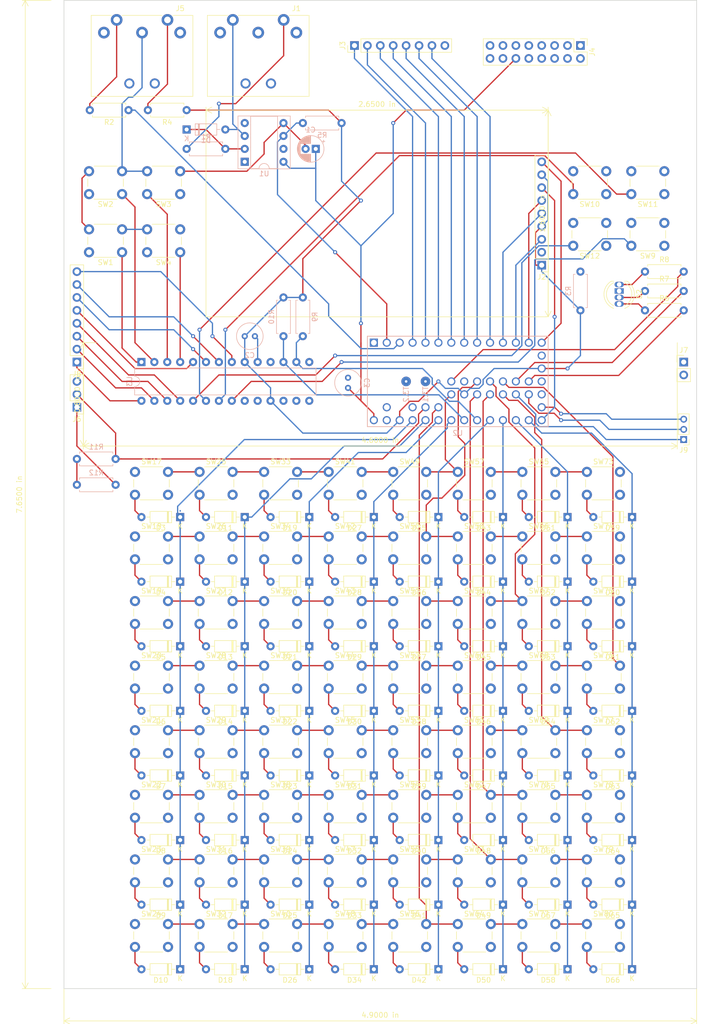
<source format=kicad_pcb>
(kicad_pcb (version 20171130) (host pcbnew "(5.1.5-0-10_14)")
  (title_block (title sequenception) (date 2020-05-17) (rev 0.1))
  (layers (0 F.Cu signal) (31 B.Cu signal) (34 B.Paste user) (35 F.Paste user) (36 B.SilkS user) (37 F.SilkS user) (38 B.Mask user) (39 F.Mask user) (44 Edge.Cuts user))
  (net 0 "")
  (net 1 GND)
  (net 2 +5V)
  (net 3 +3V3)
  (net 4 "Net-(D1-Pad2)")
  (net 5 "Net-(D1-Pad1)")
  (net 6 "Net-(D2-Pad4)")
  (net 7 "Net-(D2-Pad3)")
  (net 8 "Net-(D2-Pad2)")
  (net 9 "Net-(D3-Pad2)")
  (net 10 /MAT_COL_0)
  (net 11 "Net-(D4-Pad2)")
  (net 12 "Net-(D5-Pad2)")
  (net 13 "Net-(D6-Pad2)")
  (net 14 "Net-(D7-Pad2)")
  (net 15 "Net-(D8-Pad2)")
  (net 16 "Net-(D9-Pad2)")
  (net 17 "Net-(D10-Pad2)")
  (net 18 "Net-(D11-Pad2)")
  (net 19 /MAT_COL_1)
  (net 20 "Net-(D12-Pad2)")
  (net 21 "Net-(D13-Pad2)")
  (net 22 "Net-(D14-Pad2)")
  (net 23 "Net-(D15-Pad2)")
  (net 24 "Net-(D16-Pad2)")
  (net 25 "Net-(D17-Pad2)")
  (net 26 "Net-(D18-Pad2)")
  (net 27 "Net-(D19-Pad2)")
  (net 28 /MAT_COL_2)
  (net 29 "Net-(D20-Pad2)")
  (net 30 "Net-(D21-Pad2)")
  (net 31 "Net-(D22-Pad2)")
  (net 32 "Net-(D23-Pad2)")
  (net 33 "Net-(D24-Pad2)")
  (net 34 "Net-(D25-Pad2)")
  (net 35 "Net-(D26-Pad2)")
  (net 36 "Net-(D27-Pad2)")
  (net 37 /MAT_COL_3)
  (net 38 "Net-(D28-Pad2)")
  (net 39 "Net-(D29-Pad2)")
  (net 40 "Net-(D30-Pad2)")
  (net 41 "Net-(D31-Pad2)")
  (net 42 "Net-(D32-Pad2)")
  (net 43 "Net-(D33-Pad2)")
  (net 44 "Net-(D34-Pad2)")
  (net 45 "Net-(D35-Pad2)")
  (net 46 /MAT_COL_4)
  (net 47 "Net-(D36-Pad2)")
  (net 48 "Net-(D37-Pad2)")
  (net 49 "Net-(D38-Pad2)")
  (net 50 "Net-(D39-Pad2)")
  (net 51 "Net-(D40-Pad2)")
  (net 52 "Net-(D41-Pad2)")
  (net 53 "Net-(D42-Pad2)")
  (net 54 "Net-(D43-Pad2)")
  (net 55 /MAT_COL_5)
  (net 56 "Net-(D44-Pad2)")
  (net 57 "Net-(D45-Pad2)")
  (net 58 "Net-(D46-Pad2)")
  (net 59 "Net-(D47-Pad2)")
  (net 60 "Net-(D48-Pad2)")
  (net 61 "Net-(D49-Pad2)")
  (net 62 "Net-(D50-Pad2)")
  (net 63 "Net-(D51-Pad2)")
  (net 64 /MAT_COL_6)
  (net 65 "Net-(D52-Pad2)")
  (net 66 "Net-(D53-Pad2)")
  (net 67 "Net-(D54-Pad2)")
  (net 68 "Net-(D55-Pad2)")
  (net 69 "Net-(D56-Pad2)")
  (net 70 "Net-(D57-Pad2)")
  (net 71 "Net-(D58-Pad2)")
  (net 72 "Net-(D59-Pad2)")
  (net 73 /MAT_COL_7)
  (net 74 "Net-(D60-Pad2)")
  (net 75 "Net-(D61-Pad2)")
  (net 76 "Net-(D62-Pad2)")
  (net 77 "Net-(D63-Pad2)")
  (net 78 "Net-(D64-Pad2)")
  (net 79 "Net-(D65-Pad2)")
  (net 80 "Net-(D66-Pad2)")
  (net 81 "Net-(J1-Pad4)")
  (net 82 /SPI_DIN)
  (net 83 /SPI_CLK)
  (net 84 /SPI_DOUT)
  (net 85 /DC_RS)
  (net 86 /SPI_CS)
  (net 87 /PIN_AGND)
  (net 88 /PIN8)
  (net 89 /PIN_AREF)
  (net 90 /PIN7)
  (net 91 /PIN6)
  (net 92 /PIN12)
  (net 93 /PIN5)
  (net 94 /PIN11)
  (net 95 /PIN4)
  (net 96 /PIN10)
  (net 97 /PIN3)
  (net 98 /PIN2)
  (net 99 "Net-(J5-Pad4)")
  (net 100 "Net-(J5-Pad5)")
  (net 101 /SP)
  (net 102 "Net-(J6-Pad1)")
  (net 103 "Net-(R2-Pad1)")
  (net 104 "Net-(R5-Pad1)")
  (net 105 /BLUE)
  (net 106 /GREEN)
  (net 107 /RED)
  (net 108 /I2C_DATA)
  (net 109 /I2C_CLK)
  (net 110 "Net-(SW1-Pad1)")
  (net 111 "Net-(SW2-Pad1)")
  (net 112 "Net-(SW3-Pad1)")
  (net 113 "Net-(SW4-Pad1)")
  (net 114 "Net-(SW9-Pad1)")
  (net 115 "Net-(SW10-Pad1)")
  (net 116 "Net-(SW11-Pad1)")
  (net 117 "Net-(SW12-Pad1)")
  (net 118 /MAT_ROW_0)
  (net 119 /MAT_ROW_1)
  (net 120 /MAT_ROW_2)
  (net 121 /MAT_ROW_3)
  (net 122 /MAT_ROW_4)
  (net 123 /MAT_ROW_5)
  (net 124 /MAT_ROW_6)
  (net 125 /MAT_ROW_7)
  (net 126 "Net-(U2-Pad52)")
  (net 127 /GPA7)
  (net 128 /GPA6)
  (net 129 /GPA5)
  (net 130 /GPA4)
  (net 131 /GPB7)
  (net 132 /GPB6)
  (net 133 /GPB5)
  (net 134 /GPB4)
  (module Connectors:SDS-50J (layer F.Cu) (at 96.52 63.5 180)
    (fp_text reference J1 (at 0 4.75) (layer F.SilkS))
    (fp_text value MIDI_IN)
    (pad "" thru_hole circle (at 10 -10 180) (size 2 2) (drill 1.3) (layers *.Cu *.Mask))
    (pad 4 thru_hole circle (at 2.5 2.5 180) (size 2.3 2.3) (drill 1.3) (layers *.Cu *.Mask) (net 81 "Net-(J1-Pad4)"))
    (pad 1 thru_hole circle (at 0 0 180) (size 2.3 2.3) (drill 1.3) (layers *.Cu *.Mask))
    (pad 2 thru_hole circle (at 7.5 0 180) (size 2.3 2.3) (drill 1.3) (layers *.Cu *.Mask))
    (pad 3 thru_hole circle (at 15 0 180) (size 2.3 2.3) (drill 1.3) (layers *.Cu *.Mask))
    (pad "" thru_hole circle (at 5 -10 180) (size 2 2) (drill 1.3) (layers *.Cu *.Mask))
    (pad 5 thru_hole circle (at 12.5 2.5 180) (size 2.3 2.3) (drill 1.3) (layers *.Cu *.Mask) (net 4 "Net-(D1-Pad2)"))
  )
  (module Connector_PinHeader_2.00mm:PinHeader_1x03_P2.00mm_Vertical (layer F.Cu) (at 172.72 143.51 180)
    (fp_text reference J9 (at 0 -2.06) (layer F.SilkS))
    (fp_text value Conn_01x03_Male)
    (pad 3 thru_hole oval (at 0 4 180) (size 1.35 1.35) (drill 0.8) (layers *.Cu *.Mask) (net 96 /PIN10))
    (pad 2 thru_hole oval (at 0 2 180) (size 1.35 1.35) (drill 0.8) (layers *.Cu *.Mask) (net 92 /PIN12))
    (pad 1 thru_hole rect (at 0 0 180) (size 1.35 1.35) (drill 0.8) (layers *.Cu *.Mask) (net 94 /PIN11))
  )
  (module Connector_PinHeader_2.54mm:PinHeader_1x08_P2.54mm_Vertical (layer F.Cu) (at 53.34 128.27 180)
    (fp_text reference J8 (at 0 -2.33) (layer F.SilkS))
    (fp_text value Conn_01x08_Male)
    (pad 8 thru_hole oval (at 0 17.78 180) (size 1.7 1.7) (drill 1) (layers *.Cu *.Mask) (net 131 /GPB7))
    (pad 7 thru_hole oval (at 0 15.24 180) (size 1.7 1.7) (drill 1) (layers *.Cu *.Mask) (net 132 /GPB6))
    (pad 6 thru_hole oval (at 0 12.7 180) (size 1.7 1.7) (drill 1) (layers *.Cu *.Mask) (net 133 /GPB5))
    (pad 5 thru_hole oval (at 0 10.16 180) (size 1.7 1.7) (drill 1) (layers *.Cu *.Mask) (net 134 /GPB4))
    (pad 4 thru_hole oval (at 0 7.62 180) (size 1.7 1.7) (drill 1) (layers *.Cu *.Mask) (net 130 /GPA4))
    (pad 3 thru_hole oval (at 0 5.08 180) (size 1.7 1.7) (drill 1) (layers *.Cu *.Mask) (net 129 /GPA5))
    (pad 2 thru_hole oval (at 0 2.54 180) (size 1.7 1.7) (drill 1) (layers *.Cu *.Mask) (net 128 /GPA6))
    (pad 1 thru_hole rect (at 0 0 180) (size 1.7 1.7) (drill 1) (layers *.Cu *.Mask) (net 127 /GPA7))
  )
  (module Connector_PinHeader_2.54mm:PinHeader_1x02_P2.54mm_Vertical (layer F.Cu) (at 172.72 128.27)
    (fp_text reference J7 (at 0 -2.33) (layer F.SilkS))
    (fp_text value Conn_01x02_Male)
    (pad 2 thru_hole oval (at 0 2.54) (size 1.7 1.7) (drill 1) (layers *.Cu *.Mask) (net 87 /PIN_AGND))
    (pad 1 thru_hole rect (at 0 0) (size 1.7 1.7) (drill 1) (layers *.Cu *.Mask) (net 89 /PIN_AREF))
  )
  (module Connector_PinHeader_2.54mm:PinHeader_1x08_P2.54mm_Vertical (layer F.Cu) (at 107.95 66.04 90)
    (fp_text reference J3 (at 0 -2.33 90) (layer F.SilkS))
    (fp_text value Conn_01x08_Male)
    (pad 8 thru_hole oval (at 0 17.78 90) (size 1.7 1.7) (drill 1) (layers *.Cu *.Mask) (net 1 GND))
    (pad 7 thru_hole oval (at 0 15.24 90) (size 1.7 1.7) (drill 1) (layers *.Cu *.Mask) (net 88 /PIN8))
    (pad 6 thru_hole oval (at 0 12.7 90) (size 1.7 1.7) (drill 1) (layers *.Cu *.Mask) (net 90 /PIN7))
    (pad 5 thru_hole oval (at 0 10.16 90) (size 1.7 1.7) (drill 1) (layers *.Cu *.Mask) (net 91 /PIN6))
    (pad 4 thru_hole oval (at 0 7.62 90) (size 1.7 1.7) (drill 1) (layers *.Cu *.Mask) (net 93 /PIN5))
    (pad 3 thru_hole oval (at 0 5.08 90) (size 1.7 1.7) (drill 1) (layers *.Cu *.Mask) (net 95 /PIN4))
    (pad 2 thru_hole oval (at 0 2.54 90) (size 1.7 1.7) (drill 1) (layers *.Cu *.Mask) (net 97 /PIN3))
    (pad 1 thru_hole rect (at 0 0 90) (size 1.7 1.7) (drill 1) (layers *.Cu *.Mask) (net 98 /PIN2))
  )
  (module teensy:Teensy_32_test (layer B.Cu) (at 128.27 132.08)
    (fp_text reference U2 (at 0 10.16) (layer B.SilkS) (effects (justify mirror)))
    (fp_text value Teensy3.2-teensy)
    (fp_text user T3.1 (at -6.35 2.54 -90) (layer B.SilkS) (effects (justify mirror)))
    (fp_text user T3.2 (at -10.16 2.54 -90) (layer B.SilkS) (effects (justify mirror)))
    (pad 38 thru_hole circle (at -1.27 0) (size 1.6 1.6) (drill 1.1) (layers *.Cu *.Mask) (net 107 /RED))
    (pad 51 thru_hole circle (at -1.27 2.54) (size 1.6 1.6) (drill 1.1) (layers *.Cu *.Mask) (net 118 /MAT_ROW_0))
    (pad 46 thru_hole circle (at 1.27 2.54) (size 1.6 1.6) (drill 1.1) (layers *.Cu *.Mask) (net 3 +3V3))
    (pad 39 thru_hole circle (at 1.27 0) (size 1.6 1.6) (drill 1.1) (layers *.Cu *.Mask) (net 1 GND))
    (pad 40 thru_hole circle (at 3.81 0) (size 1.6 1.6) (drill 1.1) (layers *.Cu *.Mask) (net 119 /MAT_ROW_1))
    (pad 50 thru_hole circle (at 3.81 2.54) (size 1.6 1.6) (drill 1.1) (layers *.Cu *.Mask) (net 124 /MAT_ROW_6))
    (pad 49 thru_hole circle (at 6.35 2.54) (size 1.6 1.6) (drill 1.1) (layers *.Cu *.Mask) (net 123 /MAT_ROW_5))
    (pad 41 thru_hole circle (at 6.35 0) (size 1.6 1.6) (drill 1.1) (layers *.Cu *.Mask) (net 120 /MAT_ROW_2))
    (pad 42 thru_hole circle (at 8.89 0) (size 1.6 1.6) (drill 1.1) (layers *.Cu *.Mask) (net 121 /MAT_ROW_3))
    (pad 44 thru_hole circle (at 13.97 0) (size 1.6 1.6) (drill 1.1) (layers *.Cu *.Mask) (net 105 /BLUE))
    (pad 43 thru_hole circle (at 11.43 0) (size 1.6 1.6) (drill 1.1) (layers *.Cu *.Mask) (net 106 /GREEN))
    (pad 48 thru_hole circle (at 8.89 2.54) (size 1.6 1.6) (drill 1.1) (layers *.Cu *.Mask) (net 122 /MAT_ROW_4))
    (pad 47 thru_hole circle (at 11.43 2.54) (size 1.6 1.6) (drill 1.1) (layers *.Cu *.Mask) (net 94 /PIN11))
    (pad 45 thru_hole circle (at 13.97 2.54) (size 1.6 1.6) (drill 1.1) (layers *.Cu *.Mask) (net 92 /PIN12))
    (pad 52 thru_hole circle (at -10.16 0) (size 1.9 1.9) (drill 0.5) (layers *.Cu *.Mask) (net 126 "Net-(U2-Pad52)"))
    (pad 52 thru_hole circle (at -6.35 0) (size 1.9 1.9) (drill 0.5) (layers *.Cu *.Mask) (net 126 "Net-(U2-Pad52)"))
    (pad 1 thru_hole rect (at -16.51 -7.62) (size 1.6 1.6) (drill 1.1) (layers *.Cu *.Mask) (net 1 GND))
    (pad 2 thru_hole circle (at -13.97 -7.62) (size 1.6 1.6) (drill 1.1) (layers *.Cu *.Mask) (net 104 "Net-(R5-Pad1)"))
    (pad 3 thru_hole circle (at -11.43 -7.62) (size 1.6 1.6) (drill 1.1) (layers *.Cu *.Mask) (net 103 "Net-(R2-Pad1)"))
    (pad 4 thru_hole circle (at -8.89 -7.62) (size 1.6 1.6) (drill 1.1) (layers *.Cu *.Mask) (net 98 /PIN2))
    (pad 5 thru_hole circle (at -6.35 -7.62) (size 1.6 1.6) (drill 1.1) (layers *.Cu *.Mask) (net 97 /PIN3))
    (pad 6 thru_hole circle (at -3.81 -7.62) (size 1.6 1.6) (drill 1.1) (layers *.Cu *.Mask) (net 95 /PIN4))
    (pad 7 thru_hole circle (at -1.27 -7.62) (size 1.6 1.6) (drill 1.1) (layers *.Cu *.Mask) (net 93 /PIN5))
    (pad 8 thru_hole circle (at 1.27 -7.62) (size 1.6 1.6) (drill 1.1) (layers *.Cu *.Mask) (net 91 /PIN6))
    (pad 9 thru_hole circle (at 3.81 -7.62) (size 1.6 1.6) (drill 1.1) (layers *.Cu *.Mask) (net 90 /PIN7))
    (pad 10 thru_hole circle (at 6.35 -7.62) (size 1.6 1.6) (drill 1.1) (layers *.Cu *.Mask) (net 88 /PIN8))
    (pad 11 thru_hole circle (at 8.89 -7.62) (size 1.6 1.6) (drill 1.1) (layers *.Cu *.Mask) (net 85 /DC_RS))
    (pad 12 thru_hole circle (at 11.43 -7.62) (size 1.6 1.6) (drill 1.1) (layers *.Cu *.Mask) (net 86 /SPI_CS))
    (pad 13 thru_hole circle (at 13.97 -7.62) (size 1.6 1.6) (drill 1.1) (layers *.Cu *.Mask) (net 84 /SPI_DOUT))
    (pad 37 thru_hole circle (at -3.81 5.08) (size 1.6 1.6) (drill 1.1) (layers *.Cu *.Mask) (net 125 /MAT_ROW_7))
    (pad 36 thru_hole circle (at -6.35 5.08) (size 1.6 1.6) (drill 1.1) (layers *.Cu *.Mask) (net 101 /SP))
    (pad 35 thru_hole circle (at -8.89 5.08) (size 1.6 1.6) (drill 1.1) (layers *.Cu *.Mask) (net 89 /PIN_AREF))
    (pad 34 thru_hole circle (at -13.97 5.08) (size 1.6 1.6) (drill 1.1) (layers *.Cu *.Mask))
    (pad 33 thru_hole circle (at -16.51 7.62) (size 1.6 1.6) (drill 1.1) (layers *.Cu *.Mask) (net 2 +5V))
    (pad 32 thru_hole circle (at -13.97 7.62) (size 1.6 1.6) (drill 1.1) (layers *.Cu *.Mask) (net 87 /PIN_AGND))
    (pad 31 thru_hole circle (at -11.43 7.62) (size 1.6 1.6) (drill 1.1) (layers *.Cu *.Mask) (net 3 +3V3))
    (pad 30 thru_hole circle (at -8.89 7.62) (size 1.6 1.6) (drill 1.1) (layers *.Cu *.Mask) (net 10 /MAT_COL_0))
    (pad 29 thru_hole circle (at -6.35 7.62) (size 1.6 1.6) (drill 1.1) (layers *.Cu *.Mask) (net 19 /MAT_COL_1))
    (pad 28 thru_hole circle (at -3.81 7.62) (size 1.6 1.6) (drill 1.1) (layers *.Cu *.Mask) (net 28 /MAT_COL_2))
    (pad 27 thru_hole circle (at -1.27 7.62) (size 1.6 1.6) (drill 1.1) (layers *.Cu *.Mask) (net 37 /MAT_COL_3))
    (pad 26 thru_hole circle (at 1.27 7.62) (size 1.6 1.6) (drill 1.1) (layers *.Cu *.Mask) (net 109 /I2C_CLK))
    (pad 25 thru_hole circle (at 3.81 7.62) (size 1.6 1.6) (drill 1.1) (layers *.Cu *.Mask) (net 108 /I2C_DATA))
    (pad 24 thru_hole circle (at 6.35 7.62) (size 1.6 1.6) (drill 1.1) (layers *.Cu *.Mask) (net 46 /MAT_COL_4))
    (pad 23 thru_hole circle (at 8.89 7.62) (size 1.6 1.6) (drill 1.1) (layers *.Cu *.Mask) (net 55 /MAT_COL_5))
    (pad 22 thru_hole circle (at 11.43 7.62) (size 1.6 1.6) (drill 1.1) (layers *.Cu *.Mask) (net 64 /MAT_COL_6))
    (pad 21 thru_hole circle (at 13.97 7.62) (size 1.6 1.6) (drill 1.1) (layers *.Cu *.Mask) (net 73 /MAT_COL_7))
    (pad 14 thru_hole circle (at 16.51 -7.62) (size 1.6 1.6) (drill 1.1) (layers *.Cu *.Mask) (net 82 /SPI_DIN))
    (pad 15 thru_hole circle (at 16.51 -5.08) (size 1.6 1.6) (drill 1.1) (layers *.Cu *.Mask))
    (pad 16 thru_hole circle (at 16.51 -2.54) (size 1.6 1.6) (drill 1.1) (layers *.Cu *.Mask) (net 3 +3V3))
    (pad 20 thru_hole circle (at 16.51 7.62) (size 1.6 1.6) (drill 1.1) (layers *.Cu *.Mask) (net 83 /SPI_CLK))
    (pad 19 thru_hole circle (at 16.51 5.08) (size 1.6 1.6) (drill 1.1) (layers *.Cu *.Mask) (net 96 /PIN10))
    (pad 18 thru_hole circle (at 16.51 2.54) (size 1.6 1.6) (drill 1.1) (layers *.Cu *.Mask))
    (pad 17 thru_hole circle (at 16.51 0) (size 1.6 1.6) (drill 1.1) (layers *.Cu *.Mask) (net 1 GND))
  )
  (module teensy:LED_D5.0mm-4_RGB_common-cathode (layer F.Cu) (at 160.02 113.03 270)
    (fp_text reference D2 (at 1.905 -3.96 90) (layer F.SilkS))
    (fp_text value LED_CRGB)
    (pad 4 thru_hole oval (at 3.81 0 270) (size 1.07 1.8) (drill 0.9) (layers *.Cu *.Mask) (net 6 "Net-(D2-Pad4)"))
    (pad 3 thru_hole oval (at 2.54 0 270) (size 1.07 1.8) (drill 0.9) (layers *.Cu *.Mask) (net 7 "Net-(D2-Pad3)"))
    (pad 2 thru_hole oval (at 0 0 270) (size 1.07 1.8) (drill 0.9) (layers *.Cu *.Mask) (net 8 "Net-(D2-Pad2)"))
    (pad 1 thru_hole rect (at 1.27 0 270) (size 1.07 1.8) (drill 0.9) (layers *.Cu *.Mask) (net 1 GND))
  )
  (module Capacitor_THT:C_Radial_D5.0mm_H5.0mm_P2.00mm (layer B.Cu) (at 106.68 133.35 90)
    (fp_text reference C3 (at 1 3.75 90) (layer B.SilkS) (effects (justify mirror)))
    (fp_text value 0.1uF)
    (pad 2 thru_hole circle (at 2 0 90) (size 1.2 1.2) (drill 0.6) (layers *.Cu *.Mask) (net 1 GND))
    (pad 1 thru_hole circle (at 0 0 90) (size 1.2 1.2) (drill 0.6) (layers *.Cu *.Mask) (net 2 +5V))
  )
  (module Package_DIP:DIP-28_W7.62mm (layer B.Cu) (at 66.04 128.27 270)
    (fp_text reference U3 (at 3.81 2.33 270) (layer B.SilkS) (effects (justify mirror)))
    (fp_text value MCP23017_SP)
    (pad 28 thru_hole oval (at 7.62 0 270) (size 1.6 1.6) (drill 0.8) (layers *.Cu *.Mask) (net 127 /GPA7))
    (pad 14 thru_hole oval (at 0 -33.02 270) (size 1.6 1.6) (drill 0.8) (layers *.Cu *.Mask))
    (pad 27 thru_hole oval (at 7.62 -2.54 270) (size 1.6 1.6) (drill 0.8) (layers *.Cu *.Mask) (net 128 /GPA6))
    (pad 13 thru_hole oval (at 0 -30.48 270) (size 1.6 1.6) (drill 0.8) (layers *.Cu *.Mask) (net 108 /I2C_DATA))
    (pad 26 thru_hole oval (at 7.62 -5.08 270) (size 1.6 1.6) (drill 0.8) (layers *.Cu *.Mask) (net 129 /GPA5))
    (pad 12 thru_hole oval (at 0 -27.94 270) (size 1.6 1.6) (drill 0.8) (layers *.Cu *.Mask) (net 109 /I2C_CLK))
    (pad 25 thru_hole oval (at 7.62 -7.62 270) (size 1.6 1.6) (drill 0.8) (layers *.Cu *.Mask) (net 130 /GPA4))
    (pad 11 thru_hole oval (at 0 -25.4 270) (size 1.6 1.6) (drill 0.8) (layers *.Cu *.Mask))
    (pad 24 thru_hole oval (at 7.62 -10.16 270) (size 1.6 1.6) (drill 0.8) (layers *.Cu *.Mask) (net 117 "Net-(SW12-Pad1)"))
    (pad 10 thru_hole oval (at 0 -22.86 270) (size 1.6 1.6) (drill 0.8) (layers *.Cu *.Mask) (net 1 GND))
    (pad 23 thru_hole oval (at 7.62 -12.7 270) (size 1.6 1.6) (drill 0.8) (layers *.Cu *.Mask) (net 116 "Net-(SW11-Pad1)"))
    (pad 9 thru_hole oval (at 0 -20.32 270) (size 1.6 1.6) (drill 0.8) (layers *.Cu *.Mask) (net 3 +3V3))
    (pad 22 thru_hole oval (at 7.62 -15.24 270) (size 1.6 1.6) (drill 0.8) (layers *.Cu *.Mask) (net 115 "Net-(SW10-Pad1)"))
    (pad 8 thru_hole oval (at 0 -17.78 270) (size 1.6 1.6) (drill 0.8) (layers *.Cu *.Mask) (net 131 /GPB7))
    (pad 21 thru_hole oval (at 7.62 -17.78 270) (size 1.6 1.6) (drill 0.8) (layers *.Cu *.Mask) (net 114 "Net-(SW9-Pad1)"))
    (pad 7 thru_hole oval (at 0 -15.24 270) (size 1.6 1.6) (drill 0.8) (layers *.Cu *.Mask) (net 132 /GPB6))
    (pad 20 thru_hole oval (at 7.62 -20.32 270) (size 1.6 1.6) (drill 0.8) (layers *.Cu *.Mask))
    (pad 6 thru_hole oval (at 0 -12.7 270) (size 1.6 1.6) (drill 0.8) (layers *.Cu *.Mask) (net 133 /GPB5))
    (pad 19 thru_hole oval (at 7.62 -22.86 270) (size 1.6 1.6) (drill 0.8) (layers *.Cu *.Mask))
    (pad 5 thru_hole oval (at 0 -10.16 270) (size 1.6 1.6) (drill 0.8) (layers *.Cu *.Mask) (net 134 /GPB4))
    (pad 18 thru_hole oval (at 7.62 -25.4 270) (size 1.6 1.6) (drill 0.8) (layers *.Cu *.Mask) (net 3 +3V3))
    (pad 4 thru_hole oval (at 0 -7.62 270) (size 1.6 1.6) (drill 0.8) (layers *.Cu *.Mask) (net 113 "Net-(SW4-Pad1)"))
    (pad 17 thru_hole oval (at 7.62 -27.94 270) (size 1.6 1.6) (drill 0.8) (layers *.Cu *.Mask) (net 1 GND))
    (pad 3 thru_hole oval (at 0 -5.08 270) (size 1.6 1.6) (drill 0.8) (layers *.Cu *.Mask) (net 112 "Net-(SW3-Pad1)"))
    (pad 16 thru_hole oval (at 7.62 -30.48 270) (size 1.6 1.6) (drill 0.8) (layers *.Cu *.Mask) (net 1 GND))
    (pad 2 thru_hole oval (at 0 -2.54 270) (size 1.6 1.6) (drill 0.8) (layers *.Cu *.Mask) (net 111 "Net-(SW2-Pad1)"))
    (pad 15 thru_hole oval (at 7.62 -33.02 270) (size 1.6 1.6) (drill 0.8) (layers *.Cu *.Mask) (net 1 GND))
    (pad 1 thru_hole rect (at 0 0 270) (size 1.6 1.6) (drill 0.8) (layers *.Cu *.Mask) (net 110 "Net-(SW1-Pad1)"))
  )
  (module Package_DIP:DIP-8_W7.62mm_Socket (layer B.Cu) (at 86.36 88.9)
    (fp_text reference U1 (at 3.81 2.33) (layer B.SilkS) (effects (justify mirror)))
    (fp_text value 6N138)
    (pad 8 thru_hole oval (at 7.62 0) (size 1.6 1.6) (drill 0.8) (layers *.Cu *.Mask) (net 2 +5V))
    (pad 4 thru_hole oval (at 0 -7.62) (size 1.6 1.6) (drill 0.8) (layers *.Cu *.Mask))
    (pad 7 thru_hole oval (at 7.62 -2.54) (size 1.6 1.6) (drill 0.8) (layers *.Cu *.Mask))
    (pad 3 thru_hole oval (at 0 -5.08) (size 1.6 1.6) (drill 0.8) (layers *.Cu *.Mask) (net 4 "Net-(D1-Pad2)"))
    (pad 6 thru_hole oval (at 7.62 -5.08) (size 1.6 1.6) (drill 0.8) (layers *.Cu *.Mask) (net 104 "Net-(R5-Pad1)"))
    (pad 2 thru_hole oval (at 0 -2.54) (size 1.6 1.6) (drill 0.8) (layers *.Cu *.Mask) (net 5 "Net-(D1-Pad1)"))
    (pad 5 thru_hole oval (at 7.62 -7.62) (size 1.6 1.6) (drill 0.8) (layers *.Cu *.Mask) (net 1 GND))
    (pad 1 thru_hole rect (at 0 0) (size 1.6 1.6) (drill 0.8) (layers *.Cu *.Mask))
  )
  (module Button_Switch_THT:SW_PUSH_6mm (layer F.Cu) (at 153.67 238.76)
    (fp_text reference SW80 (at 3.25 -2) (layer F.SilkS))
    (fp_text value SW_Push)
    (pad 1 thru_hole circle (at 6.5 0 90) (size 2 2) (drill 1.1) (layers *.Cu *.Mask) (net 125 /MAT_ROW_7))
    (pad 2 thru_hole circle (at 6.5 4.5 90) (size 2 2) (drill 1.1) (layers *.Cu *.Mask) (net 80 "Net-(D66-Pad2)"))
    (pad 1 thru_hole circle (at 0 0 90) (size 2 2) (drill 1.1) (layers *.Cu *.Mask) (net 125 /MAT_ROW_7))
    (pad 2 thru_hole circle (at 0 4.5 90) (size 2 2) (drill 1.1) (layers *.Cu *.Mask) (net 80 "Net-(D66-Pad2)"))
  )
  (module Button_Switch_THT:SW_PUSH_6mm (layer F.Cu) (at 153.67 226.06)
    (fp_text reference SW79 (at 3.25 -2) (layer F.SilkS))
    (fp_text value SW_Push)
    (pad 1 thru_hole circle (at 6.5 0 90) (size 2 2) (drill 1.1) (layers *.Cu *.Mask) (net 124 /MAT_ROW_6))
    (pad 2 thru_hole circle (at 6.5 4.5 90) (size 2 2) (drill 1.1) (layers *.Cu *.Mask) (net 79 "Net-(D65-Pad2)"))
    (pad 1 thru_hole circle (at 0 0 90) (size 2 2) (drill 1.1) (layers *.Cu *.Mask) (net 124 /MAT_ROW_6))
    (pad 2 thru_hole circle (at 0 4.5 90) (size 2 2) (drill 1.1) (layers *.Cu *.Mask) (net 79 "Net-(D65-Pad2)"))
  )
  (module Button_Switch_THT:SW_PUSH_6mm (layer F.Cu) (at 153.67 213.36)
    (fp_text reference SW78 (at 3.25 -2) (layer F.SilkS))
    (fp_text value SW_Push)
    (pad 1 thru_hole circle (at 6.5 0 90) (size 2 2) (drill 1.1) (layers *.Cu *.Mask) (net 123 /MAT_ROW_5))
    (pad 2 thru_hole circle (at 6.5 4.5 90) (size 2 2) (drill 1.1) (layers *.Cu *.Mask) (net 78 "Net-(D64-Pad2)"))
    (pad 1 thru_hole circle (at 0 0 90) (size 2 2) (drill 1.1) (layers *.Cu *.Mask) (net 123 /MAT_ROW_5))
    (pad 2 thru_hole circle (at 0 4.5 90) (size 2 2) (drill 1.1) (layers *.Cu *.Mask) (net 78 "Net-(D64-Pad2)"))
  )
  (module Button_Switch_THT:SW_PUSH_6mm (layer F.Cu) (at 153.67 200.66)
    (fp_text reference SW77 (at 3.25 -2) (layer F.SilkS))
    (fp_text value SW_Push)
    (pad 1 thru_hole circle (at 6.5 0 90) (size 2 2) (drill 1.1) (layers *.Cu *.Mask) (net 122 /MAT_ROW_4))
    (pad 2 thru_hole circle (at 6.5 4.5 90) (size 2 2) (drill 1.1) (layers *.Cu *.Mask) (net 77 "Net-(D63-Pad2)"))
    (pad 1 thru_hole circle (at 0 0 90) (size 2 2) (drill 1.1) (layers *.Cu *.Mask) (net 122 /MAT_ROW_4))
    (pad 2 thru_hole circle (at 0 4.5 90) (size 2 2) (drill 1.1) (layers *.Cu *.Mask) (net 77 "Net-(D63-Pad2)"))
  )
  (module Button_Switch_THT:SW_PUSH_6mm (layer F.Cu) (at 153.67 187.96)
    (fp_text reference SW76 (at 3.25 -2) (layer F.SilkS))
    (fp_text value SW_Push)
    (pad 1 thru_hole circle (at 6.5 0 90) (size 2 2) (drill 1.1) (layers *.Cu *.Mask) (net 121 /MAT_ROW_3))
    (pad 2 thru_hole circle (at 6.5 4.5 90) (size 2 2) (drill 1.1) (layers *.Cu *.Mask) (net 76 "Net-(D62-Pad2)"))
    (pad 1 thru_hole circle (at 0 0 90) (size 2 2) (drill 1.1) (layers *.Cu *.Mask) (net 121 /MAT_ROW_3))
    (pad 2 thru_hole circle (at 0 4.5 90) (size 2 2) (drill 1.1) (layers *.Cu *.Mask) (net 76 "Net-(D62-Pad2)"))
  )
  (module Button_Switch_THT:SW_PUSH_6mm (layer F.Cu) (at 153.67 175.26)
    (fp_text reference SW75 (at 3.25 -2) (layer F.SilkS))
    (fp_text value SW_Push)
    (pad 1 thru_hole circle (at 6.5 0 90) (size 2 2) (drill 1.1) (layers *.Cu *.Mask) (net 120 /MAT_ROW_2))
    (pad 2 thru_hole circle (at 6.5 4.5 90) (size 2 2) (drill 1.1) (layers *.Cu *.Mask) (net 75 "Net-(D61-Pad2)"))
    (pad 1 thru_hole circle (at 0 0 90) (size 2 2) (drill 1.1) (layers *.Cu *.Mask) (net 120 /MAT_ROW_2))
    (pad 2 thru_hole circle (at 0 4.5 90) (size 2 2) (drill 1.1) (layers *.Cu *.Mask) (net 75 "Net-(D61-Pad2)"))
  )
  (module Button_Switch_THT:SW_PUSH_6mm (layer F.Cu) (at 153.67 162.56)
    (fp_text reference SW74 (at 3.25 -2) (layer F.SilkS))
    (fp_text value SW_Push)
    (pad 1 thru_hole circle (at 6.5 0 90) (size 2 2) (drill 1.1) (layers *.Cu *.Mask) (net 119 /MAT_ROW_1))
    (pad 2 thru_hole circle (at 6.5 4.5 90) (size 2 2) (drill 1.1) (layers *.Cu *.Mask) (net 74 "Net-(D60-Pad2)"))
    (pad 1 thru_hole circle (at 0 0 90) (size 2 2) (drill 1.1) (layers *.Cu *.Mask) (net 119 /MAT_ROW_1))
    (pad 2 thru_hole circle (at 0 4.5 90) (size 2 2) (drill 1.1) (layers *.Cu *.Mask) (net 74 "Net-(D60-Pad2)"))
  )
  (module Button_Switch_THT:SW_PUSH_6mm (layer F.Cu) (at 153.67 149.86)
    (fp_text reference SW73 (at 3.25 -2) (layer F.SilkS))
    (fp_text value SW_Push)
    (pad 1 thru_hole circle (at 6.5 0 90) (size 2 2) (drill 1.1) (layers *.Cu *.Mask) (net 118 /MAT_ROW_0))
    (pad 2 thru_hole circle (at 6.5 4.5 90) (size 2 2) (drill 1.1) (layers *.Cu *.Mask) (net 72 "Net-(D59-Pad2)"))
    (pad 1 thru_hole circle (at 0 0 90) (size 2 2) (drill 1.1) (layers *.Cu *.Mask) (net 118 /MAT_ROW_0))
    (pad 2 thru_hole circle (at 0 4.5 90) (size 2 2) (drill 1.1) (layers *.Cu *.Mask) (net 72 "Net-(D59-Pad2)"))
  )
  (module Button_Switch_THT:SW_PUSH_6mm (layer F.Cu) (at 140.97 238.76)
    (fp_text reference SW72 (at 3.25 -2) (layer F.SilkS))
    (fp_text value SW_Push)
    (pad 1 thru_hole circle (at 6.5 0 90) (size 2 2) (drill 1.1) (layers *.Cu *.Mask) (net 125 /MAT_ROW_7))
    (pad 2 thru_hole circle (at 6.5 4.5 90) (size 2 2) (drill 1.1) (layers *.Cu *.Mask) (net 71 "Net-(D58-Pad2)"))
    (pad 1 thru_hole circle (at 0 0 90) (size 2 2) (drill 1.1) (layers *.Cu *.Mask) (net 125 /MAT_ROW_7))
    (pad 2 thru_hole circle (at 0 4.5 90) (size 2 2) (drill 1.1) (layers *.Cu *.Mask) (net 71 "Net-(D58-Pad2)"))
  )
  (module Button_Switch_THT:SW_PUSH_6mm (layer F.Cu) (at 140.97 226.06)
    (fp_text reference SW71 (at 3.25 -2) (layer F.SilkS))
    (fp_text value SW_Push)
    (pad 1 thru_hole circle (at 6.5 0 90) (size 2 2) (drill 1.1) (layers *.Cu *.Mask) (net 124 /MAT_ROW_6))
    (pad 2 thru_hole circle (at 6.5 4.5 90) (size 2 2) (drill 1.1) (layers *.Cu *.Mask) (net 70 "Net-(D57-Pad2)"))
    (pad 1 thru_hole circle (at 0 0 90) (size 2 2) (drill 1.1) (layers *.Cu *.Mask) (net 124 /MAT_ROW_6))
    (pad 2 thru_hole circle (at 0 4.5 90) (size 2 2) (drill 1.1) (layers *.Cu *.Mask) (net 70 "Net-(D57-Pad2)"))
  )
  (module Button_Switch_THT:SW_PUSH_6mm (layer F.Cu) (at 140.97 213.36)
    (fp_text reference SW70 (at 3.25 -2) (layer F.SilkS))
    (fp_text value SW_Push)
    (pad 1 thru_hole circle (at 6.5 0 90) (size 2 2) (drill 1.1) (layers *.Cu *.Mask) (net 123 /MAT_ROW_5))
    (pad 2 thru_hole circle (at 6.5 4.5 90) (size 2 2) (drill 1.1) (layers *.Cu *.Mask) (net 69 "Net-(D56-Pad2)"))
    (pad 1 thru_hole circle (at 0 0 90) (size 2 2) (drill 1.1) (layers *.Cu *.Mask) (net 123 /MAT_ROW_5))
    (pad 2 thru_hole circle (at 0 4.5 90) (size 2 2) (drill 1.1) (layers *.Cu *.Mask) (net 69 "Net-(D56-Pad2)"))
  )
  (module Button_Switch_THT:SW_PUSH_6mm (layer F.Cu) (at 140.97 200.66)
    (fp_text reference SW69 (at 3.25 -2) (layer F.SilkS))
    (fp_text value SW_Push)
    (pad 1 thru_hole circle (at 6.5 0 90) (size 2 2) (drill 1.1) (layers *.Cu *.Mask) (net 122 /MAT_ROW_4))
    (pad 2 thru_hole circle (at 6.5 4.5 90) (size 2 2) (drill 1.1) (layers *.Cu *.Mask) (net 68 "Net-(D55-Pad2)"))
    (pad 1 thru_hole circle (at 0 0 90) (size 2 2) (drill 1.1) (layers *.Cu *.Mask) (net 122 /MAT_ROW_4))
    (pad 2 thru_hole circle (at 0 4.5 90) (size 2 2) (drill 1.1) (layers *.Cu *.Mask) (net 68 "Net-(D55-Pad2)"))
  )
  (module Button_Switch_THT:SW_PUSH_6mm (layer F.Cu) (at 140.97 187.96)
    (fp_text reference SW68 (at 3.25 -2) (layer F.SilkS))
    (fp_text value SW_Push)
    (pad 1 thru_hole circle (at 6.5 0 90) (size 2 2) (drill 1.1) (layers *.Cu *.Mask) (net 121 /MAT_ROW_3))
    (pad 2 thru_hole circle (at 6.5 4.5 90) (size 2 2) (drill 1.1) (layers *.Cu *.Mask) (net 67 "Net-(D54-Pad2)"))
    (pad 1 thru_hole circle (at 0 0 90) (size 2 2) (drill 1.1) (layers *.Cu *.Mask) (net 121 /MAT_ROW_3))
    (pad 2 thru_hole circle (at 0 4.5 90) (size 2 2) (drill 1.1) (layers *.Cu *.Mask) (net 67 "Net-(D54-Pad2)"))
  )
  (module Button_Switch_THT:SW_PUSH_6mm (layer F.Cu) (at 140.97 175.26)
    (fp_text reference SW67 (at 3.25 -2) (layer F.SilkS))
    (fp_text value SW_Push)
    (pad 1 thru_hole circle (at 6.5 0 90) (size 2 2) (drill 1.1) (layers *.Cu *.Mask) (net 120 /MAT_ROW_2))
    (pad 2 thru_hole circle (at 6.5 4.5 90) (size 2 2) (drill 1.1) (layers *.Cu *.Mask) (net 66 "Net-(D53-Pad2)"))
    (pad 1 thru_hole circle (at 0 0 90) (size 2 2) (drill 1.1) (layers *.Cu *.Mask) (net 120 /MAT_ROW_2))
    (pad 2 thru_hole circle (at 0 4.5 90) (size 2 2) (drill 1.1) (layers *.Cu *.Mask) (net 66 "Net-(D53-Pad2)"))
  )
  (module Button_Switch_THT:SW_PUSH_6mm (layer F.Cu) (at 140.97 162.56)
    (fp_text reference SW66 (at 3.25 -2) (layer F.SilkS))
    (fp_text value SW_Push)
    (pad 1 thru_hole circle (at 6.5 0 90) (size 2 2) (drill 1.1) (layers *.Cu *.Mask) (net 119 /MAT_ROW_1))
    (pad 2 thru_hole circle (at 6.5 4.5 90) (size 2 2) (drill 1.1) (layers *.Cu *.Mask) (net 65 "Net-(D52-Pad2)"))
    (pad 1 thru_hole circle (at 0 0 90) (size 2 2) (drill 1.1) (layers *.Cu *.Mask) (net 119 /MAT_ROW_1))
    (pad 2 thru_hole circle (at 0 4.5 90) (size 2 2) (drill 1.1) (layers *.Cu *.Mask) (net 65 "Net-(D52-Pad2)"))
  )
  (module Button_Switch_THT:SW_PUSH_6mm (layer F.Cu) (at 140.97 149.86)
    (fp_text reference SW65 (at 3.25 -2) (layer F.SilkS))
    (fp_text value SW_Push)
    (pad 1 thru_hole circle (at 6.5 0 90) (size 2 2) (drill 1.1) (layers *.Cu *.Mask) (net 118 /MAT_ROW_0))
    (pad 2 thru_hole circle (at 6.5 4.5 90) (size 2 2) (drill 1.1) (layers *.Cu *.Mask) (net 63 "Net-(D51-Pad2)"))
    (pad 1 thru_hole circle (at 0 0 90) (size 2 2) (drill 1.1) (layers *.Cu *.Mask) (net 118 /MAT_ROW_0))
    (pad 2 thru_hole circle (at 0 4.5 90) (size 2 2) (drill 1.1) (layers *.Cu *.Mask) (net 63 "Net-(D51-Pad2)"))
  )
  (module Button_Switch_THT:SW_PUSH_6mm (layer F.Cu) (at 128.27 238.76)
    (fp_text reference SW64 (at 3.25 -2) (layer F.SilkS))
    (fp_text value SW_Push)
    (pad 1 thru_hole circle (at 6.5 0 90) (size 2 2) (drill 1.1) (layers *.Cu *.Mask) (net 125 /MAT_ROW_7))
    (pad 2 thru_hole circle (at 6.5 4.5 90) (size 2 2) (drill 1.1) (layers *.Cu *.Mask) (net 62 "Net-(D50-Pad2)"))
    (pad 1 thru_hole circle (at 0 0 90) (size 2 2) (drill 1.1) (layers *.Cu *.Mask) (net 125 /MAT_ROW_7))
    (pad 2 thru_hole circle (at 0 4.5 90) (size 2 2) (drill 1.1) (layers *.Cu *.Mask) (net 62 "Net-(D50-Pad2)"))
  )
  (module Button_Switch_THT:SW_PUSH_6mm (layer F.Cu) (at 128.27 226.06)
    (fp_text reference SW63 (at 3.25 -2) (layer F.SilkS))
    (fp_text value SW_Push)
    (pad 1 thru_hole circle (at 6.5 0 90) (size 2 2) (drill 1.1) (layers *.Cu *.Mask) (net 124 /MAT_ROW_6))
    (pad 2 thru_hole circle (at 6.5 4.5 90) (size 2 2) (drill 1.1) (layers *.Cu *.Mask) (net 61 "Net-(D49-Pad2)"))
    (pad 1 thru_hole circle (at 0 0 90) (size 2 2) (drill 1.1) (layers *.Cu *.Mask) (net 124 /MAT_ROW_6))
    (pad 2 thru_hole circle (at 0 4.5 90) (size 2 2) (drill 1.1) (layers *.Cu *.Mask) (net 61 "Net-(D49-Pad2)"))
  )
  (module Button_Switch_THT:SW_PUSH_6mm (layer F.Cu) (at 128.27 213.36)
    (fp_text reference SW62 (at 3.25 -2) (layer F.SilkS))
    (fp_text value SW_Push)
    (pad 1 thru_hole circle (at 6.5 0 90) (size 2 2) (drill 1.1) (layers *.Cu *.Mask) (net 123 /MAT_ROW_5))
    (pad 2 thru_hole circle (at 6.5 4.5 90) (size 2 2) (drill 1.1) (layers *.Cu *.Mask) (net 60 "Net-(D48-Pad2)"))
    (pad 1 thru_hole circle (at 0 0 90) (size 2 2) (drill 1.1) (layers *.Cu *.Mask) (net 123 /MAT_ROW_5))
    (pad 2 thru_hole circle (at 0 4.5 90) (size 2 2) (drill 1.1) (layers *.Cu *.Mask) (net 60 "Net-(D48-Pad2)"))
  )
  (module Button_Switch_THT:SW_PUSH_6mm (layer F.Cu) (at 128.27 200.66)
    (fp_text reference SW61 (at 3.25 -2) (layer F.SilkS))
    (fp_text value SW_Push)
    (pad 1 thru_hole circle (at 6.5 0 90) (size 2 2) (drill 1.1) (layers *.Cu *.Mask) (net 122 /MAT_ROW_4))
    (pad 2 thru_hole circle (at 6.5 4.5 90) (size 2 2) (drill 1.1) (layers *.Cu *.Mask) (net 59 "Net-(D47-Pad2)"))
    (pad 1 thru_hole circle (at 0 0 90) (size 2 2) (drill 1.1) (layers *.Cu *.Mask) (net 122 /MAT_ROW_4))
    (pad 2 thru_hole circle (at 0 4.5 90) (size 2 2) (drill 1.1) (layers *.Cu *.Mask) (net 59 "Net-(D47-Pad2)"))
  )
  (module Button_Switch_THT:SW_PUSH_6mm (layer F.Cu) (at 128.27 187.96)
    (fp_text reference SW60 (at 3.25 -2) (layer F.SilkS))
    (fp_text value SW_Push)
    (pad 1 thru_hole circle (at 6.5 0 90) (size 2 2) (drill 1.1) (layers *.Cu *.Mask) (net 121 /MAT_ROW_3))
    (pad 2 thru_hole circle (at 6.5 4.5 90) (size 2 2) (drill 1.1) (layers *.Cu *.Mask) (net 58 "Net-(D46-Pad2)"))
    (pad 1 thru_hole circle (at 0 0 90) (size 2 2) (drill 1.1) (layers *.Cu *.Mask) (net 121 /MAT_ROW_3))
    (pad 2 thru_hole circle (at 0 4.5 90) (size 2 2) (drill 1.1) (layers *.Cu *.Mask) (net 58 "Net-(D46-Pad2)"))
  )
  (module Button_Switch_THT:SW_PUSH_6mm (layer F.Cu) (at 128.27 175.26)
    (fp_text reference SW59 (at 3.25 -2) (layer F.SilkS))
    (fp_text value SW_Push)
    (pad 1 thru_hole circle (at 6.5 0 90) (size 2 2) (drill 1.1) (layers *.Cu *.Mask) (net 120 /MAT_ROW_2))
    (pad 2 thru_hole circle (at 6.5 4.5 90) (size 2 2) (drill 1.1) (layers *.Cu *.Mask) (net 57 "Net-(D45-Pad2)"))
    (pad 1 thru_hole circle (at 0 0 90) (size 2 2) (drill 1.1) (layers *.Cu *.Mask) (net 120 /MAT_ROW_2))
    (pad 2 thru_hole circle (at 0 4.5 90) (size 2 2) (drill 1.1) (layers *.Cu *.Mask) (net 57 "Net-(D45-Pad2)"))
  )
  (module Button_Switch_THT:SW_PUSH_6mm (layer F.Cu) (at 128.27 162.56)
    (fp_text reference SW58 (at 3.25 -2) (layer F.SilkS))
    (fp_text value SW_Push)
    (pad 1 thru_hole circle (at 6.5 0 90) (size 2 2) (drill 1.1) (layers *.Cu *.Mask) (net 119 /MAT_ROW_1))
    (pad 2 thru_hole circle (at 6.5 4.5 90) (size 2 2) (drill 1.1) (layers *.Cu *.Mask) (net 56 "Net-(D44-Pad2)"))
    (pad 1 thru_hole circle (at 0 0 90) (size 2 2) (drill 1.1) (layers *.Cu *.Mask) (net 119 /MAT_ROW_1))
    (pad 2 thru_hole circle (at 0 4.5 90) (size 2 2) (drill 1.1) (layers *.Cu *.Mask) (net 56 "Net-(D44-Pad2)"))
  )
  (module Button_Switch_THT:SW_PUSH_6mm (layer F.Cu) (at 128.27 149.86)
    (fp_text reference SW57 (at 3.25 -2) (layer F.SilkS))
    (fp_text value SW_Push)
    (pad 1 thru_hole circle (at 6.5 0 90) (size 2 2) (drill 1.1) (layers *.Cu *.Mask) (net 118 /MAT_ROW_0))
    (pad 2 thru_hole circle (at 6.5 4.5 90) (size 2 2) (drill 1.1) (layers *.Cu *.Mask) (net 54 "Net-(D43-Pad2)"))
    (pad 1 thru_hole circle (at 0 0 90) (size 2 2) (drill 1.1) (layers *.Cu *.Mask) (net 118 /MAT_ROW_0))
    (pad 2 thru_hole circle (at 0 4.5 90) (size 2 2) (drill 1.1) (layers *.Cu *.Mask) (net 54 "Net-(D43-Pad2)"))
  )
  (module Button_Switch_THT:SW_PUSH_6mm (layer F.Cu) (at 115.57 238.76)
    (fp_text reference SW56 (at 3.25 -2) (layer F.SilkS))
    (fp_text value SW_Push)
    (pad 1 thru_hole circle (at 6.5 0 90) (size 2 2) (drill 1.1) (layers *.Cu *.Mask) (net 125 /MAT_ROW_7))
    (pad 2 thru_hole circle (at 6.5 4.5 90) (size 2 2) (drill 1.1) (layers *.Cu *.Mask) (net 53 "Net-(D42-Pad2)"))
    (pad 1 thru_hole circle (at 0 0 90) (size 2 2) (drill 1.1) (layers *.Cu *.Mask) (net 125 /MAT_ROW_7))
    (pad 2 thru_hole circle (at 0 4.5 90) (size 2 2) (drill 1.1) (layers *.Cu *.Mask) (net 53 "Net-(D42-Pad2)"))
  )
  (module Button_Switch_THT:SW_PUSH_6mm (layer F.Cu) (at 115.57 226.06)
    (fp_text reference SW55 (at 3.25 -2) (layer F.SilkS))
    (fp_text value SW_Push)
    (pad 1 thru_hole circle (at 6.5 0 90) (size 2 2) (drill 1.1) (layers *.Cu *.Mask) (net 124 /MAT_ROW_6))
    (pad 2 thru_hole circle (at 6.5 4.5 90) (size 2 2) (drill 1.1) (layers *.Cu *.Mask) (net 52 "Net-(D41-Pad2)"))
    (pad 1 thru_hole circle (at 0 0 90) (size 2 2) (drill 1.1) (layers *.Cu *.Mask) (net 124 /MAT_ROW_6))
    (pad 2 thru_hole circle (at 0 4.5 90) (size 2 2) (drill 1.1) (layers *.Cu *.Mask) (net 52 "Net-(D41-Pad2)"))
  )
  (module Button_Switch_THT:SW_PUSH_6mm (layer F.Cu) (at 115.57 213.36)
    (fp_text reference SW54 (at 3.25 -2) (layer F.SilkS))
    (fp_text value SW_Push)
    (pad 1 thru_hole circle (at 6.5 0 90) (size 2 2) (drill 1.1) (layers *.Cu *.Mask) (net 123 /MAT_ROW_5))
    (pad 2 thru_hole circle (at 6.5 4.5 90) (size 2 2) (drill 1.1) (layers *.Cu *.Mask) (net 51 "Net-(D40-Pad2)"))
    (pad 1 thru_hole circle (at 0 0 90) (size 2 2) (drill 1.1) (layers *.Cu *.Mask) (net 123 /MAT_ROW_5))
    (pad 2 thru_hole circle (at 0 4.5 90) (size 2 2) (drill 1.1) (layers *.Cu *.Mask) (net 51 "Net-(D40-Pad2)"))
  )
  (module Button_Switch_THT:SW_PUSH_6mm (layer F.Cu) (at 115.57 200.66)
    (fp_text reference SW53 (at 3.25 -2) (layer F.SilkS))
    (fp_text value SW_Push)
    (pad 1 thru_hole circle (at 6.5 0 90) (size 2 2) (drill 1.1) (layers *.Cu *.Mask) (net 122 /MAT_ROW_4))
    (pad 2 thru_hole circle (at 6.5 4.5 90) (size 2 2) (drill 1.1) (layers *.Cu *.Mask) (net 50 "Net-(D39-Pad2)"))
    (pad 1 thru_hole circle (at 0 0 90) (size 2 2) (drill 1.1) (layers *.Cu *.Mask) (net 122 /MAT_ROW_4))
    (pad 2 thru_hole circle (at 0 4.5 90) (size 2 2) (drill 1.1) (layers *.Cu *.Mask) (net 50 "Net-(D39-Pad2)"))
  )
  (module Button_Switch_THT:SW_PUSH_6mm (layer F.Cu) (at 115.57 187.96)
    (fp_text reference SW52 (at 3.25 -2) (layer F.SilkS))
    (fp_text value SW_Push)
    (pad 1 thru_hole circle (at 6.5 0 90) (size 2 2) (drill 1.1) (layers *.Cu *.Mask) (net 121 /MAT_ROW_3))
    (pad 2 thru_hole circle (at 6.5 4.5 90) (size 2 2) (drill 1.1) (layers *.Cu *.Mask) (net 49 "Net-(D38-Pad2)"))
    (pad 1 thru_hole circle (at 0 0 90) (size 2 2) (drill 1.1) (layers *.Cu *.Mask) (net 121 /MAT_ROW_3))
    (pad 2 thru_hole circle (at 0 4.5 90) (size 2 2) (drill 1.1) (layers *.Cu *.Mask) (net 49 "Net-(D38-Pad2)"))
  )
  (module Button_Switch_THT:SW_PUSH_6mm (layer F.Cu) (at 115.57 175.26)
    (fp_text reference SW51 (at 3.25 -2) (layer F.SilkS))
    (fp_text value SW_Push)
    (pad 1 thru_hole circle (at 6.5 0 90) (size 2 2) (drill 1.1) (layers *.Cu *.Mask) (net 120 /MAT_ROW_2))
    (pad 2 thru_hole circle (at 6.5 4.5 90) (size 2 2) (drill 1.1) (layers *.Cu *.Mask) (net 48 "Net-(D37-Pad2)"))
    (pad 1 thru_hole circle (at 0 0 90) (size 2 2) (drill 1.1) (layers *.Cu *.Mask) (net 120 /MAT_ROW_2))
    (pad 2 thru_hole circle (at 0 4.5 90) (size 2 2) (drill 1.1) (layers *.Cu *.Mask) (net 48 "Net-(D37-Pad2)"))
  )
  (module Button_Switch_THT:SW_PUSH_6mm (layer F.Cu) (at 115.57 162.56)
    (fp_text reference SW50 (at 3.25 -2) (layer F.SilkS))
    (fp_text value SW_Push)
    (pad 1 thru_hole circle (at 6.5 0 90) (size 2 2) (drill 1.1) (layers *.Cu *.Mask) (net 119 /MAT_ROW_1))
    (pad 2 thru_hole circle (at 6.5 4.5 90) (size 2 2) (drill 1.1) (layers *.Cu *.Mask) (net 47 "Net-(D36-Pad2)"))
    (pad 1 thru_hole circle (at 0 0 90) (size 2 2) (drill 1.1) (layers *.Cu *.Mask) (net 119 /MAT_ROW_1))
    (pad 2 thru_hole circle (at 0 4.5 90) (size 2 2) (drill 1.1) (layers *.Cu *.Mask) (net 47 "Net-(D36-Pad2)"))
  )
  (module Button_Switch_THT:SW_PUSH_6mm (layer F.Cu) (at 115.57 149.86)
    (fp_text reference SW49 (at 3.25 -2) (layer F.SilkS))
    (fp_text value SW_Push)
    (pad 1 thru_hole circle (at 6.5 0 90) (size 2 2) (drill 1.1) (layers *.Cu *.Mask) (net 118 /MAT_ROW_0))
    (pad 2 thru_hole circle (at 6.5 4.5 90) (size 2 2) (drill 1.1) (layers *.Cu *.Mask) (net 45 "Net-(D35-Pad2)"))
    (pad 1 thru_hole circle (at 0 0 90) (size 2 2) (drill 1.1) (layers *.Cu *.Mask) (net 118 /MAT_ROW_0))
    (pad 2 thru_hole circle (at 0 4.5 90) (size 2 2) (drill 1.1) (layers *.Cu *.Mask) (net 45 "Net-(D35-Pad2)"))
  )
  (module Button_Switch_THT:SW_PUSH_6mm (layer F.Cu) (at 102.87 238.76)
    (fp_text reference SW48 (at 3.25 -2) (layer F.SilkS))
    (fp_text value SW_Push)
    (pad 1 thru_hole circle (at 6.5 0 90) (size 2 2) (drill 1.1) (layers *.Cu *.Mask) (net 125 /MAT_ROW_7))
    (pad 2 thru_hole circle (at 6.5 4.5 90) (size 2 2) (drill 1.1) (layers *.Cu *.Mask) (net 44 "Net-(D34-Pad2)"))
    (pad 1 thru_hole circle (at 0 0 90) (size 2 2) (drill 1.1) (layers *.Cu *.Mask) (net 125 /MAT_ROW_7))
    (pad 2 thru_hole circle (at 0 4.5 90) (size 2 2) (drill 1.1) (layers *.Cu *.Mask) (net 44 "Net-(D34-Pad2)"))
  )
  (module Button_Switch_THT:SW_PUSH_6mm (layer F.Cu) (at 102.87 226.06)
    (fp_text reference SW47 (at 3.25 -2) (layer F.SilkS))
    (fp_text value SW_Push)
    (pad 1 thru_hole circle (at 6.5 0 90) (size 2 2) (drill 1.1) (layers *.Cu *.Mask) (net 124 /MAT_ROW_6))
    (pad 2 thru_hole circle (at 6.5 4.5 90) (size 2 2) (drill 1.1) (layers *.Cu *.Mask) (net 43 "Net-(D33-Pad2)"))
    (pad 1 thru_hole circle (at 0 0 90) (size 2 2) (drill 1.1) (layers *.Cu *.Mask) (net 124 /MAT_ROW_6))
    (pad 2 thru_hole circle (at 0 4.5 90) (size 2 2) (drill 1.1) (layers *.Cu *.Mask) (net 43 "Net-(D33-Pad2)"))
  )
  (module Button_Switch_THT:SW_PUSH_6mm (layer F.Cu) (at 102.87 213.36)
    (fp_text reference SW46 (at 3.25 -2) (layer F.SilkS))
    (fp_text value SW_Push)
    (pad 1 thru_hole circle (at 6.5 0 90) (size 2 2) (drill 1.1) (layers *.Cu *.Mask) (net 123 /MAT_ROW_5))
    (pad 2 thru_hole circle (at 6.5 4.5 90) (size 2 2) (drill 1.1) (layers *.Cu *.Mask) (net 42 "Net-(D32-Pad2)"))
    (pad 1 thru_hole circle (at 0 0 90) (size 2 2) (drill 1.1) (layers *.Cu *.Mask) (net 123 /MAT_ROW_5))
    (pad 2 thru_hole circle (at 0 4.5 90) (size 2 2) (drill 1.1) (layers *.Cu *.Mask) (net 42 "Net-(D32-Pad2)"))
  )
  (module Button_Switch_THT:SW_PUSH_6mm (layer F.Cu) (at 102.87 200.66)
    (fp_text reference SW45 (at 3.25 -2) (layer F.SilkS))
    (fp_text value SW_Push)
    (pad 1 thru_hole circle (at 6.5 0 90) (size 2 2) (drill 1.1) (layers *.Cu *.Mask) (net 122 /MAT_ROW_4))
    (pad 2 thru_hole circle (at 6.5 4.5 90) (size 2 2) (drill 1.1) (layers *.Cu *.Mask) (net 41 "Net-(D31-Pad2)"))
    (pad 1 thru_hole circle (at 0 0 90) (size 2 2) (drill 1.1) (layers *.Cu *.Mask) (net 122 /MAT_ROW_4))
    (pad 2 thru_hole circle (at 0 4.5 90) (size 2 2) (drill 1.1) (layers *.Cu *.Mask) (net 41 "Net-(D31-Pad2)"))
  )
  (module Button_Switch_THT:SW_PUSH_6mm (layer F.Cu) (at 102.87 187.96)
    (fp_text reference SW44 (at 3.25 -2) (layer F.SilkS))
    (fp_text value SW_Push)
    (pad 1 thru_hole circle (at 6.5 0 90) (size 2 2) (drill 1.1) (layers *.Cu *.Mask) (net 121 /MAT_ROW_3))
    (pad 2 thru_hole circle (at 6.5 4.5 90) (size 2 2) (drill 1.1) (layers *.Cu *.Mask) (net 40 "Net-(D30-Pad2)"))
    (pad 1 thru_hole circle (at 0 0 90) (size 2 2) (drill 1.1) (layers *.Cu *.Mask) (net 121 /MAT_ROW_3))
    (pad 2 thru_hole circle (at 0 4.5 90) (size 2 2) (drill 1.1) (layers *.Cu *.Mask) (net 40 "Net-(D30-Pad2)"))
  )
  (module Button_Switch_THT:SW_PUSH_6mm (layer F.Cu) (at 102.87 175.26)
    (fp_text reference SW43 (at 3.25 -2) (layer F.SilkS))
    (fp_text value SW_Push)
    (pad 1 thru_hole circle (at 6.5 0 90) (size 2 2) (drill 1.1) (layers *.Cu *.Mask) (net 120 /MAT_ROW_2))
    (pad 2 thru_hole circle (at 6.5 4.5 90) (size 2 2) (drill 1.1) (layers *.Cu *.Mask) (net 39 "Net-(D29-Pad2)"))
    (pad 1 thru_hole circle (at 0 0 90) (size 2 2) (drill 1.1) (layers *.Cu *.Mask) (net 120 /MAT_ROW_2))
    (pad 2 thru_hole circle (at 0 4.5 90) (size 2 2) (drill 1.1) (layers *.Cu *.Mask) (net 39 "Net-(D29-Pad2)"))
  )
  (module Button_Switch_THT:SW_PUSH_6mm (layer F.Cu) (at 102.87 162.56)
    (fp_text reference SW42 (at 3.25 -2) (layer F.SilkS))
    (fp_text value SW_Push)
    (pad 1 thru_hole circle (at 6.5 0 90) (size 2 2) (drill 1.1) (layers *.Cu *.Mask) (net 119 /MAT_ROW_1))
    (pad 2 thru_hole circle (at 6.5 4.5 90) (size 2 2) (drill 1.1) (layers *.Cu *.Mask) (net 38 "Net-(D28-Pad2)"))
    (pad 1 thru_hole circle (at 0 0 90) (size 2 2) (drill 1.1) (layers *.Cu *.Mask) (net 119 /MAT_ROW_1))
    (pad 2 thru_hole circle (at 0 4.5 90) (size 2 2) (drill 1.1) (layers *.Cu *.Mask) (net 38 "Net-(D28-Pad2)"))
  )
  (module Button_Switch_THT:SW_PUSH_6mm (layer F.Cu) (at 102.87 149.86)
    (fp_text reference SW41 (at 3.25 -2) (layer F.SilkS))
    (fp_text value SW_Push)
    (pad 1 thru_hole circle (at 6.5 0 90) (size 2 2) (drill 1.1) (layers *.Cu *.Mask) (net 118 /MAT_ROW_0))
    (pad 2 thru_hole circle (at 6.5 4.5 90) (size 2 2) (drill 1.1) (layers *.Cu *.Mask) (net 36 "Net-(D27-Pad2)"))
    (pad 1 thru_hole circle (at 0 0 90) (size 2 2) (drill 1.1) (layers *.Cu *.Mask) (net 118 /MAT_ROW_0))
    (pad 2 thru_hole circle (at 0 4.5 90) (size 2 2) (drill 1.1) (layers *.Cu *.Mask) (net 36 "Net-(D27-Pad2)"))
  )
  (module Button_Switch_THT:SW_PUSH_6mm (layer F.Cu) (at 90.17 238.76)
    (fp_text reference SW40 (at 3.25 -2) (layer F.SilkS))
    (fp_text value SW_Push)
    (pad 1 thru_hole circle (at 6.5 0 90) (size 2 2) (drill 1.1) (layers *.Cu *.Mask) (net 125 /MAT_ROW_7))
    (pad 2 thru_hole circle (at 6.5 4.5 90) (size 2 2) (drill 1.1) (layers *.Cu *.Mask) (net 35 "Net-(D26-Pad2)"))
    (pad 1 thru_hole circle (at 0 0 90) (size 2 2) (drill 1.1) (layers *.Cu *.Mask) (net 125 /MAT_ROW_7))
    (pad 2 thru_hole circle (at 0 4.5 90) (size 2 2) (drill 1.1) (layers *.Cu *.Mask) (net 35 "Net-(D26-Pad2)"))
  )
  (module Button_Switch_THT:SW_PUSH_6mm (layer F.Cu) (at 90.17 226.06)
    (fp_text reference SW39 (at 3.25 -2) (layer F.SilkS))
    (fp_text value SW_Push)
    (pad 1 thru_hole circle (at 6.5 0 90) (size 2 2) (drill 1.1) (layers *.Cu *.Mask) (net 124 /MAT_ROW_6))
    (pad 2 thru_hole circle (at 6.5 4.5 90) (size 2 2) (drill 1.1) (layers *.Cu *.Mask) (net 34 "Net-(D25-Pad2)"))
    (pad 1 thru_hole circle (at 0 0 90) (size 2 2) (drill 1.1) (layers *.Cu *.Mask) (net 124 /MAT_ROW_6))
    (pad 2 thru_hole circle (at 0 4.5 90) (size 2 2) (drill 1.1) (layers *.Cu *.Mask) (net 34 "Net-(D25-Pad2)"))
  )
  (module Button_Switch_THT:SW_PUSH_6mm (layer F.Cu) (at 90.17 213.36)
    (fp_text reference SW38 (at 3.25 -2) (layer F.SilkS))
    (fp_text value SW_Push)
    (pad 1 thru_hole circle (at 6.5 0 90) (size 2 2) (drill 1.1) (layers *.Cu *.Mask) (net 123 /MAT_ROW_5))
    (pad 2 thru_hole circle (at 6.5 4.5 90) (size 2 2) (drill 1.1) (layers *.Cu *.Mask) (net 33 "Net-(D24-Pad2)"))
    (pad 1 thru_hole circle (at 0 0 90) (size 2 2) (drill 1.1) (layers *.Cu *.Mask) (net 123 /MAT_ROW_5))
    (pad 2 thru_hole circle (at 0 4.5 90) (size 2 2) (drill 1.1) (layers *.Cu *.Mask) (net 33 "Net-(D24-Pad2)"))
  )
  (module Button_Switch_THT:SW_PUSH_6mm (layer F.Cu) (at 90.17 200.66)
    (fp_text reference SW37 (at 3.25 -2) (layer F.SilkS))
    (fp_text value SW_Push)
    (pad 1 thru_hole circle (at 6.5 0 90) (size 2 2) (drill 1.1) (layers *.Cu *.Mask) (net 122 /MAT_ROW_4))
    (pad 2 thru_hole circle (at 6.5 4.5 90) (size 2 2) (drill 1.1) (layers *.Cu *.Mask) (net 32 "Net-(D23-Pad2)"))
    (pad 1 thru_hole circle (at 0 0 90) (size 2 2) (drill 1.1) (layers *.Cu *.Mask) (net 122 /MAT_ROW_4))
    (pad 2 thru_hole circle (at 0 4.5 90) (size 2 2) (drill 1.1) (layers *.Cu *.Mask) (net 32 "Net-(D23-Pad2)"))
  )
  (module Button_Switch_THT:SW_PUSH_6mm (layer F.Cu) (at 90.17 187.96)
    (fp_text reference SW36 (at 3.25 -2) (layer F.SilkS))
    (fp_text value SW_Push)
    (pad 1 thru_hole circle (at 6.5 0 90) (size 2 2) (drill 1.1) (layers *.Cu *.Mask) (net 121 /MAT_ROW_3))
    (pad 2 thru_hole circle (at 6.5 4.5 90) (size 2 2) (drill 1.1) (layers *.Cu *.Mask) (net 31 "Net-(D22-Pad2)"))
    (pad 1 thru_hole circle (at 0 0 90) (size 2 2) (drill 1.1) (layers *.Cu *.Mask) (net 121 /MAT_ROW_3))
    (pad 2 thru_hole circle (at 0 4.5 90) (size 2 2) (drill 1.1) (layers *.Cu *.Mask) (net 31 "Net-(D22-Pad2)"))
  )
  (module Button_Switch_THT:SW_PUSH_6mm (layer F.Cu) (at 90.17 175.26)
    (fp_text reference SW35 (at 3.25 -2) (layer F.SilkS))
    (fp_text value SW_Push)
    (pad 1 thru_hole circle (at 6.5 0 90) (size 2 2) (drill 1.1) (layers *.Cu *.Mask) (net 120 /MAT_ROW_2))
    (pad 2 thru_hole circle (at 6.5 4.5 90) (size 2 2) (drill 1.1) (layers *.Cu *.Mask) (net 30 "Net-(D21-Pad2)"))
    (pad 1 thru_hole circle (at 0 0 90) (size 2 2) (drill 1.1) (layers *.Cu *.Mask) (net 120 /MAT_ROW_2))
    (pad 2 thru_hole circle (at 0 4.5 90) (size 2 2) (drill 1.1) (layers *.Cu *.Mask) (net 30 "Net-(D21-Pad2)"))
  )
  (module Button_Switch_THT:SW_PUSH_6mm (layer F.Cu) (at 90.17 162.56)
    (fp_text reference SW34 (at 3.25 -2) (layer F.SilkS))
    (fp_text value SW_Push)
    (pad 1 thru_hole circle (at 6.5 0 90) (size 2 2) (drill 1.1) (layers *.Cu *.Mask) (net 119 /MAT_ROW_1))
    (pad 2 thru_hole circle (at 6.5 4.5 90) (size 2 2) (drill 1.1) (layers *.Cu *.Mask) (net 29 "Net-(D20-Pad2)"))
    (pad 1 thru_hole circle (at 0 0 90) (size 2 2) (drill 1.1) (layers *.Cu *.Mask) (net 119 /MAT_ROW_1))
    (pad 2 thru_hole circle (at 0 4.5 90) (size 2 2) (drill 1.1) (layers *.Cu *.Mask) (net 29 "Net-(D20-Pad2)"))
  )
  (module Button_Switch_THT:SW_PUSH_6mm (layer F.Cu) (at 90.17 149.86)
    (fp_text reference SW33 (at 3.25 -2) (layer F.SilkS))
    (fp_text value SW_Push)
    (pad 1 thru_hole circle (at 6.5 0 90) (size 2 2) (drill 1.1) (layers *.Cu *.Mask) (net 118 /MAT_ROW_0))
    (pad 2 thru_hole circle (at 6.5 4.5 90) (size 2 2) (drill 1.1) (layers *.Cu *.Mask) (net 27 "Net-(D19-Pad2)"))
    (pad 1 thru_hole circle (at 0 0 90) (size 2 2) (drill 1.1) (layers *.Cu *.Mask) (net 118 /MAT_ROW_0))
    (pad 2 thru_hole circle (at 0 4.5 90) (size 2 2) (drill 1.1) (layers *.Cu *.Mask) (net 27 "Net-(D19-Pad2)"))
  )
  (module Button_Switch_THT:SW_PUSH_6mm (layer F.Cu) (at 77.47 238.76)
    (fp_text reference SW32 (at 3.25 -2) (layer F.SilkS))
    (fp_text value SW_Push)
    (pad 1 thru_hole circle (at 6.5 0 90) (size 2 2) (drill 1.1) (layers *.Cu *.Mask) (net 125 /MAT_ROW_7))
    (pad 2 thru_hole circle (at 6.5 4.5 90) (size 2 2) (drill 1.1) (layers *.Cu *.Mask) (net 26 "Net-(D18-Pad2)"))
    (pad 1 thru_hole circle (at 0 0 90) (size 2 2) (drill 1.1) (layers *.Cu *.Mask) (net 125 /MAT_ROW_7))
    (pad 2 thru_hole circle (at 0 4.5 90) (size 2 2) (drill 1.1) (layers *.Cu *.Mask) (net 26 "Net-(D18-Pad2)"))
  )
  (module Button_Switch_THT:SW_PUSH_6mm (layer F.Cu) (at 77.47 226.06)
    (fp_text reference SW31 (at 3.25 -2) (layer F.SilkS))
    (fp_text value SW_Push)
    (pad 1 thru_hole circle (at 6.5 0 90) (size 2 2) (drill 1.1) (layers *.Cu *.Mask) (net 124 /MAT_ROW_6))
    (pad 2 thru_hole circle (at 6.5 4.5 90) (size 2 2) (drill 1.1) (layers *.Cu *.Mask) (net 25 "Net-(D17-Pad2)"))
    (pad 1 thru_hole circle (at 0 0 90) (size 2 2) (drill 1.1) (layers *.Cu *.Mask) (net 124 /MAT_ROW_6))
    (pad 2 thru_hole circle (at 0 4.5 90) (size 2 2) (drill 1.1) (layers *.Cu *.Mask) (net 25 "Net-(D17-Pad2)"))
  )
  (module Button_Switch_THT:SW_PUSH_6mm (layer F.Cu) (at 77.47 213.36)
    (fp_text reference SW30 (at 3.25 -2) (layer F.SilkS))
    (fp_text value SW_Push)
    (pad 1 thru_hole circle (at 6.5 0 90) (size 2 2) (drill 1.1) (layers *.Cu *.Mask) (net 123 /MAT_ROW_5))
    (pad 2 thru_hole circle (at 6.5 4.5 90) (size 2 2) (drill 1.1) (layers *.Cu *.Mask) (net 24 "Net-(D16-Pad2)"))
    (pad 1 thru_hole circle (at 0 0 90) (size 2 2) (drill 1.1) (layers *.Cu *.Mask) (net 123 /MAT_ROW_5))
    (pad 2 thru_hole circle (at 0 4.5 90) (size 2 2) (drill 1.1) (layers *.Cu *.Mask) (net 24 "Net-(D16-Pad2)"))
  )
  (module Button_Switch_THT:SW_PUSH_6mm (layer F.Cu) (at 77.47 200.66)
    (fp_text reference SW29 (at 3.25 -2) (layer F.SilkS))
    (fp_text value SW_Push)
    (pad 1 thru_hole circle (at 6.5 0 90) (size 2 2) (drill 1.1) (layers *.Cu *.Mask) (net 122 /MAT_ROW_4))
    (pad 2 thru_hole circle (at 6.5 4.5 90) (size 2 2) (drill 1.1) (layers *.Cu *.Mask) (net 23 "Net-(D15-Pad2)"))
    (pad 1 thru_hole circle (at 0 0 90) (size 2 2) (drill 1.1) (layers *.Cu *.Mask) (net 122 /MAT_ROW_4))
    (pad 2 thru_hole circle (at 0 4.5 90) (size 2 2) (drill 1.1) (layers *.Cu *.Mask) (net 23 "Net-(D15-Pad2)"))
  )
  (module Button_Switch_THT:SW_PUSH_6mm (layer F.Cu) (at 77.47 187.96)
    (fp_text reference SW28 (at 3.25 -2) (layer F.SilkS))
    (fp_text value SW_Push)
    (pad 1 thru_hole circle (at 6.5 0 90) (size 2 2) (drill 1.1) (layers *.Cu *.Mask) (net 121 /MAT_ROW_3))
    (pad 2 thru_hole circle (at 6.5 4.5 90) (size 2 2) (drill 1.1) (layers *.Cu *.Mask) (net 22 "Net-(D14-Pad2)"))
    (pad 1 thru_hole circle (at 0 0 90) (size 2 2) (drill 1.1) (layers *.Cu *.Mask) (net 121 /MAT_ROW_3))
    (pad 2 thru_hole circle (at 0 4.5 90) (size 2 2) (drill 1.1) (layers *.Cu *.Mask) (net 22 "Net-(D14-Pad2)"))
  )
  (module Button_Switch_THT:SW_PUSH_6mm (layer F.Cu) (at 77.47 175.26)
    (fp_text reference SW27 (at 3.25 -2) (layer F.SilkS))
    (fp_text value SW_Push)
    (pad 1 thru_hole circle (at 6.5 0 90) (size 2 2) (drill 1.1) (layers *.Cu *.Mask) (net 120 /MAT_ROW_2))
    (pad 2 thru_hole circle (at 6.5 4.5 90) (size 2 2) (drill 1.1) (layers *.Cu *.Mask) (net 21 "Net-(D13-Pad2)"))
    (pad 1 thru_hole circle (at 0 0 90) (size 2 2) (drill 1.1) (layers *.Cu *.Mask) (net 120 /MAT_ROW_2))
    (pad 2 thru_hole circle (at 0 4.5 90) (size 2 2) (drill 1.1) (layers *.Cu *.Mask) (net 21 "Net-(D13-Pad2)"))
  )
  (module Button_Switch_THT:SW_PUSH_6mm (layer F.Cu) (at 77.47 162.56)
    (fp_text reference SW26 (at 3.25 -2) (layer F.SilkS))
    (fp_text value SW_Push)
    (pad 1 thru_hole circle (at 6.5 0 90) (size 2 2) (drill 1.1) (layers *.Cu *.Mask) (net 119 /MAT_ROW_1))
    (pad 2 thru_hole circle (at 6.5 4.5 90) (size 2 2) (drill 1.1) (layers *.Cu *.Mask) (net 20 "Net-(D12-Pad2)"))
    (pad 1 thru_hole circle (at 0 0 90) (size 2 2) (drill 1.1) (layers *.Cu *.Mask) (net 119 /MAT_ROW_1))
    (pad 2 thru_hole circle (at 0 4.5 90) (size 2 2) (drill 1.1) (layers *.Cu *.Mask) (net 20 "Net-(D12-Pad2)"))
  )
  (module Button_Switch_THT:SW_PUSH_6mm (layer F.Cu) (at 77.47 149.86)
    (fp_text reference SW25 (at 3.25 -2) (layer F.SilkS))
    (fp_text value SW_Push)
    (pad 1 thru_hole circle (at 6.5 0 90) (size 2 2) (drill 1.1) (layers *.Cu *.Mask) (net 118 /MAT_ROW_0))
    (pad 2 thru_hole circle (at 6.5 4.5 90) (size 2 2) (drill 1.1) (layers *.Cu *.Mask) (net 18 "Net-(D11-Pad2)"))
    (pad 1 thru_hole circle (at 0 0 90) (size 2 2) (drill 1.1) (layers *.Cu *.Mask) (net 118 /MAT_ROW_0))
    (pad 2 thru_hole circle (at 0 4.5 90) (size 2 2) (drill 1.1) (layers *.Cu *.Mask) (net 18 "Net-(D11-Pad2)"))
  )
  (module Button_Switch_THT:SW_PUSH_6mm (layer F.Cu) (at 64.77 238.76)
    (fp_text reference SW24 (at 3.25 -2) (layer F.SilkS))
    (fp_text value SW_Push)
    (pad 1 thru_hole circle (at 6.5 0 90) (size 2 2) (drill 1.1) (layers *.Cu *.Mask) (net 125 /MAT_ROW_7))
    (pad 2 thru_hole circle (at 6.5 4.5 90) (size 2 2) (drill 1.1) (layers *.Cu *.Mask) (net 17 "Net-(D10-Pad2)"))
    (pad 1 thru_hole circle (at 0 0 90) (size 2 2) (drill 1.1) (layers *.Cu *.Mask) (net 125 /MAT_ROW_7))
    (pad 2 thru_hole circle (at 0 4.5 90) (size 2 2) (drill 1.1) (layers *.Cu *.Mask) (net 17 "Net-(D10-Pad2)"))
  )
  (module Button_Switch_THT:SW_PUSH_6mm (layer F.Cu) (at 64.77 226.06)
    (fp_text reference SW23 (at 3.25 -2) (layer F.SilkS))
    (fp_text value SW_Push)
    (pad 1 thru_hole circle (at 6.5 0 90) (size 2 2) (drill 1.1) (layers *.Cu *.Mask) (net 124 /MAT_ROW_6))
    (pad 2 thru_hole circle (at 6.5 4.5 90) (size 2 2) (drill 1.1) (layers *.Cu *.Mask) (net 16 "Net-(D9-Pad2)"))
    (pad 1 thru_hole circle (at 0 0 90) (size 2 2) (drill 1.1) (layers *.Cu *.Mask) (net 124 /MAT_ROW_6))
    (pad 2 thru_hole circle (at 0 4.5 90) (size 2 2) (drill 1.1) (layers *.Cu *.Mask) (net 16 "Net-(D9-Pad2)"))
  )
  (module Button_Switch_THT:SW_PUSH_6mm (layer F.Cu) (at 64.77 213.36)
    (fp_text reference SW22 (at 3.25 -2) (layer F.SilkS))
    (fp_text value SW_Push)
    (pad 1 thru_hole circle (at 6.5 0 90) (size 2 2) (drill 1.1) (layers *.Cu *.Mask) (net 123 /MAT_ROW_5))
    (pad 2 thru_hole circle (at 6.5 4.5 90) (size 2 2) (drill 1.1) (layers *.Cu *.Mask) (net 15 "Net-(D8-Pad2)"))
    (pad 1 thru_hole circle (at 0 0 90) (size 2 2) (drill 1.1) (layers *.Cu *.Mask) (net 123 /MAT_ROW_5))
    (pad 2 thru_hole circle (at 0 4.5 90) (size 2 2) (drill 1.1) (layers *.Cu *.Mask) (net 15 "Net-(D8-Pad2)"))
  )
  (module Button_Switch_THT:SW_PUSH_6mm (layer F.Cu) (at 64.77 200.66)
    (fp_text reference SW21 (at 3.25 -2) (layer F.SilkS))
    (fp_text value SW_Push)
    (pad 1 thru_hole circle (at 6.5 0 90) (size 2 2) (drill 1.1) (layers *.Cu *.Mask) (net 122 /MAT_ROW_4))
    (pad 2 thru_hole circle (at 6.5 4.5 90) (size 2 2) (drill 1.1) (layers *.Cu *.Mask) (net 14 "Net-(D7-Pad2)"))
    (pad 1 thru_hole circle (at 0 0 90) (size 2 2) (drill 1.1) (layers *.Cu *.Mask) (net 122 /MAT_ROW_4))
    (pad 2 thru_hole circle (at 0 4.5 90) (size 2 2) (drill 1.1) (layers *.Cu *.Mask) (net 14 "Net-(D7-Pad2)"))
  )
  (module Button_Switch_THT:SW_PUSH_6mm (layer F.Cu) (at 64.77 187.96)
    (fp_text reference SW20 (at 3.25 -2) (layer F.SilkS))
    (fp_text value SW_Push)
    (pad 1 thru_hole circle (at 6.5 0 90) (size 2 2) (drill 1.1) (layers *.Cu *.Mask) (net 121 /MAT_ROW_3))
    (pad 2 thru_hole circle (at 6.5 4.5 90) (size 2 2) (drill 1.1) (layers *.Cu *.Mask) (net 13 "Net-(D6-Pad2)"))
    (pad 1 thru_hole circle (at 0 0 90) (size 2 2) (drill 1.1) (layers *.Cu *.Mask) (net 121 /MAT_ROW_3))
    (pad 2 thru_hole circle (at 0 4.5 90) (size 2 2) (drill 1.1) (layers *.Cu *.Mask) (net 13 "Net-(D6-Pad2)"))
  )
  (module Button_Switch_THT:SW_PUSH_6mm (layer F.Cu) (at 64.77 175.26)
    (fp_text reference SW19 (at 3.25 -2) (layer F.SilkS))
    (fp_text value SW_Push)
    (pad 1 thru_hole circle (at 6.5 0 90) (size 2 2) (drill 1.1) (layers *.Cu *.Mask) (net 120 /MAT_ROW_2))
    (pad 2 thru_hole circle (at 6.5 4.5 90) (size 2 2) (drill 1.1) (layers *.Cu *.Mask) (net 12 "Net-(D5-Pad2)"))
    (pad 1 thru_hole circle (at 0 0 90) (size 2 2) (drill 1.1) (layers *.Cu *.Mask) (net 120 /MAT_ROW_2))
    (pad 2 thru_hole circle (at 0 4.5 90) (size 2 2) (drill 1.1) (layers *.Cu *.Mask) (net 12 "Net-(D5-Pad2)"))
  )
  (module Button_Switch_THT:SW_PUSH_6mm (layer F.Cu) (at 64.77 162.56)
    (fp_text reference SW18 (at 3.25 -2) (layer F.SilkS))
    (fp_text value SW_Push)
    (pad 1 thru_hole circle (at 6.5 0 90) (size 2 2) (drill 1.1) (layers *.Cu *.Mask) (net 119 /MAT_ROW_1))
    (pad 2 thru_hole circle (at 6.5 4.5 90) (size 2 2) (drill 1.1) (layers *.Cu *.Mask) (net 11 "Net-(D4-Pad2)"))
    (pad 1 thru_hole circle (at 0 0 90) (size 2 2) (drill 1.1) (layers *.Cu *.Mask) (net 119 /MAT_ROW_1))
    (pad 2 thru_hole circle (at 0 4.5 90) (size 2 2) (drill 1.1) (layers *.Cu *.Mask) (net 11 "Net-(D4-Pad2)"))
  )
  (module Button_Switch_THT:SW_PUSH_6mm (layer F.Cu) (at 64.77 149.86)
    (fp_text reference SW17 (at 3.25 -2) (layer F.SilkS))
    (fp_text value SW_Push)
    (pad 1 thru_hole circle (at 6.5 0 90) (size 2 2) (drill 1.1) (layers *.Cu *.Mask) (net 118 /MAT_ROW_0))
    (pad 2 thru_hole circle (at 6.5 4.5 90) (size 2 2) (drill 1.1) (layers *.Cu *.Mask) (net 9 "Net-(D3-Pad2)"))
    (pad 1 thru_hole circle (at 0 0 90) (size 2 2) (drill 1.1) (layers *.Cu *.Mask) (net 118 /MAT_ROW_0))
    (pad 2 thru_hole circle (at 0 4.5 90) (size 2 2) (drill 1.1) (layers *.Cu *.Mask) (net 9 "Net-(D3-Pad2)"))
  )
  (module Button_Switch_THT:SW_PUSH_6mm (layer F.Cu) (at 157.48 105.41 180)
    (fp_text reference SW12 (at 3.25 -2) (layer F.SilkS))
    (fp_text value SW_Push)
    (pad 1 thru_hole circle (at 6.5 0 270) (size 2 2) (drill 1.1) (layers *.Cu *.Mask) (net 117 "Net-(SW12-Pad1)"))
    (pad 2 thru_hole circle (at 6.5 4.5 270) (size 2 2) (drill 1.1) (layers *.Cu *.Mask) (net 1 GND))
    (pad 1 thru_hole circle (at 0 0 270) (size 2 2) (drill 1.1) (layers *.Cu *.Mask) (net 117 "Net-(SW12-Pad1)"))
    (pad 2 thru_hole circle (at 0 4.5 270) (size 2 2) (drill 1.1) (layers *.Cu *.Mask) (net 1 GND))
  )
  (module Button_Switch_THT:SW_PUSH_6mm (layer F.Cu) (at 168.91 95.25 180)
    (fp_text reference SW11 (at 3.25 -2) (layer F.SilkS))
    (fp_text value SW_Push)
    (pad 1 thru_hole circle (at 6.5 0 270) (size 2 2) (drill 1.1) (layers *.Cu *.Mask) (net 116 "Net-(SW11-Pad1)"))
    (pad 2 thru_hole circle (at 6.5 4.5 270) (size 2 2) (drill 1.1) (layers *.Cu *.Mask) (net 1 GND))
    (pad 1 thru_hole circle (at 0 0 270) (size 2 2) (drill 1.1) (layers *.Cu *.Mask) (net 116 "Net-(SW11-Pad1)"))
    (pad 2 thru_hole circle (at 0 4.5 270) (size 2 2) (drill 1.1) (layers *.Cu *.Mask) (net 1 GND))
  )
  (module Button_Switch_THT:SW_PUSH_6mm (layer F.Cu) (at 157.48 95.25 180)
    (fp_text reference SW10 (at 3.25 -2) (layer F.SilkS))
    (fp_text value SW_Push)
    (pad 1 thru_hole circle (at 6.5 0 270) (size 2 2) (drill 1.1) (layers *.Cu *.Mask) (net 115 "Net-(SW10-Pad1)"))
    (pad 2 thru_hole circle (at 6.5 4.5 270) (size 2 2) (drill 1.1) (layers *.Cu *.Mask) (net 1 GND))
    (pad 1 thru_hole circle (at 0 0 270) (size 2 2) (drill 1.1) (layers *.Cu *.Mask) (net 115 "Net-(SW10-Pad1)"))
    (pad 2 thru_hole circle (at 0 4.5 270) (size 2 2) (drill 1.1) (layers *.Cu *.Mask) (net 1 GND))
  )
  (module Button_Switch_THT:SW_PUSH_6mm (layer F.Cu) (at 168.91 105.41 180)
    (fp_text reference SW9 (at 3.25 -2) (layer F.SilkS))
    (fp_text value SW_Push)
    (pad 1 thru_hole circle (at 6.5 0 270) (size 2 2) (drill 1.1) (layers *.Cu *.Mask) (net 114 "Net-(SW9-Pad1)"))
    (pad 2 thru_hole circle (at 6.5 4.5 270) (size 2 2) (drill 1.1) (layers *.Cu *.Mask) (net 1 GND))
    (pad 1 thru_hole circle (at 0 0 270) (size 2 2) (drill 1.1) (layers *.Cu *.Mask) (net 114 "Net-(SW9-Pad1)"))
    (pad 2 thru_hole circle (at 0 4.5 270) (size 2 2) (drill 1.1) (layers *.Cu *.Mask) (net 1 GND))
  )
  (module Button_Switch_THT:SW_PUSH_6mm (layer F.Cu) (at 73.66 106.68 180)
    (fp_text reference SW4 (at 3.25 -2) (layer F.SilkS))
    (fp_text value SW_Push)
    (pad 1 thru_hole circle (at 6.5 0 270) (size 2 2) (drill 1.1) (layers *.Cu *.Mask) (net 113 "Net-(SW4-Pad1)"))
    (pad 2 thru_hole circle (at 6.5 4.5 270) (size 2 2) (drill 1.1) (layers *.Cu *.Mask) (net 1 GND))
    (pad 1 thru_hole circle (at 0 0 270) (size 2 2) (drill 1.1) (layers *.Cu *.Mask) (net 113 "Net-(SW4-Pad1)"))
    (pad 2 thru_hole circle (at 0 4.5 270) (size 2 2) (drill 1.1) (layers *.Cu *.Mask) (net 1 GND))
  )
  (module Button_Switch_THT:SW_PUSH_6mm (layer F.Cu) (at 73.66 95.25 180)
    (fp_text reference SW3 (at 3.25 -2) (layer F.SilkS))
    (fp_text value SW_Push)
    (pad 1 thru_hole circle (at 6.5 0 270) (size 2 2) (drill 1.1) (layers *.Cu *.Mask) (net 112 "Net-(SW3-Pad1)"))
    (pad 2 thru_hole circle (at 6.5 4.5 270) (size 2 2) (drill 1.1) (layers *.Cu *.Mask) (net 1 GND))
    (pad 1 thru_hole circle (at 0 0 270) (size 2 2) (drill 1.1) (layers *.Cu *.Mask) (net 112 "Net-(SW3-Pad1)"))
    (pad 2 thru_hole circle (at 0 4.5 270) (size 2 2) (drill 1.1) (layers *.Cu *.Mask) (net 1 GND))
  )
  (module Button_Switch_THT:SW_PUSH_6mm (layer F.Cu) (at 62.23 95.25 180)
    (fp_text reference SW2 (at 3.25 -2) (layer F.SilkS))
    (fp_text value SW_Push)
    (pad 1 thru_hole circle (at 6.5 0 270) (size 2 2) (drill 1.1) (layers *.Cu *.Mask) (net 111 "Net-(SW2-Pad1)"))
    (pad 2 thru_hole circle (at 6.5 4.5 270) (size 2 2) (drill 1.1) (layers *.Cu *.Mask) (net 1 GND))
    (pad 1 thru_hole circle (at 0 0 270) (size 2 2) (drill 1.1) (layers *.Cu *.Mask) (net 111 "Net-(SW2-Pad1)"))
    (pad 2 thru_hole circle (at 0 4.5 270) (size 2 2) (drill 1.1) (layers *.Cu *.Mask) (net 1 GND))
  )
  (module Button_Switch_THT:SW_PUSH_6mm (layer F.Cu) (at 62.23 106.68 180)
    (fp_text reference SW1 (at 3.25 -2) (layer F.SilkS))
    (fp_text value SW_Push)
    (pad 1 thru_hole circle (at 6.5 0 270) (size 2 2) (drill 1.1) (layers *.Cu *.Mask) (net 110 "Net-(SW1-Pad1)"))
    (pad 2 thru_hole circle (at 6.5 4.5 270) (size 2 2) (drill 1.1) (layers *.Cu *.Mask) (net 1 GND))
    (pad 1 thru_hole circle (at 0 0 270) (size 2 2) (drill 1.1) (layers *.Cu *.Mask) (net 110 "Net-(SW1-Pad1)"))
    (pad 2 thru_hole circle (at 0 4.5 270) (size 2 2) (drill 1.1) (layers *.Cu *.Mask) (net 1 GND))
  )
  (module Resistor_THT:R_Axial_DIN0207_L6.3mm_D2.5mm_P7.62mm_Horizontal (layer B.Cu) (at 60.96 152.4 180)
    (fp_text reference R12 (at 3.81 2.37) (layer B.SilkS) (effects (justify mirror)))
    (fp_text value R)
    (pad 2 thru_hole oval (at 7.62 0 180) (size 1.6 1.6) (drill 0.8) (layers *.Cu *.Mask) (net 1 GND))
    (pad 1 thru_hole circle (at 0 0 180) (size 1.6 1.6) (drill 0.8) (layers *.Cu *.Mask) (net 102 "Net-(J6-Pad1)"))
  )
  (module Resistor_THT:R_Axial_DIN0207_L6.3mm_D2.5mm_P7.62mm_Horizontal (layer B.Cu) (at 60.96 147.32 180)
    (fp_text reference R11 (at 3.81 2.37) (layer B.SilkS) (effects (justify mirror)))
    (fp_text value R)
    (pad 2 thru_hole oval (at 7.62 0 180) (size 1.6 1.6) (drill 0.8) (layers *.Cu *.Mask) (net 1 GND))
    (pad 1 thru_hole circle (at 0 0 180) (size 1.6 1.6) (drill 0.8) (layers *.Cu *.Mask) (net 101 /SP))
  )
  (module Resistor_THT:R_Axial_DIN0207_L6.3mm_D2.5mm_P7.62mm_Horizontal (layer B.Cu) (at 93.98 115.57 270)
    (fp_text reference R10 (at 3.81 2.37 270) (layer B.SilkS) (effects (justify mirror)))
    (fp_text value 4.7K)
    (pad 2 thru_hole oval (at 7.62 0 270) (size 1.6 1.6) (drill 0.8) (layers *.Cu *.Mask) (net 109 /I2C_CLK))
    (pad 1 thru_hole circle (at 0 0 270) (size 1.6 1.6) (drill 0.8) (layers *.Cu *.Mask) (net 3 +3V3))
  )
  (module Resistor_THT:R_Axial_DIN0207_L6.3mm_D2.5mm_P7.62mm_Horizontal (layer B.Cu) (at 97.79 123.19 90)
    (fp_text reference R9 (at 3.81 2.37 270) (layer B.SilkS) (effects (justify mirror)))
    (fp_text value 4.7K)
    (pad 2 thru_hole oval (at 7.62 0 90) (size 1.6 1.6) (drill 0.8) (layers *.Cu *.Mask) (net 3 +3V3))
    (pad 1 thru_hole circle (at 0 0 90) (size 1.6 1.6) (drill 0.8) (layers *.Cu *.Mask) (net 108 /I2C_DATA))
  )
  (module Resistor_THT:R_Axial_DIN0207_L6.3mm_D2.5mm_P7.62mm_Horizontal (layer F.Cu) (at 165.1 110.49)
    (fp_text reference R8 (at 3.81 -2.37) (layer F.SilkS))
    (fp_text value 47)
    (pad 2 thru_hole oval (at 7.62 0) (size 1.6 1.6) (drill 0.8) (layers *.Cu *.Mask) (net 107 /RED))
    (pad 1 thru_hole circle (at 0 0) (size 1.6 1.6) (drill 0.8) (layers *.Cu *.Mask) (net 8 "Net-(D2-Pad2)"))
  )
  (module Resistor_THT:R_Axial_DIN0207_L6.3mm_D2.5mm_P7.62mm_Horizontal (layer F.Cu) (at 165.1 114.3)
    (fp_text reference R7 (at 3.81 -2.37) (layer F.SilkS))
    (fp_text value 47)
    (pad 2 thru_hole oval (at 7.62 0) (size 1.6 1.6) (drill 0.8) (layers *.Cu *.Mask) (net 106 /GREEN))
    (pad 1 thru_hole circle (at 0 0) (size 1.6 1.6) (drill 0.8) (layers *.Cu *.Mask) (net 7 "Net-(D2-Pad3)"))
  )
  (module Resistor_THT:R_Axial_DIN0207_L6.3mm_D2.5mm_P7.62mm_Horizontal (layer F.Cu) (at 165.1 118.11)
    (fp_text reference R6 (at 3.81 -2.37) (layer F.SilkS))
    (fp_text value 47)
    (pad 2 thru_hole oval (at 7.62 0) (size 1.6 1.6) (drill 0.8) (layers *.Cu *.Mask) (net 105 /BLUE))
    (pad 1 thru_hole circle (at 0 0) (size 1.6 1.6) (drill 0.8) (layers *.Cu *.Mask) (net 6 "Net-(D2-Pad4)"))
  )
  (module Resistor_THT:R_Axial_DIN0207_L6.3mm_D2.5mm_P7.62mm_Horizontal (layer B.Cu) (at 97.79 81.28)
    (fp_text reference R5 (at 3.81 2.37) (layer B.SilkS) (effects (justify mirror)))
    (fp_text value 470)
    (pad 2 thru_hole oval (at 7.62 0) (size 1.6 1.6) (drill 0.8) (layers *.Cu *.Mask) (net 3 +3V3))
    (pad 1 thru_hole circle (at 0 0) (size 1.6 1.6) (drill 0.8) (layers *.Cu *.Mask) (net 104 "Net-(R5-Pad1)"))
  )
  (module Resistor_THT:R_Axial_DIN0207_L6.3mm_D2.5mm_P7.62mm_Horizontal (layer F.Cu) (at 74.93 78.74 180)
    (fp_text reference R4 (at 3.81 -2.37) (layer F.SilkS))
    (fp_text value 47)
    (pad 2 thru_hole oval (at 7.62 0 180) (size 1.6 1.6) (drill 0.8) (layers *.Cu *.Mask) (net 99 "Net-(J5-Pad4)"))
    (pad 1 thru_hole circle (at 0 0 180) (size 1.6 1.6) (drill 0.8) (layers *.Cu *.Mask) (net 3 +3V3))
  )
  (module Resistor_THT:R_Axial_DIN0207_L6.3mm_D2.5mm_P7.62mm_Horizontal (layer B.Cu) (at 152.4 110.49 270)
    (fp_text reference R3 (at 3.81 2.37 270) (layer B.SilkS) (effects (justify mirror)))
    (fp_text value 100)
    (pad 2 thru_hole oval (at 7.62 0 270) (size 1.6 1.6) (drill 0.8) (layers *.Cu *.Mask) (net 3 +3V3))
    (pad 1 thru_hole circle (at 0 0 270) (size 1.6 1.6) (drill 0.8) (layers *.Cu *.Mask) (net 1 GND))
  )
  (module Resistor_THT:R_Axial_DIN0207_L6.3mm_D2.5mm_P7.62mm_Horizontal (layer F.Cu) (at 63.5 78.74 180)
    (fp_text reference R2 (at 3.81 -2.37) (layer F.SilkS))
    (fp_text value 47)
    (pad 2 thru_hole oval (at 7.62 0 180) (size 1.6 1.6) (drill 0.8) (layers *.Cu *.Mask) (net 100 "Net-(J5-Pad5)"))
    (pad 1 thru_hole circle (at 0 0 180) (size 1.6 1.6) (drill 0.8) (layers *.Cu *.Mask) (net 103 "Net-(R2-Pad1)"))
  )
  (module Resistor_THT:R_Axial_DIN0207_L6.3mm_D2.5mm_P7.62mm_Horizontal (layer B.Cu) (at 82.55 86.36 180)
    (fp_text reference R1 (at 3.81 2.37) (layer B.SilkS) (effects (justify mirror)))
    (fp_text value 220)
    (pad 2 thru_hole oval (at 7.62 0 180) (size 1.6 1.6) (drill 0.8) (layers *.Cu *.Mask) (net 81 "Net-(J1-Pad4)"))
    (pad 1 thru_hole circle (at 0 0 180) (size 1.6 1.6) (drill 0.8) (layers *.Cu *.Mask) (net 5 "Net-(D1-Pad1)"))
  )
  (module Connector_PinHeader_2.54mm:PinHeader_1x03_P2.54mm_Vertical (layer F.Cu) (at 53.34 137.16 180)
    (fp_text reference J6 (at 0 -2.33) (layer F.SilkS))
    (fp_text value SOFTPOT_CONN)
    (pad 3 thru_hole oval (at 0 5.08 180) (size 1.7 1.7) (drill 1) (layers *.Cu *.Mask) (net 3 +3V3))
    (pad 2 thru_hole oval (at 0 2.54 180) (size 1.7 1.7) (drill 1) (layers *.Cu *.Mask) (net 101 /SP))
    (pad 1 thru_hole rect (at 0 0 180) (size 1.7 1.7) (drill 1) (layers *.Cu *.Mask) (net 102 "Net-(J6-Pad1)"))
  )
  (module Connectors:SDS-50J (layer F.Cu) (at 73.66 63.5 180)
    (fp_text reference J5 (at 0 4.75) (layer F.SilkS))
    (fp_text value MIDI_OUT)
    (pad "" thru_hole circle (at 10 -10 180) (size 2 2) (drill 1.3) (layers *.Cu *.Mask))
    (pad 4 thru_hole circle (at 2.5 2.5 180) (size 2.3 2.3) (drill 1.3) (layers *.Cu *.Mask) (net 99 "Net-(J5-Pad4)"))
    (pad 1 thru_hole circle (at 0 0 180) (size 2.3 2.3) (drill 1.3) (layers *.Cu *.Mask))
    (pad 2 thru_hole circle (at 7.5 0 180) (size 2.3 2.3) (drill 1.3) (layers *.Cu *.Mask) (net 1 GND))
    (pad 3 thru_hole circle (at 15 0 180) (size 2.3 2.3) (drill 1.3) (layers *.Cu *.Mask))
    (pad "" thru_hole circle (at 5 -10 180) (size 2 2) (drill 1.3) (layers *.Cu *.Mask))
    (pad 5 thru_hole circle (at 12.5 2.5 180) (size 2.3 2.3) (drill 1.3) (layers *.Cu *.Mask) (net 100 "Net-(J5-Pad5)"))
  )
  (module Connector_PinHeader_2.54mm:PinHeader_2x08_P2.54mm_Vertical (layer F.Cu) (at 152.4 66.04 270)
    (fp_text reference J4 (at 1.27 -2.33 90) (layer F.SilkS))
    (fp_text value Conn_02x08_Odd_Even)
    (pad 16 thru_hole oval (at 2.54 17.78 270) (size 1.7 1.7) (drill 1) (layers *.Cu *.Mask))
    (pad 15 thru_hole oval (at 0 17.78 270) (size 1.7 1.7) (drill 1) (layers *.Cu *.Mask))
    (pad 14 thru_hole oval (at 2.54 15.24 270) (size 1.7 1.7) (drill 1) (layers *.Cu *.Mask))
    (pad 13 thru_hole oval (at 0 15.24 270) (size 1.7 1.7) (drill 1) (layers *.Cu *.Mask))
    (pad 12 thru_hole oval (at 2.54 12.7 270) (size 1.7 1.7) (drill 1) (layers *.Cu *.Mask) (net 2 +5V))
    (pad 11 thru_hole oval (at 0 12.7 270) (size 1.7 1.7) (drill 1) (layers *.Cu *.Mask) (net 2 +5V))
    (pad 10 thru_hole oval (at 2.54 10.16 270) (size 1.7 1.7) (drill 1) (layers *.Cu *.Mask))
    (pad 9 thru_hole oval (at 0 10.16 270) (size 1.7 1.7) (drill 1) (layers *.Cu *.Mask))
    (pad 8 thru_hole oval (at 2.54 7.62 270) (size 1.7 1.7) (drill 1) (layers *.Cu *.Mask) (net 1 GND))
    (pad 7 thru_hole oval (at 0 7.62 270) (size 1.7 1.7) (drill 1) (layers *.Cu *.Mask) (net 1 GND))
    (pad 6 thru_hole oval (at 2.54 5.08 270) (size 1.7 1.7) (drill 1) (layers *.Cu *.Mask) (net 1 GND))
    (pad 5 thru_hole oval (at 0 5.08 270) (size 1.7 1.7) (drill 1) (layers *.Cu *.Mask) (net 1 GND))
    (pad 4 thru_hole oval (at 2.54 2.54 270) (size 1.7 1.7) (drill 1) (layers *.Cu *.Mask) (net 1 GND))
    (pad 3 thru_hole oval (at 0 2.54 270) (size 1.7 1.7) (drill 1) (layers *.Cu *.Mask) (net 1 GND))
    (pad 2 thru_hole oval (at 2.54 0 270) (size 1.7 1.7) (drill 1) (layers *.Cu *.Mask))
    (pad 1 thru_hole rect (at 0 0 270) (size 1.7 1.7) (drill 1) (layers *.Cu *.Mask))
  )
  (module Connector_PinHeader_2.54mm:PinHeader_1x09_P2.54mm_Vertical (layer F.Cu) (at 144.78 109.22 180)
    (fp_text reference J2 (at 0 -2.33) (layer F.SilkS))
    (fp_text value Conn_01x09_Female)
    (pad 9 thru_hole oval (at 0 20.32 180) (size 1.7 1.7) (drill 1) (layers *.Cu *.Mask) (net 82 /SPI_DIN))
    (pad 8 thru_hole oval (at 0 17.78 180) (size 1.7 1.7) (drill 1) (layers *.Cu *.Mask) (net 3 +3V3))
    (pad 7 thru_hole oval (at 0 15.24 180) (size 1.7 1.7) (drill 1) (layers *.Cu *.Mask) (net 83 /SPI_CLK))
    (pad 6 thru_hole oval (at 0 12.7 180) (size 1.7 1.7) (drill 1) (layers *.Cu *.Mask) (net 84 /SPI_DOUT))
    (pad 5 thru_hole oval (at 0 10.16 180) (size 1.7 1.7) (drill 1) (layers *.Cu *.Mask) (net 85 /DC_RS))
    (pad 4 thru_hole oval (at 0 7.62 180) (size 1.7 1.7) (drill 1) (layers *.Cu *.Mask) (net 3 +3V3))
    (pad 3 thru_hole oval (at 0 5.08 180) (size 1.7 1.7) (drill 1) (layers *.Cu *.Mask) (net 86 /SPI_CS))
    (pad 2 thru_hole oval (at 0 2.54 180) (size 1.7 1.7) (drill 1) (layers *.Cu *.Mask) (net 1 GND))
    (pad 1 thru_hole rect (at 0 0 180) (size 1.7 1.7) (drill 1) (layers *.Cu *.Mask) (net 3 +3V3))
  )
  (module Diode_THT:D_DO-35_SOD27_P7.62mm_Horizontal (layer F.Cu) (at 162.56 247.65 180)
    (fp_text reference D66 (at 3.81 -2.12) (layer F.SilkS))
    (fp_text value D)
    (fp_text user K (at 0 -1.8) (layer F.SilkS))
    (pad 2 thru_hole oval (at 7.62 0 180) (size 1.6 1.6) (drill 0.8) (layers *.Cu *.Mask) (net 80 "Net-(D66-Pad2)"))
    (pad 1 thru_hole rect (at 0 0 180) (size 1.6 1.6) (drill 0.8) (layers *.Cu *.Mask) (net 73 /MAT_COL_7))
  )
  (module Diode_THT:D_DO-35_SOD27_P7.62mm_Horizontal (layer F.Cu) (at 162.56 234.95 180)
    (fp_text reference D65 (at 3.81 -2.12) (layer F.SilkS))
    (fp_text value D)
    (fp_text user K (at 0 -1.8) (layer F.SilkS))
    (pad 2 thru_hole oval (at 7.62 0 180) (size 1.6 1.6) (drill 0.8) (layers *.Cu *.Mask) (net 79 "Net-(D65-Pad2)"))
    (pad 1 thru_hole rect (at 0 0 180) (size 1.6 1.6) (drill 0.8) (layers *.Cu *.Mask) (net 73 /MAT_COL_7))
  )
  (module Diode_THT:D_DO-35_SOD27_P7.62mm_Horizontal (layer F.Cu) (at 162.56 222.25 180)
    (fp_text reference D64 (at 3.81 -2.12) (layer F.SilkS))
    (fp_text value D)
    (fp_text user K (at 0 -1.8) (layer F.SilkS))
    (pad 2 thru_hole oval (at 7.62 0 180) (size 1.6 1.6) (drill 0.8) (layers *.Cu *.Mask) (net 78 "Net-(D64-Pad2)"))
    (pad 1 thru_hole rect (at 0 0 180) (size 1.6 1.6) (drill 0.8) (layers *.Cu *.Mask) (net 73 /MAT_COL_7))
  )
  (module Diode_THT:D_DO-35_SOD27_P7.62mm_Horizontal (layer F.Cu) (at 162.56 209.55 180)
    (fp_text reference D63 (at 3.81 -2.12) (layer F.SilkS))
    (fp_text value D)
    (fp_text user K (at 0 -1.8) (layer F.SilkS))
    (pad 2 thru_hole oval (at 7.62 0 180) (size 1.6 1.6) (drill 0.8) (layers *.Cu *.Mask) (net 77 "Net-(D63-Pad2)"))
    (pad 1 thru_hole rect (at 0 0 180) (size 1.6 1.6) (drill 0.8) (layers *.Cu *.Mask) (net 73 /MAT_COL_7))
  )
  (module Diode_THT:D_DO-35_SOD27_P7.62mm_Horizontal (layer F.Cu) (at 162.56 196.85 180)
    (fp_text reference D62 (at 3.81 -2.12) (layer F.SilkS))
    (fp_text value D)
    (fp_text user K (at 0 -1.8) (layer F.SilkS))
    (pad 2 thru_hole oval (at 7.62 0 180) (size 1.6 1.6) (drill 0.8) (layers *.Cu *.Mask) (net 76 "Net-(D62-Pad2)"))
    (pad 1 thru_hole rect (at 0 0 180) (size 1.6 1.6) (drill 0.8) (layers *.Cu *.Mask) (net 73 /MAT_COL_7))
  )
  (module Diode_THT:D_DO-35_SOD27_P7.62mm_Horizontal (layer F.Cu) (at 162.56 184.15 180)
    (fp_text reference D61 (at 3.81 -2.12) (layer F.SilkS))
    (fp_text value D)
    (fp_text user K (at 0 -1.8) (layer F.SilkS))
    (pad 2 thru_hole oval (at 7.62 0 180) (size 1.6 1.6) (drill 0.8) (layers *.Cu *.Mask) (net 75 "Net-(D61-Pad2)"))
    (pad 1 thru_hole rect (at 0 0 180) (size 1.6 1.6) (drill 0.8) (layers *.Cu *.Mask) (net 73 /MAT_COL_7))
  )
  (module Diode_THT:D_DO-35_SOD27_P7.62mm_Horizontal (layer F.Cu) (at 162.56 171.45 180)
    (fp_text reference D60 (at 3.81 -2.12) (layer F.SilkS))
    (fp_text value D)
    (fp_text user K (at 0 -1.8) (layer F.SilkS))
    (pad 2 thru_hole oval (at 7.62 0 180) (size 1.6 1.6) (drill 0.8) (layers *.Cu *.Mask) (net 74 "Net-(D60-Pad2)"))
    (pad 1 thru_hole rect (at 0 0 180) (size 1.6 1.6) (drill 0.8) (layers *.Cu *.Mask) (net 73 /MAT_COL_7))
  )
  (module Diode_THT:D_DO-35_SOD27_P7.62mm_Horizontal (layer F.Cu) (at 162.56 158.75 180)
    (fp_text reference D59 (at 3.81 -2.12) (layer F.SilkS))
    (fp_text value D)
    (fp_text user K (at 0 -1.8) (layer F.SilkS))
    (pad 2 thru_hole oval (at 7.62 0 180) (size 1.6 1.6) (drill 0.8) (layers *.Cu *.Mask) (net 72 "Net-(D59-Pad2)"))
    (pad 1 thru_hole rect (at 0 0 180) (size 1.6 1.6) (drill 0.8) (layers *.Cu *.Mask) (net 73 /MAT_COL_7))
  )
  (module Diode_THT:D_DO-35_SOD27_P7.62mm_Horizontal (layer F.Cu) (at 149.86 247.65 180)
    (fp_text reference D58 (at 3.81 -2.12) (layer F.SilkS))
    (fp_text value D)
    (fp_text user K (at 0 -1.8) (layer F.SilkS))
    (pad 2 thru_hole oval (at 7.62 0 180) (size 1.6 1.6) (drill 0.8) (layers *.Cu *.Mask) (net 71 "Net-(D58-Pad2)"))
    (pad 1 thru_hole rect (at 0 0 180) (size 1.6 1.6) (drill 0.8) (layers *.Cu *.Mask) (net 64 /MAT_COL_6))
  )
  (module Diode_THT:D_DO-35_SOD27_P7.62mm_Horizontal (layer F.Cu) (at 149.86 234.95 180)
    (fp_text reference D57 (at 3.81 -2.12) (layer F.SilkS))
    (fp_text value D)
    (fp_text user K (at 0 -1.8) (layer F.SilkS))
    (pad 2 thru_hole oval (at 7.62 0 180) (size 1.6 1.6) (drill 0.8) (layers *.Cu *.Mask) (net 70 "Net-(D57-Pad2)"))
    (pad 1 thru_hole rect (at 0 0 180) (size 1.6 1.6) (drill 0.8) (layers *.Cu *.Mask) (net 64 /MAT_COL_6))
  )
  (module Diode_THT:D_DO-35_SOD27_P7.62mm_Horizontal (layer F.Cu) (at 149.86 222.25 180)
    (fp_text reference D56 (at 3.81 -2.12) (layer F.SilkS))
    (fp_text value D)
    (fp_text user K (at 0 -1.8) (layer F.SilkS))
    (pad 2 thru_hole oval (at 7.62 0 180) (size 1.6 1.6) (drill 0.8) (layers *.Cu *.Mask) (net 69 "Net-(D56-Pad2)"))
    (pad 1 thru_hole rect (at 0 0 180) (size 1.6 1.6) (drill 0.8) (layers *.Cu *.Mask) (net 64 /MAT_COL_6))
  )
  (module Diode_THT:D_DO-35_SOD27_P7.62mm_Horizontal (layer F.Cu) (at 149.86 209.55 180)
    (fp_text reference D55 (at 3.81 -2.12) (layer F.SilkS))
    (fp_text value D)
    (fp_text user K (at 0 -1.8) (layer F.SilkS))
    (pad 2 thru_hole oval (at 7.62 0 180) (size 1.6 1.6) (drill 0.8) (layers *.Cu *.Mask) (net 68 "Net-(D55-Pad2)"))
    (pad 1 thru_hole rect (at 0 0 180) (size 1.6 1.6) (drill 0.8) (layers *.Cu *.Mask) (net 64 /MAT_COL_6))
  )
  (module Diode_THT:D_DO-35_SOD27_P7.62mm_Horizontal (layer F.Cu) (at 149.86 196.85 180)
    (fp_text reference D54 (at 3.81 -2.12) (layer F.SilkS))
    (fp_text value D)
    (fp_text user K (at 0 -1.8) (layer F.SilkS))
    (pad 2 thru_hole oval (at 7.62 0 180) (size 1.6 1.6) (drill 0.8) (layers *.Cu *.Mask) (net 67 "Net-(D54-Pad2)"))
    (pad 1 thru_hole rect (at 0 0 180) (size 1.6 1.6) (drill 0.8) (layers *.Cu *.Mask) (net 64 /MAT_COL_6))
  )
  (module Diode_THT:D_DO-35_SOD27_P7.62mm_Horizontal (layer F.Cu) (at 149.86 184.15 180)
    (fp_text reference D53 (at 3.81 -2.12) (layer F.SilkS))
    (fp_text value D)
    (fp_text user K (at 0 -1.8) (layer F.SilkS))
    (pad 2 thru_hole oval (at 7.62 0 180) (size 1.6 1.6) (drill 0.8) (layers *.Cu *.Mask) (net 66 "Net-(D53-Pad2)"))
    (pad 1 thru_hole rect (at 0 0 180) (size 1.6 1.6) (drill 0.8) (layers *.Cu *.Mask) (net 64 /MAT_COL_6))
  )
  (module Diode_THT:D_DO-35_SOD27_P7.62mm_Horizontal (layer F.Cu) (at 149.86 171.45 180)
    (fp_text reference D52 (at 3.81 -2.12) (layer F.SilkS))
    (fp_text value D)
    (fp_text user K (at 0 -1.8) (layer F.SilkS))
    (pad 2 thru_hole oval (at 7.62 0 180) (size 1.6 1.6) (drill 0.8) (layers *.Cu *.Mask) (net 65 "Net-(D52-Pad2)"))
    (pad 1 thru_hole rect (at 0 0 180) (size 1.6 1.6) (drill 0.8) (layers *.Cu *.Mask) (net 64 /MAT_COL_6))
  )
  (module Diode_THT:D_DO-35_SOD27_P7.62mm_Horizontal (layer F.Cu) (at 149.86 158.75 180)
    (fp_text reference D51 (at 3.81 -2.12) (layer F.SilkS))
    (fp_text value D)
    (fp_text user K (at 0 -1.8) (layer F.SilkS))
    (pad 2 thru_hole oval (at 7.62 0 180) (size 1.6 1.6) (drill 0.8) (layers *.Cu *.Mask) (net 63 "Net-(D51-Pad2)"))
    (pad 1 thru_hole rect (at 0 0 180) (size 1.6 1.6) (drill 0.8) (layers *.Cu *.Mask) (net 64 /MAT_COL_6))
  )
  (module Diode_THT:D_DO-35_SOD27_P7.62mm_Horizontal (layer F.Cu) (at 137.16 247.65 180)
    (fp_text reference D50 (at 3.81 -2.12) (layer F.SilkS))
    (fp_text value D)
    (fp_text user K (at 0 -1.8) (layer F.SilkS))
    (pad 2 thru_hole oval (at 7.62 0 180) (size 1.6 1.6) (drill 0.8) (layers *.Cu *.Mask) (net 62 "Net-(D50-Pad2)"))
    (pad 1 thru_hole rect (at 0 0 180) (size 1.6 1.6) (drill 0.8) (layers *.Cu *.Mask) (net 55 /MAT_COL_5))
  )
  (module Diode_THT:D_DO-35_SOD27_P7.62mm_Horizontal (layer F.Cu) (at 137.16 234.95 180)
    (fp_text reference D49 (at 3.81 -2.12) (layer F.SilkS))
    (fp_text value D)
    (fp_text user K (at 0 -1.8) (layer F.SilkS))
    (pad 2 thru_hole oval (at 7.62 0 180) (size 1.6 1.6) (drill 0.8) (layers *.Cu *.Mask) (net 61 "Net-(D49-Pad2)"))
    (pad 1 thru_hole rect (at 0 0 180) (size 1.6 1.6) (drill 0.8) (layers *.Cu *.Mask) (net 55 /MAT_COL_5))
  )
  (module Diode_THT:D_DO-35_SOD27_P7.62mm_Horizontal (layer F.Cu) (at 137.16 222.25 180)
    (fp_text reference D48 (at 3.81 -2.12) (layer F.SilkS))
    (fp_text value D)
    (fp_text user K (at 0 -1.8) (layer F.SilkS))
    (pad 2 thru_hole oval (at 7.62 0 180) (size 1.6 1.6) (drill 0.8) (layers *.Cu *.Mask) (net 60 "Net-(D48-Pad2)"))
    (pad 1 thru_hole rect (at 0 0 180) (size 1.6 1.6) (drill 0.8) (layers *.Cu *.Mask) (net 55 /MAT_COL_5))
  )
  (module Diode_THT:D_DO-35_SOD27_P7.62mm_Horizontal (layer F.Cu) (at 137.16 209.55 180)
    (fp_text reference D47 (at 3.81 -2.12) (layer F.SilkS))
    (fp_text value D)
    (fp_text user K (at 0 -1.8) (layer F.SilkS))
    (pad 2 thru_hole oval (at 7.62 0 180) (size 1.6 1.6) (drill 0.8) (layers *.Cu *.Mask) (net 59 "Net-(D47-Pad2)"))
    (pad 1 thru_hole rect (at 0 0 180) (size 1.6 1.6) (drill 0.8) (layers *.Cu *.Mask) (net 55 /MAT_COL_5))
  )
  (module Diode_THT:D_DO-35_SOD27_P7.62mm_Horizontal (layer F.Cu) (at 137.16 196.85 180)
    (fp_text reference D46 (at 3.81 -2.12) (layer F.SilkS))
    (fp_text value D)
    (fp_text user K (at 0 -1.8) (layer F.SilkS))
    (pad 2 thru_hole oval (at 7.62 0 180) (size 1.6 1.6) (drill 0.8) (layers *.Cu *.Mask) (net 58 "Net-(D46-Pad2)"))
    (pad 1 thru_hole rect (at 0 0 180) (size 1.6 1.6) (drill 0.8) (layers *.Cu *.Mask) (net 55 /MAT_COL_5))
  )
  (module Diode_THT:D_DO-35_SOD27_P7.62mm_Horizontal (layer F.Cu) (at 137.16 184.15 180)
    (fp_text reference D45 (at 3.81 -2.12) (layer F.SilkS))
    (fp_text value D)
    (fp_text user K (at 0 -1.8) (layer F.SilkS))
    (pad 2 thru_hole oval (at 7.62 0 180) (size 1.6 1.6) (drill 0.8) (layers *.Cu *.Mask) (net 57 "Net-(D45-Pad2)"))
    (pad 1 thru_hole rect (at 0 0 180) (size 1.6 1.6) (drill 0.8) (layers *.Cu *.Mask) (net 55 /MAT_COL_5))
  )
  (module Diode_THT:D_DO-35_SOD27_P7.62mm_Horizontal (layer F.Cu) (at 137.16 171.45 180)
    (fp_text reference D44 (at 3.81 -2.12) (layer F.SilkS))
    (fp_text value D)
    (fp_text user K (at 0 -1.8) (layer F.SilkS))
    (pad 2 thru_hole oval (at 7.62 0 180) (size 1.6 1.6) (drill 0.8) (layers *.Cu *.Mask) (net 56 "Net-(D44-Pad2)"))
    (pad 1 thru_hole rect (at 0 0 180) (size 1.6 1.6) (drill 0.8) (layers *.Cu *.Mask) (net 55 /MAT_COL_5))
  )
  (module Diode_THT:D_DO-35_SOD27_P7.62mm_Horizontal (layer F.Cu) (at 137.16 158.75 180)
    (fp_text reference D43 (at 3.81 -2.12) (layer F.SilkS))
    (fp_text value D)
    (fp_text user K (at 0 -1.8) (layer F.SilkS))
    (pad 2 thru_hole oval (at 7.62 0 180) (size 1.6 1.6) (drill 0.8) (layers *.Cu *.Mask) (net 54 "Net-(D43-Pad2)"))
    (pad 1 thru_hole rect (at 0 0 180) (size 1.6 1.6) (drill 0.8) (layers *.Cu *.Mask) (net 55 /MAT_COL_5))
  )
  (module Diode_THT:D_DO-35_SOD27_P7.62mm_Horizontal (layer F.Cu) (at 124.46 247.65 180)
    (fp_text reference D42 (at 3.81 -2.12) (layer F.SilkS))
    (fp_text value D)
    (fp_text user K (at 0 -1.8) (layer F.SilkS))
    (pad 2 thru_hole oval (at 7.62 0 180) (size 1.6 1.6) (drill 0.8) (layers *.Cu *.Mask) (net 53 "Net-(D42-Pad2)"))
    (pad 1 thru_hole rect (at 0 0 180) (size 1.6 1.6) (drill 0.8) (layers *.Cu *.Mask) (net 46 /MAT_COL_4))
  )
  (module Diode_THT:D_DO-35_SOD27_P7.62mm_Horizontal (layer F.Cu) (at 124.46 234.95 180)
    (fp_text reference D41 (at 3.81 -2.12) (layer F.SilkS))
    (fp_text value D)
    (fp_text user K (at 0 -1.8) (layer F.SilkS))
    (pad 2 thru_hole oval (at 7.62 0 180) (size 1.6 1.6) (drill 0.8) (layers *.Cu *.Mask) (net 52 "Net-(D41-Pad2)"))
    (pad 1 thru_hole rect (at 0 0 180) (size 1.6 1.6) (drill 0.8) (layers *.Cu *.Mask) (net 46 /MAT_COL_4))
  )
  (module Diode_THT:D_DO-35_SOD27_P7.62mm_Horizontal (layer F.Cu) (at 124.46 222.25 180)
    (fp_text reference D40 (at 3.81 -2.12) (layer F.SilkS))
    (fp_text value D)
    (fp_text user K (at 0 -1.8) (layer F.SilkS))
    (pad 2 thru_hole oval (at 7.62 0 180) (size 1.6 1.6) (drill 0.8) (layers *.Cu *.Mask) (net 51 "Net-(D40-Pad2)"))
    (pad 1 thru_hole rect (at 0 0 180) (size 1.6 1.6) (drill 0.8) (layers *.Cu *.Mask) (net 46 /MAT_COL_4))
  )
  (module Diode_THT:D_DO-35_SOD27_P7.62mm_Horizontal (layer F.Cu) (at 124.46 209.55 180)
    (fp_text reference D39 (at 3.81 -2.12) (layer F.SilkS))
    (fp_text value D)
    (fp_text user K (at 0 -1.8) (layer F.SilkS))
    (pad 2 thru_hole oval (at 7.62 0 180) (size 1.6 1.6) (drill 0.8) (layers *.Cu *.Mask) (net 50 "Net-(D39-Pad2)"))
    (pad 1 thru_hole rect (at 0 0 180) (size 1.6 1.6) (drill 0.8) (layers *.Cu *.Mask) (net 46 /MAT_COL_4))
  )
  (module Diode_THT:D_DO-35_SOD27_P7.62mm_Horizontal (layer F.Cu) (at 124.46 196.85 180)
    (fp_text reference D38 (at 3.81 -2.12) (layer F.SilkS))
    (fp_text value D)
    (fp_text user K (at 0 -1.8) (layer F.SilkS))
    (pad 2 thru_hole oval (at 7.62 0 180) (size 1.6 1.6) (drill 0.8) (layers *.Cu *.Mask) (net 49 "Net-(D38-Pad2)"))
    (pad 1 thru_hole rect (at 0 0 180) (size 1.6 1.6) (drill 0.8) (layers *.Cu *.Mask) (net 46 /MAT_COL_4))
  )
  (module Diode_THT:D_DO-35_SOD27_P7.62mm_Horizontal (layer F.Cu) (at 124.46 184.15 180)
    (fp_text reference D37 (at 3.81 -2.12) (layer F.SilkS))
    (fp_text value D)
    (fp_text user K (at 0 -1.8) (layer F.SilkS))
    (pad 2 thru_hole oval (at 7.62 0 180) (size 1.6 1.6) (drill 0.8) (layers *.Cu *.Mask) (net 48 "Net-(D37-Pad2)"))
    (pad 1 thru_hole rect (at 0 0 180) (size 1.6 1.6) (drill 0.8) (layers *.Cu *.Mask) (net 46 /MAT_COL_4))
  )
  (module Diode_THT:D_DO-35_SOD27_P7.62mm_Horizontal (layer F.Cu) (at 124.46 171.45 180)
    (fp_text reference D36 (at 3.81 -2.12) (layer F.SilkS))
    (fp_text value D)
    (fp_text user K (at 0 -1.8) (layer F.SilkS))
    (pad 2 thru_hole oval (at 7.62 0 180) (size 1.6 1.6) (drill 0.8) (layers *.Cu *.Mask) (net 47 "Net-(D36-Pad2)"))
    (pad 1 thru_hole rect (at 0 0 180) (size 1.6 1.6) (drill 0.8) (layers *.Cu *.Mask) (net 46 /MAT_COL_4))
  )
  (module Diode_THT:D_DO-35_SOD27_P7.62mm_Horizontal (layer F.Cu) (at 124.46 158.75 180)
    (fp_text reference D35 (at 3.81 -2.12) (layer F.SilkS))
    (fp_text value D)
    (fp_text user K (at 0 -1.8) (layer F.SilkS))
    (pad 2 thru_hole oval (at 7.62 0 180) (size 1.6 1.6) (drill 0.8) (layers *.Cu *.Mask) (net 45 "Net-(D35-Pad2)"))
    (pad 1 thru_hole rect (at 0 0 180) (size 1.6 1.6) (drill 0.8) (layers *.Cu *.Mask) (net 46 /MAT_COL_4))
  )
  (module Diode_THT:D_DO-35_SOD27_P7.62mm_Horizontal (layer F.Cu) (at 111.76 247.65 180)
    (fp_text reference D34 (at 3.81 -2.12) (layer F.SilkS))
    (fp_text value D)
    (fp_text user K (at 0 -1.8) (layer F.SilkS))
    (pad 2 thru_hole oval (at 7.62 0 180) (size 1.6 1.6) (drill 0.8) (layers *.Cu *.Mask) (net 44 "Net-(D34-Pad2)"))
    (pad 1 thru_hole rect (at 0 0 180) (size 1.6 1.6) (drill 0.8) (layers *.Cu *.Mask) (net 37 /MAT_COL_3))
  )
  (module Diode_THT:D_DO-35_SOD27_P7.62mm_Horizontal (layer F.Cu) (at 111.76 234.95 180)
    (fp_text reference D33 (at 3.81 -2.12) (layer F.SilkS))
    (fp_text value D)
    (fp_text user K (at 0 -1.8) (layer F.SilkS))
    (pad 2 thru_hole oval (at 7.62 0 180) (size 1.6 1.6) (drill 0.8) (layers *.Cu *.Mask) (net 43 "Net-(D33-Pad2)"))
    (pad 1 thru_hole rect (at 0 0 180) (size 1.6 1.6) (drill 0.8) (layers *.Cu *.Mask) (net 37 /MAT_COL_3))
  )
  (module Diode_THT:D_DO-35_SOD27_P7.62mm_Horizontal (layer F.Cu) (at 111.76 222.25 180)
    (fp_text reference D32 (at 3.81 -2.12) (layer F.SilkS))
    (fp_text value D)
    (fp_text user K (at 0 -1.8) (layer F.SilkS))
    (pad 2 thru_hole oval (at 7.62 0 180) (size 1.6 1.6) (drill 0.8) (layers *.Cu *.Mask) (net 42 "Net-(D32-Pad2)"))
    (pad 1 thru_hole rect (at 0 0 180) (size 1.6 1.6) (drill 0.8) (layers *.Cu *.Mask) (net 37 /MAT_COL_3))
  )
  (module Diode_THT:D_DO-35_SOD27_P7.62mm_Horizontal (layer F.Cu) (at 111.76 209.55 180)
    (fp_text reference D31 (at 3.81 -2.12) (layer F.SilkS))
    (fp_text value D)
    (fp_text user K (at 0 -1.8) (layer F.SilkS))
    (pad 2 thru_hole oval (at 7.62 0 180) (size 1.6 1.6) (drill 0.8) (layers *.Cu *.Mask) (net 41 "Net-(D31-Pad2)"))
    (pad 1 thru_hole rect (at 0 0 180) (size 1.6 1.6) (drill 0.8) (layers *.Cu *.Mask) (net 37 /MAT_COL_3))
  )
  (module Diode_THT:D_DO-35_SOD27_P7.62mm_Horizontal (layer F.Cu) (at 111.76 196.85 180)
    (fp_text reference D30 (at 3.81 -2.12) (layer F.SilkS))
    (fp_text value D)
    (fp_text user K (at 0 -1.8) (layer F.SilkS))
    (pad 2 thru_hole oval (at 7.62 0 180) (size 1.6 1.6) (drill 0.8) (layers *.Cu *.Mask) (net 40 "Net-(D30-Pad2)"))
    (pad 1 thru_hole rect (at 0 0 180) (size 1.6 1.6) (drill 0.8) (layers *.Cu *.Mask) (net 37 /MAT_COL_3))
  )
  (module Diode_THT:D_DO-35_SOD27_P7.62mm_Horizontal (layer F.Cu) (at 111.76 184.15 180)
    (fp_text reference D29 (at 3.81 -2.12) (layer F.SilkS))
    (fp_text value D)
    (fp_text user K (at 0 -1.8) (layer F.SilkS))
    (pad 2 thru_hole oval (at 7.62 0 180) (size 1.6 1.6) (drill 0.8) (layers *.Cu *.Mask) (net 39 "Net-(D29-Pad2)"))
    (pad 1 thru_hole rect (at 0 0 180) (size 1.6 1.6) (drill 0.8) (layers *.Cu *.Mask) (net 37 /MAT_COL_3))
  )
  (module Diode_THT:D_DO-35_SOD27_P7.62mm_Horizontal (layer F.Cu) (at 111.76 171.45 180)
    (fp_text reference D28 (at 3.81 -2.12) (layer F.SilkS))
    (fp_text value D)
    (fp_text user K (at 0 -1.8) (layer F.SilkS))
    (pad 2 thru_hole oval (at 7.62 0 180) (size 1.6 1.6) (drill 0.8) (layers *.Cu *.Mask) (net 38 "Net-(D28-Pad2)"))
    (pad 1 thru_hole rect (at 0 0 180) (size 1.6 1.6) (drill 0.8) (layers *.Cu *.Mask) (net 37 /MAT_COL_3))
  )
  (module Diode_THT:D_DO-35_SOD27_P7.62mm_Horizontal (layer F.Cu) (at 111.76 158.75 180)
    (fp_text reference D27 (at 3.81 -2.12) (layer F.SilkS))
    (fp_text value D)
    (fp_text user K (at 0 -1.8) (layer F.SilkS))
    (pad 2 thru_hole oval (at 7.62 0 180) (size 1.6 1.6) (drill 0.8) (layers *.Cu *.Mask) (net 36 "Net-(D27-Pad2)"))
    (pad 1 thru_hole rect (at 0 0 180) (size 1.6 1.6) (drill 0.8) (layers *.Cu *.Mask) (net 37 /MAT_COL_3))
  )
  (module Diode_THT:D_DO-35_SOD27_P7.62mm_Horizontal (layer F.Cu) (at 99.06 247.65 180)
    (fp_text reference D26 (at 3.81 -2.12) (layer F.SilkS))
    (fp_text value D)
    (fp_text user K (at 0 -1.8) (layer F.SilkS))
    (pad 2 thru_hole oval (at 7.62 0 180) (size 1.6 1.6) (drill 0.8) (layers *.Cu *.Mask) (net 35 "Net-(D26-Pad2)"))
    (pad 1 thru_hole rect (at 0 0 180) (size 1.6 1.6) (drill 0.8) (layers *.Cu *.Mask) (net 28 /MAT_COL_2))
  )
  (module Diode_THT:D_DO-35_SOD27_P7.62mm_Horizontal (layer F.Cu) (at 99.06 234.95 180)
    (fp_text reference D25 (at 3.81 -2.12) (layer F.SilkS))
    (fp_text value D)
    (fp_text user K (at 0 -1.8) (layer F.SilkS))
    (pad 2 thru_hole oval (at 7.62 0 180) (size 1.6 1.6) (drill 0.8) (layers *.Cu *.Mask) (net 34 "Net-(D25-Pad2)"))
    (pad 1 thru_hole rect (at 0 0 180) (size 1.6 1.6) (drill 0.8) (layers *.Cu *.Mask) (net 28 /MAT_COL_2))
  )
  (module Diode_THT:D_DO-35_SOD27_P7.62mm_Horizontal (layer F.Cu) (at 99.06 222.25 180)
    (fp_text reference D24 (at 3.81 -2.12) (layer F.SilkS))
    (fp_text value D)
    (fp_text user K (at 0 -1.8) (layer F.SilkS))
    (pad 2 thru_hole oval (at 7.62 0 180) (size 1.6 1.6) (drill 0.8) (layers *.Cu *.Mask) (net 33 "Net-(D24-Pad2)"))
    (pad 1 thru_hole rect (at 0 0 180) (size 1.6 1.6) (drill 0.8) (layers *.Cu *.Mask) (net 28 /MAT_COL_2))
  )
  (module Diode_THT:D_DO-35_SOD27_P7.62mm_Horizontal (layer F.Cu) (at 99.06 209.55 180)
    (fp_text reference D23 (at 3.81 -2.12) (layer F.SilkS))
    (fp_text value D)
    (fp_text user K (at 0 -1.8) (layer F.SilkS))
    (pad 2 thru_hole oval (at 7.62 0 180) (size 1.6 1.6) (drill 0.8) (layers *.Cu *.Mask) (net 32 "Net-(D23-Pad2)"))
    (pad 1 thru_hole rect (at 0 0 180) (size 1.6 1.6) (drill 0.8) (layers *.Cu *.Mask) (net 28 /MAT_COL_2))
  )
  (module Diode_THT:D_DO-35_SOD27_P7.62mm_Horizontal (layer F.Cu) (at 99.06 196.85 180)
    (fp_text reference D22 (at 3.81 -2.12) (layer F.SilkS))
    (fp_text value D)
    (fp_text user K (at 0 -1.8) (layer F.SilkS))
    (pad 2 thru_hole oval (at 7.62 0 180) (size 1.6 1.6) (drill 0.8) (layers *.Cu *.Mask) (net 31 "Net-(D22-Pad2)"))
    (pad 1 thru_hole rect (at 0 0 180) (size 1.6 1.6) (drill 0.8) (layers *.Cu *.Mask) (net 28 /MAT_COL_2))
  )
  (module Diode_THT:D_DO-35_SOD27_P7.62mm_Horizontal (layer F.Cu) (at 99.06 184.15 180)
    (fp_text reference D21 (at 3.81 -2.12) (layer F.SilkS))
    (fp_text value D)
    (fp_text user K (at 0 -1.8) (layer F.SilkS))
    (pad 2 thru_hole oval (at 7.62 0 180) (size 1.6 1.6) (drill 0.8) (layers *.Cu *.Mask) (net 30 "Net-(D21-Pad2)"))
    (pad 1 thru_hole rect (at 0 0 180) (size 1.6 1.6) (drill 0.8) (layers *.Cu *.Mask) (net 28 /MAT_COL_2))
  )
  (module Diode_THT:D_DO-35_SOD27_P7.62mm_Horizontal (layer F.Cu) (at 99.06 171.45 180)
    (fp_text reference D20 (at 3.81 -2.12) (layer F.SilkS))
    (fp_text value D)
    (fp_text user K (at 0 -1.8) (layer F.SilkS))
    (pad 2 thru_hole oval (at 7.62 0 180) (size 1.6 1.6) (drill 0.8) (layers *.Cu *.Mask) (net 29 "Net-(D20-Pad2)"))
    (pad 1 thru_hole rect (at 0 0 180) (size 1.6 1.6) (drill 0.8) (layers *.Cu *.Mask) (net 28 /MAT_COL_2))
  )
  (module Diode_THT:D_DO-35_SOD27_P7.62mm_Horizontal (layer F.Cu) (at 99.06 158.75 180)
    (fp_text reference D19 (at 3.81 -2.12) (layer F.SilkS))
    (fp_text value D)
    (fp_text user K (at 0 -1.8) (layer F.SilkS))
    (pad 2 thru_hole oval (at 7.62 0 180) (size 1.6 1.6) (drill 0.8) (layers *.Cu *.Mask) (net 27 "Net-(D19-Pad2)"))
    (pad 1 thru_hole rect (at 0 0 180) (size 1.6 1.6) (drill 0.8) (layers *.Cu *.Mask) (net 28 /MAT_COL_2))
  )
  (module Diode_THT:D_DO-35_SOD27_P7.62mm_Horizontal (layer F.Cu) (at 86.36 247.65 180)
    (fp_text reference D18 (at 3.81 -2.12) (layer F.SilkS))
    (fp_text value D)
    (fp_text user K (at 0 -1.8) (layer F.SilkS))
    (pad 2 thru_hole oval (at 7.62 0 180) (size 1.6 1.6) (drill 0.8) (layers *.Cu *.Mask) (net 26 "Net-(D18-Pad2)"))
    (pad 1 thru_hole rect (at 0 0 180) (size 1.6 1.6) (drill 0.8) (layers *.Cu *.Mask) (net 19 /MAT_COL_1))
  )
  (module Diode_THT:D_DO-35_SOD27_P7.62mm_Horizontal (layer F.Cu) (at 86.36 234.95 180)
    (fp_text reference D17 (at 3.81 -2.12) (layer F.SilkS))
    (fp_text value D)
    (fp_text user K (at 0 -1.8) (layer F.SilkS))
    (pad 2 thru_hole oval (at 7.62 0 180) (size 1.6 1.6) (drill 0.8) (layers *.Cu *.Mask) (net 25 "Net-(D17-Pad2)"))
    (pad 1 thru_hole rect (at 0 0 180) (size 1.6 1.6) (drill 0.8) (layers *.Cu *.Mask) (net 19 /MAT_COL_1))
  )
  (module Diode_THT:D_DO-35_SOD27_P7.62mm_Horizontal (layer F.Cu) (at 86.36 222.25 180)
    (fp_text reference D16 (at 3.81 -2.12) (layer F.SilkS))
    (fp_text value D)
    (fp_text user K (at 0 -1.8) (layer F.SilkS))
    (pad 2 thru_hole oval (at 7.62 0 180) (size 1.6 1.6) (drill 0.8) (layers *.Cu *.Mask) (net 24 "Net-(D16-Pad2)"))
    (pad 1 thru_hole rect (at 0 0 180) (size 1.6 1.6) (drill 0.8) (layers *.Cu *.Mask) (net 19 /MAT_COL_1))
  )
  (module Diode_THT:D_DO-35_SOD27_P7.62mm_Horizontal (layer F.Cu) (at 86.36 209.55 180)
    (fp_text reference D15 (at 3.81 -2.12) (layer F.SilkS))
    (fp_text value D)
    (fp_text user K (at 0 -1.8) (layer F.SilkS))
    (pad 2 thru_hole oval (at 7.62 0 180) (size 1.6 1.6) (drill 0.8) (layers *.Cu *.Mask) (net 23 "Net-(D15-Pad2)"))
    (pad 1 thru_hole rect (at 0 0 180) (size 1.6 1.6) (drill 0.8) (layers *.Cu *.Mask) (net 19 /MAT_COL_1))
  )
  (module Diode_THT:D_DO-35_SOD27_P7.62mm_Horizontal (layer F.Cu) (at 86.36 196.85 180)
    (fp_text reference D14 (at 3.81 -2.12) (layer F.SilkS))
    (fp_text value D)
    (fp_text user K (at 0 -1.8) (layer F.SilkS))
    (pad 2 thru_hole oval (at 7.62 0 180) (size 1.6 1.6) (drill 0.8) (layers *.Cu *.Mask) (net 22 "Net-(D14-Pad2)"))
    (pad 1 thru_hole rect (at 0 0 180) (size 1.6 1.6) (drill 0.8) (layers *.Cu *.Mask) (net 19 /MAT_COL_1))
  )
  (module Diode_THT:D_DO-35_SOD27_P7.62mm_Horizontal (layer F.Cu) (at 86.36 184.15 180)
    (fp_text reference D13 (at 3.81 -2.12) (layer F.SilkS))
    (fp_text value D)
    (fp_text user K (at 0 -1.8) (layer F.SilkS))
    (pad 2 thru_hole oval (at 7.62 0 180) (size 1.6 1.6) (drill 0.8) (layers *.Cu *.Mask) (net 21 "Net-(D13-Pad2)"))
    (pad 1 thru_hole rect (at 0 0 180) (size 1.6 1.6) (drill 0.8) (layers *.Cu *.Mask) (net 19 /MAT_COL_1))
  )
  (module Diode_THT:D_DO-35_SOD27_P7.62mm_Horizontal (layer F.Cu) (at 86.36 171.45 180)
    (fp_text reference D12 (at 3.81 -2.12) (layer F.SilkS))
    (fp_text value D)
    (fp_text user K (at 0 -1.8) (layer F.SilkS))
    (pad 2 thru_hole oval (at 7.62 0 180) (size 1.6 1.6) (drill 0.8) (layers *.Cu *.Mask) (net 20 "Net-(D12-Pad2)"))
    (pad 1 thru_hole rect (at 0 0 180) (size 1.6 1.6) (drill 0.8) (layers *.Cu *.Mask) (net 19 /MAT_COL_1))
  )
  (module Diode_THT:D_DO-35_SOD27_P7.62mm_Horizontal (layer F.Cu) (at 86.36 158.75 180)
    (fp_text reference D11 (at 3.81 -2.12) (layer F.SilkS))
    (fp_text value D)
    (fp_text user K (at 0 -1.8) (layer F.SilkS))
    (pad 2 thru_hole oval (at 7.62 0 180) (size 1.6 1.6) (drill 0.8) (layers *.Cu *.Mask) (net 18 "Net-(D11-Pad2)"))
    (pad 1 thru_hole rect (at 0 0 180) (size 1.6 1.6) (drill 0.8) (layers *.Cu *.Mask) (net 19 /MAT_COL_1))
  )
  (module Diode_THT:D_DO-35_SOD27_P7.62mm_Horizontal (layer F.Cu) (at 73.66 247.65 180)
    (fp_text reference D10 (at 3.81 -2.12) (layer F.SilkS))
    (fp_text value D)
    (fp_text user K (at 0 -1.8) (layer F.SilkS))
    (pad 2 thru_hole oval (at 7.62 0 180) (size 1.6 1.6) (drill 0.8) (layers *.Cu *.Mask) (net 17 "Net-(D10-Pad2)"))
    (pad 1 thru_hole rect (at 0 0 180) (size 1.6 1.6) (drill 0.8) (layers *.Cu *.Mask) (net 10 /MAT_COL_0))
  )
  (module Diode_THT:D_DO-35_SOD27_P7.62mm_Horizontal (layer F.Cu) (at 73.66 234.95 180)
    (fp_text reference D9 (at 3.81 -2.12) (layer F.SilkS))
    (fp_text value D)
    (fp_text user K (at 0 -1.8) (layer F.SilkS))
    (pad 2 thru_hole oval (at 7.62 0 180) (size 1.6 1.6) (drill 0.8) (layers *.Cu *.Mask) (net 16 "Net-(D9-Pad2)"))
    (pad 1 thru_hole rect (at 0 0 180) (size 1.6 1.6) (drill 0.8) (layers *.Cu *.Mask) (net 10 /MAT_COL_0))
  )
  (module Diode_THT:D_DO-35_SOD27_P7.62mm_Horizontal (layer F.Cu) (at 73.66 222.25 180)
    (fp_text reference D8 (at 3.81 -2.12) (layer F.SilkS))
    (fp_text value D)
    (fp_text user K (at 0 -1.8) (layer F.SilkS))
    (pad 2 thru_hole oval (at 7.62 0 180) (size 1.6 1.6) (drill 0.8) (layers *.Cu *.Mask) (net 15 "Net-(D8-Pad2)"))
    (pad 1 thru_hole rect (at 0 0 180) (size 1.6 1.6) (drill 0.8) (layers *.Cu *.Mask) (net 10 /MAT_COL_0))
  )
  (module Diode_THT:D_DO-35_SOD27_P7.62mm_Horizontal (layer F.Cu) (at 73.66 209.55 180)
    (fp_text reference D7 (at 3.81 -2.12) (layer F.SilkS))
    (fp_text value D)
    (fp_text user K (at 0 -1.8) (layer F.SilkS))
    (pad 2 thru_hole oval (at 7.62 0 180) (size 1.6 1.6) (drill 0.8) (layers *.Cu *.Mask) (net 14 "Net-(D7-Pad2)"))
    (pad 1 thru_hole rect (at 0 0 180) (size 1.6 1.6) (drill 0.8) (layers *.Cu *.Mask) (net 10 /MAT_COL_0))
  )
  (module Diode_THT:D_DO-35_SOD27_P7.62mm_Horizontal (layer F.Cu) (at 73.66 196.85 180)
    (fp_text reference D6 (at 3.81 -2.12) (layer F.SilkS))
    (fp_text value D)
    (fp_text user K (at 0 -1.8) (layer F.SilkS))
    (pad 2 thru_hole oval (at 7.62 0 180) (size 1.6 1.6) (drill 0.8) (layers *.Cu *.Mask) (net 13 "Net-(D6-Pad2)"))
    (pad 1 thru_hole rect (at 0 0 180) (size 1.6 1.6) (drill 0.8) (layers *.Cu *.Mask) (net 10 /MAT_COL_0))
  )
  (module Diode_THT:D_DO-35_SOD27_P7.62mm_Horizontal (layer F.Cu) (at 73.66 184.15 180)
    (fp_text reference D5 (at 3.81 -2.12) (layer F.SilkS))
    (fp_text value D)
    (fp_text user K (at 0 -1.8) (layer F.SilkS))
    (pad 2 thru_hole oval (at 7.62 0 180) (size 1.6 1.6) (drill 0.8) (layers *.Cu *.Mask) (net 12 "Net-(D5-Pad2)"))
    (pad 1 thru_hole rect (at 0 0 180) (size 1.6 1.6) (drill 0.8) (layers *.Cu *.Mask) (net 10 /MAT_COL_0))
  )
  (module Diode_THT:D_DO-35_SOD27_P7.62mm_Horizontal (layer F.Cu) (at 73.66 171.45 180)
    (fp_text reference D4 (at 3.81 -2.12) (layer F.SilkS))
    (fp_text value D)
    (fp_text user K (at 0 -1.8) (layer F.SilkS))
    (pad 2 thru_hole oval (at 7.62 0 180) (size 1.6 1.6) (drill 0.8) (layers *.Cu *.Mask) (net 11 "Net-(D4-Pad2)"))
    (pad 1 thru_hole rect (at 0 0 180) (size 1.6 1.6) (drill 0.8) (layers *.Cu *.Mask) (net 10 /MAT_COL_0))
  )
  (module Diode_THT:D_DO-35_SOD27_P7.62mm_Horizontal (layer F.Cu) (at 73.66 158.75 180)
    (fp_text reference D3 (at 3.81 -2.12) (layer F.SilkS))
    (fp_text value D)
    (fp_text user K (at 0 -1.8) (layer F.SilkS))
    (pad 2 thru_hole oval (at 7.62 0 180) (size 1.6 1.6) (drill 0.8) (layers *.Cu *.Mask) (net 9 "Net-(D3-Pad2)"))
    (pad 1 thru_hole rect (at 0 0 180) (size 1.6 1.6) (drill 0.8) (layers *.Cu *.Mask) (net 10 /MAT_COL_0))
  )
  (module Diode_THT:D_DO-35_SOD27_P7.62mm_Horizontal (layer B.Cu) (at 74.93 82.55)
    (fp_text reference D1 (at 3.81 2.12) (layer B.SilkS) (effects (justify mirror)))
    (fp_text value 1N4148)
    (fp_text user K (at 0 1.8) (layer B.SilkS) (effects (justify mirror)))
    (pad 2 thru_hole oval (at 7.62 0) (size 1.6 1.6) (drill 0.8) (layers *.Cu *.Mask) (net 4 "Net-(D1-Pad2)"))
    (pad 1 thru_hole rect (at 0 0) (size 1.6 1.6) (drill 0.8) (layers *.Cu *.Mask) (net 5 "Net-(D1-Pad1)"))
  )
  (module Capacitor_THT:C_Radial_D5.0mm_H5.0mm_P2.00mm (layer B.Cu) (at 86.36 123.19)
    (fp_text reference C2 (at 1 3.75 180) (layer B.SilkS) (effects (justify mirror)))
    (fp_text value 0.1uF)
    (pad 2 thru_hole circle (at 2 0) (size 1.2 1.2) (drill 0.6) (layers *.Cu *.Mask) (net 1 GND))
    (pad 1 thru_hole circle (at 0 0) (size 1.2 1.2) (drill 0.6) (layers *.Cu *.Mask) (net 3 +3V3))
  )
  (module Capacitor_THT:CP_Radial_D5.0mm_P2.00mm (layer B.Cu) (at 100.33 86.36 180)
    (fp_text reference C1 (at 1 3.75) (layer B.SilkS) (effects (justify mirror)))
    (fp_text value 0.1uF)
    (pad 2 thru_hole circle (at 2 0 180) (size 1.6 1.6) (drill 0.8) (layers *.Cu *.Mask) (net 1 GND))
    (pad 1 thru_hole rect (at 0 0 180) (size 1.6 1.6) (drill 0.8) (layers *.Cu *.Mask) (net 2 +5V))
  )
  (dimension 124.46 (width 0.12) (layer F.SilkS) (gr_text "124.460 mm" (at 113.03 259.08) (layer F.SilkS) (effects (font (size 1 1) (thickness 0.15)))) (feature1 (pts (xy 175.26 251.46) (xy 175.26 258.396421))) (feature2 (pts (xy 50.8 251.46) (xy 50.8 258.396421))) (crossbar (pts (xy 50.8 257.81) (xy 175.26 257.81))) (arrow1a (pts (xy 175.26 257.81) (xy 174.133496 258.396421))) (arrow1b (pts (xy 175.26 257.81) (xy 174.133496 257.223579))) (arrow2a (pts (xy 50.8 257.81) (xy 51.926504 258.396421))) (arrow2b (pts (xy 50.8 257.81) (xy 51.926504 257.223579))))
  (dimension 194.31 (width 0.12) (layer F.SilkS) (gr_text "194.310 mm" (at 41.91 154.305 270) (layer F.SilkS) (effects (font (size 1 1) (thickness 0.15)))) (feature1 (pts (xy 48.26 251.46) (xy 42.593579 251.46))) (feature2 (pts (xy 48.26 57.15) (xy 42.593579 57.15))) (crossbar (pts (xy 43.18 57.15) (xy 43.18 251.46))) (arrow1a (pts (xy 43.18 251.46) (xy 42.593579 250.333496))) (arrow1b (pts (xy 43.18 251.46) (xy 43.766421 250.333496))) (arrow2a (pts (xy 43.18 57.15) (xy 42.593579 58.276504))) (arrow2b (pts (xy 43.18 57.15) (xy 43.766421 58.276504))))
  (gr_line (start 50.8 57.15) (end 175.26 57.15) (layer Edge.Cuts) (width 0.12))
  (gr_line (start 50.8 251.46) (end 50.8 57.15) (layer Edge.Cuts) (width 0.12))
  (gr_line (start 175.26 251.46) (end 50.8 251.46) (layer Edge.Cuts) (width 0.12))
  (gr_line (start 175.26 251.46) (end 175.26 57.15) (layer Edge.Cuts) (width 0.12))
  (dimension 116.84 (width 0.12) (layer F.SilkS) (gr_text "116.840 mm" (at 113.03 146.05) (layer F.SilkS) (effects (font (size 1 1) (thickness 0.15)))) (feature1 (pts (xy 171.45 124.46) (xy 171.45 145.366421))) (feature2 (pts (xy 54.61 124.46) (xy 54.61 145.366421))) (crossbar (pts (xy 54.61 144.78) (xy 171.45 144.78))) (arrow1a (pts (xy 171.45 144.78) (xy 170.323496 145.366421))) (arrow1b (pts (xy 171.45 144.78) (xy 170.323496 144.193579))) (arrow2a (pts (xy 54.61 144.78) (xy 55.736504 145.366421))) (arrow2b (pts (xy 54.61 144.78) (xy 55.736504 144.193579))))
  (dimension 20.32 (width 0.12) (layer F.SilkS) (gr_text "20.320 mm" (at 53.34 134.62 90) (layer F.SilkS) (effects (font (size 1 1) (thickness 0.15)))) (feature1 (pts (xy 57.15 124.46) (xy 54.023579 124.46))) (feature2 (pts (xy 57.15 144.78) (xy 54.023579 144.78))) (crossbar (pts (xy 54.61 144.78) (xy 54.61 124.46))) (arrow1a (pts (xy 54.61 124.46) (xy 55.196421 125.586504))) (arrow1b (pts (xy 54.61 124.46) (xy 54.023579 125.586504))) (arrow2a (pts (xy 54.61 144.78) (xy 55.196421 143.653496))) (arrow2b (pts (xy 54.61 144.78) (xy 54.023579 143.653496))))
  (gr_line (start 78.74 119.38) (end 78.74 78.74) (layer F.SilkS) (width 0.12))
  (gr_line (start 146.05 119.38) (end 78.74 119.38) (layer F.SilkS) (width 0.12))
  (gr_line (start 146.05 78.74) (end 146.05 119.38) (layer F.SilkS) (width 0.12))
  (gr_line (start 78.74 78.74) (end 146.05 78.74) (layer F.SilkS) (width 0.12))
  (dimension 40.64 (width 0.12) (layer F.SilkS) (gr_text "40.640 mm" (at 144.78 99.06 270) (layer F.SilkS) (effects (font (size 1 1) (thickness 0.15)))) (feature1 (pts (xy 146.05 119.38) (xy 145.463579 119.38))) (feature2 (pts (xy 146.05 78.74) (xy 145.463579 78.74))) (crossbar (pts (xy 146.05 78.74) (xy 146.05 119.38))) (arrow1a (pts (xy 146.05 119.38) (xy 145.463579 118.253496))) (arrow1b (pts (xy 146.05 119.38) (xy 146.636421 118.253496))) (arrow2a (pts (xy 146.05 78.74) (xy 145.463579 79.866504))) (arrow2b (pts (xy 146.05 78.74) (xy 146.636421 79.866504))))
  (dimension 67.31 (width 0.12) (layer F.SilkS) (gr_text "67.310 mm" (at 112.395 77.47) (layer F.SilkS) (effects (font (size 1 1) (thickness 0.15)))) (feature1 (pts (xy 146.05 80.01) (xy 146.05 78.153579))) (feature2 (pts (xy 78.74 80.01) (xy 78.74 78.153579))) (crossbar (pts (xy 78.74 78.74) (xy 146.05 78.74))) (arrow1a (pts (xy 146.05 78.74) (xy 144.923496 79.326421))) (arrow1b (pts (xy 146.05 78.74) (xy 144.923496 78.153579))) (arrow2a (pts (xy 78.74 78.74) (xy 79.866504 79.326421))) (arrow2b (pts (xy 78.74 78.74) (xy 79.866504 78.153579))))
  (segment (start 73.66 157.48) (end 73.66 157.574999) (width 0.25) (layer B.Cu) (net 0))
  (segment (start 88.9 123.73) (end 88.36 123.19) (width 0.25) (layer B.Cu) (net 1))
  (segment (start 88.9 128.27) (end 88.9 123.73) (width 0.25) (layer B.Cu) (net 1))
  (segment (start 66.16 74.340998) (end 64.300998 76.2) (width 0.25) (layer B.Cu) (net 1))
  (segment (start 66.16 63.5) (end 66.16 74.340998) (width 0.25) (layer B.Cu) (net 1))
  (segment (start 64.300998 76.2) (end 63.5 76.2) (width 0.25) (layer B.Cu) (net 1))
  (segment (start 62.23 77.47) (end 62.23 90.75) (width 0.25) (layer B.Cu) (net 1))
  (segment (start 63.5 76.2) (end 62.23 77.47) (width 0.25) (layer B.Cu) (net 1))
  (segment (start 62.23 90.75) (end 67.16 90.75) (width 0.25) (layer B.Cu) (net 1))
  (segment (start 93.98 81.28) (end 90.17 85.09) (width 0.25) (layer F.Cu) (net 1))
  (segment (start 86.785002 90.75) (end 75.074213 90.75) (width 0.25) (layer F.Cu) (net 1))
  (segment (start 75.074213 90.75) (end 73.66 90.75) (width 0.25) (layer F.Cu) (net 1))
  (segment (start 90.17 87.365002) (end 86.785002 90.75) (width 0.25) (layer F.Cu) (net 1))
  (segment (start 90.17 85.09) (end 90.17 87.365002) (width 0.25) (layer F.Cu) (net 1))
  (segment (start 98.33 85.63) (end 98.33 86.36) (width 0.25) (layer F.Cu) (net 1))
  (segment (start 93.98 81.28) (end 98.33 85.63) (width 0.25) (layer F.Cu) (net 1))
  (segment (start 54.730001 101.180001) (end 55.73 102.18) (width 0.25) (layer F.Cu) (net 1))
  (segment (start 54.354999 100.804999) (end 54.730001 101.180001) (width 0.25) (layer F.Cu) (net 1))
  (segment (start 54.354999 92.125001) (end 54.354999 100.804999) (width 0.25) (layer F.Cu) (net 1))
  (segment (start 55.73 90.75) (end 54.354999 92.125001) (width 0.25) (layer F.Cu) (net 1))
  (segment (start 62.23 102.18) (end 67.16 102.18) (width 0.25) (layer B.Cu) (net 1))
  (segment (start 53.34 152.4) (end 53.34 147.32) (width 0.25) (layer F.Cu) (net 1))
  (segment (start 111.76 139.7) (end 111.76 138.43) (width 0.25) (layer F.Cu) (net 2))
  (segment (start 109.22 135.89) (end 110.49 137.16) (width 0.25) (layer F.Cu) (net 2))
  (segment (start 109.22 124.46) (end 109.22 135.89) (width 0.25) (layer F.Cu) (net 2))
  (segment (start 110.49 137.16) (end 106.68 133.35) (width 0.25) (layer F.Cu) (net 2))
  (segment (start 111.76 138.43) (end 110.49 137.16) (width 0.25) (layer F.Cu) (net 2))
  (segment (start 100.33 90.17) (end 100.33 86.36) (width 0.25) (layer B.Cu) (net 2))
  (segment (start 100.33 90.17) (end 95.25 90.17) (width 0.25) (layer B.Cu) (net 2))
  (segment (start 95.25 90.17) (end 93.98 88.9) (width 0.25) (layer B.Cu) (net 2))
  (segment (start 129.54 78.74) (end 118.11 78.74) (width 0.25) (layer F.Cu) (net 2))
  (segment (start 139.7 68.58) (end 129.54 78.74) (width 0.25) (layer F.Cu) (net 2))
  (via (at 115.57 81.28) (size 0.8) (drill 0.4) (layers F.Cu B.Cu) (net 2))
  (segment (start 118.11 78.74) (end 115.57 81.28) (width 0.25) (layer F.Cu) (net 2))
  (segment (start 115.57 99.06) (end 109.22 105.41) (width 0.25) (layer B.Cu) (net 2))
  (segment (start 115.57 81.28) (end 115.57 99.06) (width 0.25) (layer B.Cu) (net 2))
  (segment (start 100.33 96.52) (end 109.22 105.41) (width 0.25) (layer B.Cu) (net 2))
  (segment (start 100.33 90.17) (end 100.33 96.52) (width 0.25) (layer B.Cu) (net 2))
  (via (at 109.22 120.65) (size 0.8) (drill 0.4) (layers F.Cu B.Cu) (net 2))
  (segment (start 109.22 105.41) (end 109.22 120.65) (width 0.25) (layer B.Cu) (net 2))
  (segment (start 109.22 120.65) (end 109.22 125.73) (width 0.25) (layer F.Cu) (net 2))
  (segment (start 92.239999 136.689999) (end 91.44 135.89) (width 0.25) (layer B.Cu) (net 3))
  (segment (start 94.074999 138.524999) (end 92.239999 136.689999) (width 0.25) (layer B.Cu) (net 3))
  (segment (start 152.4 118.11) (end 152.4 127) (width 0.25) (layer B.Cu) (net 3))
  (segment (start 152.4 127) (end 149.86 129.54) (width 0.25) (layer B.Cu) (net 3))
  (segment (start 149.86 129.54) (end 149.86 129.54) (width 0.25) (layer B.Cu) (net 3))
  (via (at 149.86 129.54) (size 0.8) (drill 0.4) (layers F.Cu B.Cu) (net 3))
  (segment (start 149.86 129.54) (end 144.78 129.54) (width 0.25) (layer F.Cu) (net 3))
  (segment (start 144.78 110.49) (end 152.4 118.11) (width 0.25) (layer B.Cu) (net 3))
  (segment (start 144.78 109.22) (end 144.78 110.49) (width 0.25) (layer B.Cu) (net 3))
  (segment (start 86.36 128.27) (end 86.36 123.19) (width 0.25) (layer B.Cu) (net 3))
  (segment (start 116.84 139.7) (end 114.3 142.24) (width 0.25) (layer B.Cu) (net 3))
  (segment (start 114.3 142.24) (end 97.79 142.24) (width 0.25) (layer B.Cu) (net 3))
  (segment (start 97.79 142.24) (end 93.98 138.43) (width 0.25) (layer B.Cu) (net 3))
  (segment (start 91.44 133.35) (end 86.36 128.27) (width 0.25) (layer B.Cu) (net 3))
  (segment (start 91.44 135.89) (end 91.44 133.35) (width 0.25) (layer B.Cu) (net 3))
  (segment (start 86.36 123.19) (end 93.98 115.57) (width 0.25) (layer B.Cu) (net 3))
  (segment (start 93.98 115.57) (end 97.79 115.57) (width 0.25) (layer B.Cu) (net 3))
  (via (at 109.22 96.52) (size 0.8) (drill 0.4) (layers F.Cu B.Cu) (net 3))
  (segment (start 97.79 107.95) (end 109.22 96.52) (width 0.25) (layer F.Cu) (net 3))
  (segment (start 97.79 115.57) (end 97.79 107.95) (width 0.25) (layer F.Cu) (net 3))
  (segment (start 105.41 92.71) (end 105.41 81.28) (width 0.25) (layer B.Cu) (net 3))
  (segment (start 109.22 96.52) (end 105.41 92.71) (width 0.25) (layer B.Cu) (net 3))
  (segment (start 143.554999 109.094999) (end 143.68 109.22) (width 0.25) (layer F.Cu) (net 3))
  (segment (start 143.554999 102.825001) (end 143.554999 109.094999) (width 0.25) (layer F.Cu) (net 3))
  (segment (start 143.68 109.22) (end 144.78 109.22) (width 0.25) (layer F.Cu) (net 3))
  (segment (start 144.78 101.6) (end 143.554999 102.825001) (width 0.25) (layer F.Cu) (net 3))
  (segment (start 146.005001 92.665001) (end 145.629999 92.289999) (width 0.25) (layer B.Cu) (net 3))
  (segment (start 146.005001 100.374999) (end 146.005001 92.665001) (width 0.25) (layer B.Cu) (net 3))
  (segment (start 145.629999 92.289999) (end 144.78 91.44) (width 0.25) (layer B.Cu) (net 3))
  (segment (start 144.78 101.6) (end 146.005001 100.374999) (width 0.25) (layer B.Cu) (net 3))
  (segment (start 130.715001 133.444999) (end 130.339999 133.820001) (width 0.25) (layer B.Cu) (net 3))
  (segment (start 132.454003 133.444999) (end 130.715001 133.444999) (width 0.25) (layer B.Cu) (net 3))
  (segment (start 133.255001 132.644001) (end 132.454003 133.444999) (width 0.25) (layer B.Cu) (net 3))
  (segment (start 133.255001 131.705997) (end 133.255001 132.644001) (width 0.25) (layer B.Cu) (net 3))
  (segment (start 130.339999 133.820001) (end 129.54 134.62) (width 0.25) (layer B.Cu) (net 3))
  (segment (start 135.420998 129.54) (end 133.255001 131.705997) (width 0.25) (layer B.Cu) (net 3))
  (segment (start 144.78 129.54) (end 135.420998 129.54) (width 0.25) (layer B.Cu) (net 3))
  (via (at 124.46 132.08) (size 0.8) (drill 0.4) (layers F.Cu B.Cu) (net 3))
  (segment (start 125.824999 133.444999) (end 124.46 132.08) (width 0.25) (layer B.Cu) (net 3))
  (segment (start 128.364999 133.444999) (end 125.824999 133.444999) (width 0.25) (layer B.Cu) (net 3))
  (segment (start 129.54 134.62) (end 128.364999 133.444999) (width 0.25) (layer B.Cu) (net 3))
  (segment (start 116.84 137.960998) (end 116.84 138.56863) (width 0.25) (layer F.Cu) (net 3))
  (segment (start 116.84 138.56863) (end 116.84 139.7) (width 0.25) (layer F.Cu) (net 3))
  (segment (start 118.815999 135.984999) (end 116.84 137.960998) (width 0.25) (layer F.Cu) (net 3))
  (segment (start 120.555001 135.984999) (end 118.815999 135.984999) (width 0.25) (layer F.Cu) (net 3))
  (segment (start 124.46 132.08) (end 120.555001 135.984999) (width 0.25) (layer F.Cu) (net 3))
  (segment (start 102.87 78.74) (end 105.41 81.28) (width 0.25) (layer F.Cu) (net 3))
  (segment (start 74.93 78.74) (end 102.87 78.74) (width 0.25) (layer F.Cu) (net 3))
  (segment (start 85.09 82.55) (end 86.36 83.82) (width 0.25) (layer B.Cu) (net 4))
  (segment (start 82.55 82.55) (end 85.09 82.55) (width 0.25) (layer B.Cu) (net 4))
  (segment (start 84.02 81.48) (end 85.09 82.55) (width 0.25) (layer B.Cu) (net 4))
  (segment (start 84.02 61) (end 84.02 81.48) (width 0.25) (layer B.Cu) (net 4))
  (segment (start 85.22863 86.36) (end 86.36 86.36) (width 0.25) (layer F.Cu) (net 5))
  (segment (start 82.55 86.36) (end 85.22863 86.36) (width 0.25) (layer F.Cu) (net 5))
  (segment (start 78.74 82.55) (end 82.55 86.36) (width 0.25) (layer F.Cu) (net 5))
  (segment (start 74.93 82.55) (end 78.74 82.55) (width 0.25) (layer F.Cu) (net 5))
  (segment (start 163.83 116.84) (end 165.1 118.11) (width 0.25) (layer F.Cu) (net 6))
  (segment (start 160.02 116.84) (end 163.83 116.84) (width 0.25) (layer F.Cu) (net 6))
  (segment (start 163.83 115.57) (end 165.1 114.3) (width 0.25) (layer F.Cu) (net 7))
  (segment (start 160.02 115.57) (end 163.83 115.57) (width 0.25) (layer F.Cu) (net 7))
  (segment (start 162.56 113.03) (end 165.1 110.49) (width 0.25) (layer F.Cu) (net 8))
  (segment (start 160.02 113.03) (end 162.56 113.03) (width 0.25) (layer F.Cu) (net 8))
  (segment (start 64.77 157.48) (end 66.04 158.75) (width 0.25) (layer F.Cu) (net 9))
  (segment (start 64.77 154.36) (end 64.77 157.48) (width 0.25) (layer F.Cu) (net 9))
  (segment (start 73.66 158.75) (end 73.66 171.45) (width 0.25) (layer B.Cu) (net 10))
  (segment (start 73.66 171.45) (end 73.66 247.65) (width 0.25) (layer B.Cu) (net 10))
  (segment (start 73.15999 156.635008) (end 86.284998 143.51) (width 0.25) (layer B.Cu) (net 10))
  (segment (start 73.15999 158.24999) (end 73.15999 156.635008) (width 0.25) (layer B.Cu) (net 10))
  (segment (start 73.66 158.75) (end 73.15999 158.24999) (width 0.25) (layer B.Cu) (net 10))
  (segment (start 115.57 143.51) (end 119.38 139.7) (width 0.25) (layer B.Cu) (net 10))
  (segment (start 86.284998 143.51) (end 115.57 143.51) (width 0.25) (layer B.Cu) (net 10))
  (segment (start 64.77 170.18) (end 66.04 171.45) (width 0.25) (layer F.Cu) (net 11))
  (segment (start 64.77 167.06) (end 64.77 170.18) (width 0.25) (layer F.Cu) (net 11))
  (segment (start 64.77 182.88) (end 66.04 184.15) (width 0.25) (layer F.Cu) (net 12))
  (segment (start 64.77 179.76) (end 64.77 182.88) (width 0.25) (layer F.Cu) (net 12))
  (segment (start 64.77 195.58) (end 66.04 196.85) (width 0.25) (layer F.Cu) (net 13))
  (segment (start 64.77 192.46) (end 64.77 195.58) (width 0.25) (layer F.Cu) (net 13))
  (segment (start 64.77 208.28) (end 66.04 209.55) (width 0.25) (layer F.Cu) (net 14))
  (segment (start 64.77 205.16) (end 64.77 208.28) (width 0.25) (layer F.Cu) (net 14))
  (segment (start 64.77 220.98) (end 66.04 222.25) (width 0.25) (layer F.Cu) (net 15))
  (segment (start 64.77 217.86) (end 64.77 220.98) (width 0.25) (layer F.Cu) (net 15))
  (segment (start 64.77 233.68) (end 66.04 234.95) (width 0.25) (layer F.Cu) (net 16))
  (segment (start 64.77 230.56) (end 64.77 233.68) (width 0.25) (layer F.Cu) (net 16))
  (segment (start 64.77 246.38) (end 66.04 247.65) (width 0.25) (layer F.Cu) (net 17))
  (segment (start 64.77 243.26) (end 64.77 246.38) (width 0.25) (layer F.Cu) (net 17))
  (segment (start 77.47 157.48) (end 78.74 158.75) (width 0.25) (layer F.Cu) (net 18))
  (segment (start 77.47 154.36) (end 77.47 157.48) (width 0.25) (layer F.Cu) (net 18))
  (segment (start 86.36 158.75) (end 86.36 247.65) (width 0.25) (layer B.Cu) (net 19))
  (segment (start 99.459997 151.235001) (end 105.914998 144.78) (width 0.25) (layer B.Cu) (net 19))
  (segment (start 87.735001 158.75) (end 95.25 151.235001) (width 0.25) (layer B.Cu) (net 19))
  (segment (start 95.25 151.235001) (end 99.459997 151.235001) (width 0.25) (layer B.Cu) (net 19))
  (segment (start 86.36 158.75) (end 87.735001 158.75) (width 0.25) (layer B.Cu) (net 19))
  (segment (start 116.84 144.78) (end 121.92 139.7) (width 0.25) (layer B.Cu) (net 19))
  (segment (start 105.914998 144.78) (end 116.84 144.78) (width 0.25) (layer B.Cu) (net 19))
  (segment (start 77.47 170.18) (end 78.74 171.45) (width 0.25) (layer F.Cu) (net 20))
  (segment (start 77.47 167.06) (end 77.47 170.18) (width 0.25) (layer F.Cu) (net 20))
  (segment (start 77.47 182.88) (end 78.74 184.15) (width 0.25) (layer F.Cu) (net 21))
  (segment (start 77.47 179.76) (end 77.47 182.88) (width 0.25) (layer F.Cu) (net 21))
  (segment (start 77.47 195.58) (end 78.74 196.85) (width 0.25) (layer F.Cu) (net 22))
  (segment (start 77.47 192.46) (end 77.47 195.58) (width 0.25) (layer F.Cu) (net 22))
  (segment (start 77.47 208.28) (end 78.74 209.55) (width 0.25) (layer F.Cu) (net 23))
  (segment (start 77.47 205.16) (end 77.47 208.28) (width 0.25) (layer F.Cu) (net 23))
  (segment (start 77.47 220.98) (end 78.74 222.25) (width 0.25) (layer F.Cu) (net 24))
  (segment (start 77.47 217.86) (end 77.47 220.98) (width 0.25) (layer F.Cu) (net 24))
  (segment (start 77.47 233.68) (end 78.74 234.95) (width 0.25) (layer F.Cu) (net 25))
  (segment (start 77.47 230.56) (end 77.47 233.68) (width 0.25) (layer F.Cu) (net 25))
  (segment (start 77.47 246.38) (end 78.74 247.65) (width 0.25) (layer F.Cu) (net 26))
  (segment (start 77.47 243.26) (end 77.47 246.38) (width 0.25) (layer F.Cu) (net 26))
  (segment (start 90.17 157.48) (end 91.44 158.75) (width 0.25) (layer F.Cu) (net 27))
  (segment (start 90.17 154.36) (end 90.17 157.48) (width 0.25) (layer F.Cu) (net 27))
  (segment (start 99.06 158.75) (end 99.06 247.65) (width 0.25) (layer B.Cu) (net 28))
  (segment (start 99.06 155.705002) (end 108.715002 146.05) (width 0.25) (layer B.Cu) (net 28))
  (segment (start 99.06 158.75) (end 99.06 155.705002) (width 0.25) (layer B.Cu) (net 28))
  (segment (start 118.11 146.05) (end 124.46 139.7) (width 0.25) (layer B.Cu) (net 28))
  (segment (start 108.715002 146.05) (end 118.11 146.05) (width 0.25) (layer B.Cu) (net 28))
  (segment (start 90.17 170.18) (end 91.44 171.45) (width 0.25) (layer F.Cu) (net 29))
  (segment (start 90.17 167.06) (end 90.17 170.18) (width 0.25) (layer F.Cu) (net 29))
  (segment (start 90.17 182.88) (end 91.44 184.15) (width 0.25) (layer F.Cu) (net 30))
  (segment (start 90.17 179.76) (end 90.17 182.88) (width 0.25) (layer F.Cu) (net 30))
  (segment (start 90.17 195.58) (end 91.44 196.85) (width 0.25) (layer F.Cu) (net 31))
  (segment (start 90.17 192.46) (end 90.17 195.58) (width 0.25) (layer F.Cu) (net 31))
  (segment (start 90.17 208.28) (end 91.44 209.55) (width 0.25) (layer F.Cu) (net 32))
  (segment (start 90.17 205.16) (end 90.17 208.28) (width 0.25) (layer F.Cu) (net 32))
  (segment (start 90.17 220.98) (end 91.44 222.25) (width 0.25) (layer F.Cu) (net 33))
  (segment (start 90.17 217.86) (end 90.17 220.98) (width 0.25) (layer F.Cu) (net 33))
  (segment (start 90.17 233.68) (end 91.44 234.95) (width 0.25) (layer F.Cu) (net 34))
  (segment (start 90.17 230.56) (end 90.17 233.68) (width 0.25) (layer F.Cu) (net 34))
  (segment (start 90.17 246.38) (end 91.44 247.65) (width 0.25) (layer F.Cu) (net 35))
  (segment (start 90.17 243.26) (end 90.17 246.38) (width 0.25) (layer F.Cu) (net 35))
  (segment (start 102.87 157.48) (end 104.14 158.75) (width 0.25) (layer F.Cu) (net 36))
  (segment (start 102.87 154.36) (end 102.87 157.48) (width 0.25) (layer F.Cu) (net 36))
  (segment (start 111.76 224.285002) (end 111.76 247.65) (width 0.25) (layer B.Cu) (net 37))
  (segment (start 111.76 158.75) (end 111.76 224.285002) (width 0.25) (layer B.Cu) (net 37))
  (segment (start 126.200001 140.499999) (end 127 139.7) (width 0.25) (layer B.Cu) (net 37))
  (segment (start 126.200001 141.265001) (end 126.200001 140.499999) (width 0.25) (layer B.Cu) (net 37))
  (segment (start 111.76 155.705002) (end 126.200001 141.265001) (width 0.25) (layer B.Cu) (net 37))
  (segment (start 111.76 158.75) (end 111.76 155.705002) (width 0.25) (layer B.Cu) (net 37))
  (segment (start 102.87 170.18) (end 104.14 171.45) (width 0.25) (layer F.Cu) (net 38))
  (segment (start 102.87 167.06) (end 102.87 170.18) (width 0.25) (layer F.Cu) (net 38))
  (segment (start 102.87 182.88) (end 104.14 184.15) (width 0.25) (layer F.Cu) (net 39))
  (segment (start 102.87 179.76) (end 102.87 182.88) (width 0.25) (layer F.Cu) (net 39))
  (segment (start 102.87 195.58) (end 104.14 196.85) (width 0.25) (layer F.Cu) (net 40))
  (segment (start 102.87 192.46) (end 102.87 195.58) (width 0.25) (layer F.Cu) (net 40))
  (segment (start 102.87 208.28) (end 104.14 209.55) (width 0.25) (layer F.Cu) (net 41))
  (segment (start 102.87 205.16) (end 102.87 208.28) (width 0.25) (layer F.Cu) (net 41))
  (segment (start 102.87 220.98) (end 104.14 222.25) (width 0.25) (layer F.Cu) (net 42))
  (segment (start 102.87 217.86) (end 102.87 220.98) (width 0.25) (layer F.Cu) (net 42))
  (segment (start 102.87 233.68) (end 104.14 234.95) (width 0.25) (layer F.Cu) (net 43))
  (segment (start 102.87 230.56) (end 102.87 233.68) (width 0.25) (layer F.Cu) (net 43))
  (segment (start 102.87 246.38) (end 104.14 247.65) (width 0.25) (layer F.Cu) (net 44))
  (segment (start 102.87 243.26) (end 102.87 246.38) (width 0.25) (layer F.Cu) (net 44))
  (segment (start 115.57 157.48) (end 116.84 158.75) (width 0.25) (layer F.Cu) (net 45))
  (segment (start 115.57 154.36) (end 115.57 157.48) (width 0.25) (layer F.Cu) (net 45))
  (segment (start 124.46 158.75) (end 124.46 247.65) (width 0.25) (layer B.Cu) (net 46))
  (segment (start 124.46 149.86) (end 134.62 139.7) (width 0.25) (layer B.Cu) (net 46))
  (segment (start 124.46 158.75) (end 124.46 149.86) (width 0.25) (layer B.Cu) (net 46))
  (segment (start 115.57 170.18) (end 116.84 171.45) (width 0.25) (layer F.Cu) (net 47))
  (segment (start 115.57 167.06) (end 115.57 170.18) (width 0.25) (layer F.Cu) (net 47))
  (segment (start 115.57 182.88) (end 116.84 184.15) (width 0.25) (layer F.Cu) (net 48))
  (segment (start 115.57 179.76) (end 115.57 182.88) (width 0.25) (layer F.Cu) (net 48))
  (segment (start 115.57 195.58) (end 116.84 196.85) (width 0.25) (layer F.Cu) (net 49))
  (segment (start 115.57 192.46) (end 115.57 195.58) (width 0.25) (layer F.Cu) (net 49))
  (segment (start 115.57 208.28) (end 116.84 209.55) (width 0.25) (layer F.Cu) (net 50))
  (segment (start 115.57 205.16) (end 115.57 208.28) (width 0.25) (layer F.Cu) (net 50))
  (segment (start 115.57 220.98) (end 116.84 222.25) (width 0.25) (layer F.Cu) (net 51))
  (segment (start 115.57 217.86) (end 115.57 220.98) (width 0.25) (layer F.Cu) (net 51))
  (segment (start 115.57 233.68) (end 116.84 234.95) (width 0.25) (layer F.Cu) (net 52))
  (segment (start 115.57 230.56) (end 115.57 233.68) (width 0.25) (layer F.Cu) (net 52))
  (segment (start 115.57 246.38) (end 116.84 247.65) (width 0.25) (layer F.Cu) (net 53))
  (segment (start 115.57 243.26) (end 115.57 246.38) (width 0.25) (layer F.Cu) (net 53))
  (segment (start 128.27 157.48) (end 129.54 158.75) (width 0.25) (layer F.Cu) (net 54))
  (segment (start 128.27 154.36) (end 128.27 157.48) (width 0.25) (layer F.Cu) (net 54))
  (segment (start 137.16 211.585002) (end 137.16 247.65) (width 0.25) (layer B.Cu) (net 55))
  (segment (start 137.16 158.75) (end 137.16 211.585002) (width 0.25) (layer B.Cu) (net 55))
  (segment (start 137.16 158.75) (end 137.16 139.7) (width 0.25) (layer B.Cu) (net 55))
  (segment (start 128.27 170.18) (end 129.54 171.45) (width 0.25) (layer F.Cu) (net 56))
  (segment (start 128.27 167.06) (end 128.27 170.18) (width 0.25) (layer F.Cu) (net 56))
  (segment (start 128.27 182.88) (end 129.54 184.15) (width 0.25) (layer F.Cu) (net 57))
  (segment (start 128.27 179.76) (end 128.27 182.88) (width 0.25) (layer F.Cu) (net 57))
  (segment (start 128.27 195.58) (end 129.54 196.85) (width 0.25) (layer F.Cu) (net 58))
  (segment (start 128.27 192.46) (end 128.27 195.58) (width 0.25) (layer F.Cu) (net 58))
  (segment (start 128.27 208.28) (end 129.54 209.55) (width 0.25) (layer F.Cu) (net 59))
  (segment (start 128.27 205.16) (end 128.27 208.28) (width 0.25) (layer F.Cu) (net 59))
  (segment (start 128.27 220.98) (end 129.54 222.25) (width 0.25) (layer F.Cu) (net 60))
  (segment (start 128.27 217.86) (end 128.27 220.98) (width 0.25) (layer F.Cu) (net 60))
  (segment (start 128.27 233.68) (end 129.54 234.95) (width 0.25) (layer F.Cu) (net 61))
  (segment (start 128.27 230.56) (end 128.27 233.68) (width 0.25) (layer F.Cu) (net 61))
  (segment (start 128.27 246.38) (end 129.54 247.65) (width 0.25) (layer F.Cu) (net 62))
  (segment (start 128.27 243.26) (end 128.27 246.38) (width 0.25) (layer F.Cu) (net 62))
  (segment (start 140.97 157.48) (end 142.24 158.75) (width 0.25) (layer F.Cu) (net 63))
  (segment (start 140.97 154.36) (end 140.97 157.48) (width 0.25) (layer F.Cu) (net 63))
  (segment (start 149.86 158.75) (end 149.86 247.65) (width 0.25) (layer B.Cu) (net 64))
  (segment (start 149.86 149.86) (end 139.7 139.7) (width 0.25) (layer B.Cu) (net 64))
  (segment (start 149.86 158.75) (end 149.86 149.86) (width 0.25) (layer B.Cu) (net 64))
  (segment (start 140.97 170.18) (end 142.24 171.45) (width 0.25) (layer F.Cu) (net 65))
  (segment (start 140.97 167.06) (end 140.97 170.18) (width 0.25) (layer F.Cu) (net 65))
  (segment (start 140.97 182.88) (end 142.24 184.15) (width 0.25) (layer F.Cu) (net 66))
  (segment (start 140.97 179.76) (end 140.97 182.88) (width 0.25) (layer F.Cu) (net 66))
  (segment (start 140.97 195.58) (end 142.24 196.85) (width 0.25) (layer F.Cu) (net 67))
  (segment (start 140.97 192.46) (end 140.97 195.58) (width 0.25) (layer F.Cu) (net 67))
  (segment (start 140.97 208.28) (end 142.24 209.55) (width 0.25) (layer F.Cu) (net 68))
  (segment (start 140.97 205.16) (end 140.97 208.28) (width 0.25) (layer F.Cu) (net 68))
  (segment (start 140.97 220.98) (end 142.24 222.25) (width 0.25) (layer F.Cu) (net 69))
  (segment (start 140.97 217.86) (end 140.97 220.98) (width 0.25) (layer F.Cu) (net 69))
  (segment (start 140.97 233.68) (end 142.24 234.95) (width 0.25) (layer F.Cu) (net 70))
  (segment (start 140.97 230.56) (end 140.97 233.68) (width 0.25) (layer F.Cu) (net 70))
  (segment (start 140.97 246.38) (end 142.24 247.65) (width 0.25) (layer F.Cu) (net 71))
  (segment (start 140.97 243.26) (end 140.97 246.38) (width 0.25) (layer F.Cu) (net 71))
  (segment (start 153.67 157.48) (end 154.94 158.75) (width 0.25) (layer F.Cu) (net 72))
  (segment (start 153.67 154.36) (end 153.67 157.48) (width 0.25) (layer F.Cu) (net 72))
  (segment (start 162.56 158.75) (end 162.56 247.65) (width 0.25) (layer B.Cu) (net 73))
  (segment (start 162.56 150.214998) (end 154.585002 142.24) (width 0.25) (layer B.Cu) (net 73))
  (segment (start 162.56 158.75) (end 162.56 150.214998) (width 0.25) (layer B.Cu) (net 73))
  (segment (start 144.78 142.24) (end 142.24 139.7) (width 0.25) (layer B.Cu) (net 73))
  (segment (start 154.585002 142.24) (end 144.78 142.24) (width 0.25) (layer B.Cu) (net 73))
  (segment (start 153.67 170.18) (end 154.94 171.45) (width 0.25) (layer F.Cu) (net 74))
  (segment (start 153.67 167.06) (end 153.67 170.18) (width 0.25) (layer F.Cu) (net 74))
  (segment (start 153.67 182.88) (end 154.94 184.15) (width 0.25) (layer F.Cu) (net 75))
  (segment (start 153.67 179.76) (end 153.67 182.88) (width 0.25) (layer F.Cu) (net 75))
  (segment (start 153.67 195.58) (end 154.94 196.85) (width 0.25) (layer F.Cu) (net 76))
  (segment (start 153.67 192.46) (end 153.67 195.58) (width 0.25) (layer F.Cu) (net 76))
  (segment (start 153.67 208.28) (end 154.94 209.55) (width 0.25) (layer F.Cu) (net 77))
  (segment (start 153.67 205.16) (end 153.67 208.28) (width 0.25) (layer F.Cu) (net 77))
  (segment (start 153.67 220.98) (end 154.94 222.25) (width 0.25) (layer F.Cu) (net 78))
  (segment (start 153.67 217.86) (end 153.67 220.98) (width 0.25) (layer F.Cu) (net 78))
  (segment (start 153.67 233.68) (end 154.94 234.95) (width 0.25) (layer F.Cu) (net 79))
  (segment (start 153.67 230.56) (end 153.67 233.68) (width 0.25) (layer F.Cu) (net 79))
  (segment (start 153.67 246.38) (end 154.94 247.65) (width 0.25) (layer F.Cu) (net 80))
  (segment (start 153.67 243.26) (end 153.67 246.38) (width 0.25) (layer F.Cu) (net 80))
  (via (at 81.28 77.47) (size 0.8) (drill 0.4) (layers F.Cu B.Cu) (net 81))
  (segment (start 81.28 80.01) (end 81.28 77.47) (width 0.25) (layer B.Cu) (net 81))
  (segment (start 74.93 86.36) (end 81.28 80.01) (width 0.25) (layer B.Cu) (net 81))
  (segment (start 94.02 68.035002) (end 94.02 61) (width 0.25) (layer F.Cu) (net 81))
  (segment (start 84.585002 77.47) (end 94.02 68.035002) (width 0.25) (layer F.Cu) (net 81))
  (segment (start 81.28 77.47) (end 84.585002 77.47) (width 0.25) (layer F.Cu) (net 81))
  (segment (start 144.78 124.46) (end 148.59 120.65) (width 0.25) (layer F.Cu) (net 82))
  (segment (start 148.59 92.71) (end 144.78 88.9) (width 0.25) (layer F.Cu) (net 82))
  (segment (start 148.59 120.65) (end 148.59 92.71) (width 0.25) (layer F.Cu) (net 82))
  (segment (start 147.32 96.52) (end 147.32 119.38) (width 0.25) (layer F.Cu) (net 83))
  (via (at 147.32 119.38) (size 0.8) (drill 0.4) (layers F.Cu B.Cu) (net 83))
  (segment (start 144.78 93.98) (end 147.32 96.52) (width 0.25) (layer F.Cu) (net 83))
  (segment (start 147.32 137.16) (end 144.78 139.7) (width 0.25) (layer B.Cu) (net 83))
  (segment (start 147.32 119.38) (end 147.32 137.16) (width 0.25) (layer B.Cu) (net 83))
  (segment (start 142.24 99.06) (end 144.78 96.52) (width 0.25) (layer F.Cu) (net 84))
  (segment (start 142.24 124.46) (end 142.24 99.06) (width 0.25) (layer F.Cu) (net 84))
  (segment (start 137.16 106.68) (end 137.16 124.46) (width 0.25) (layer B.Cu) (net 85))
  (segment (start 144.78 99.06) (end 137.16 106.68) (width 0.25) (layer B.Cu) (net 85))
  (segment (start 139.7 109.22) (end 139.7 124.46) (width 0.25) (layer B.Cu) (net 86))
  (segment (start 144.78 104.14) (end 139.7 109.22) (width 0.25) (layer B.Cu) (net 86))
  (segment (start 134.62 80.01) (end 123.19 68.58) (width 0.25) (layer B.Cu) (net 88))
  (segment (start 134.62 124.46) (end 134.62 80.01) (width 0.25) (layer B.Cu) (net 88))
  (segment (start 123.19 68.58) (end 123.19 66.04) (width 0.25) (layer B.Cu) (net 88))
  (segment (start 132.08 80.01) (end 132.08 124.46) (width 0.25) (layer B.Cu) (net 90))
  (segment (start 120.65 68.58) (end 132.08 80.01) (width 0.25) (layer B.Cu) (net 90))
  (segment (start 120.65 68.58) (end 120.65 66.04) (width 0.25) (layer B.Cu) (net 90))
  (segment (start 129.54 80.01) (end 118.11 68.58) (width 0.25) (layer B.Cu) (net 91))
  (segment (start 129.54 124.46) (end 129.54 80.01) (width 0.25) (layer B.Cu) (net 91))
  (segment (start 118.11 68.58) (end 118.11 66.04) (width 0.25) (layer B.Cu) (net 91))
  (via (at 148.59 139.7) (size 0.8) (drill 0.4) (layers F.Cu B.Cu) (net 92))
  (segment (start 147.225001 138.335001) (end 148.59 139.7) (width 0.25) (layer F.Cu) (net 92))
  (segment (start 144.215999 138.335001) (end 147.225001 138.335001) (width 0.25) (layer F.Cu) (net 92))
  (segment (start 142.24 136.359002) (end 144.215999 138.335001) (width 0.25) (layer F.Cu) (net 92))
  (segment (start 142.24 134.62) (end 142.24 136.359002) (width 0.25) (layer F.Cu) (net 92))
  (segment (start 158.02 141.51) (end 172.72 141.51) (width 0.25) (layer B.Cu) (net 92))
  (segment (start 156.21 139.7) (end 158.02 141.51) (width 0.25) (layer B.Cu) (net 92))
  (segment (start 148.59 139.7) (end 156.21 139.7) (width 0.25) (layer B.Cu) (net 92))
  (segment (start 115.57 68.58) (end 127 80.01) (width 0.25) (layer B.Cu) (net 93))
  (segment (start 127 80.01) (end 127 124.46) (width 0.25) (layer B.Cu) (net 93))
  (segment (start 115.57 68.58) (end 115.57 67.31) (width 0.25) (layer B.Cu) (net 93))
  (segment (start 115.57 67.31) (end 115.57 66.04) (width 0.25) (layer B.Cu) (net 93))
  (segment (start 157.48 143.51) (end 172.72 143.51) (width 0.25) (layer B.Cu) (net 94))
  (segment (start 154.94 140.97) (end 157.48 143.51) (width 0.25) (layer B.Cu) (net 94))
  (segment (start 144.310998 140.97) (end 154.94 140.97) (width 0.25) (layer B.Cu) (net 94))
  (segment (start 143.604999 140.264001) (end 144.310998 140.97) (width 0.25) (layer B.Cu) (net 94))
  (segment (start 143.604999 138.524999) (end 143.604999 140.264001) (width 0.25) (layer B.Cu) (net 94))
  (segment (start 139.7 134.62) (end 143.604999 138.524999) (width 0.25) (layer B.Cu) (net 94))
  (segment (start 124.46 80.01) (end 113.03 68.58) (width 0.25) (layer B.Cu) (net 95))
  (segment (start 124.46 124.46) (end 124.46 80.01) (width 0.25) (layer B.Cu) (net 95))
  (segment (start 113.03 68.58) (end 113.03 66.04) (width 0.25) (layer B.Cu) (net 95))
  (segment (start 144.78 137.16) (end 147.32 137.16) (width 0.25) (layer F.Cu) (net 96))
  (via (at 148.59 138.43) (size 0.8) (drill 0.4) (layers F.Cu B.Cu) (net 96))
  (segment (start 147.32 137.16) (end 148.59 138.43) (width 0.25) (layer F.Cu) (net 96))
  (segment (start 158.56 139.51) (end 172.72 139.51) (width 0.25) (layer B.Cu) (net 96))
  (segment (start 157.48 138.43) (end 158.56 139.51) (width 0.25) (layer B.Cu) (net 96))
  (segment (start 148.59 138.43) (end 157.48 138.43) (width 0.25) (layer B.Cu) (net 96))
  (segment (start 110.49 68.58) (end 110.49 69.85) (width 0.25) (layer B.Cu) (net 97))
  (segment (start 121.92 81.28) (end 121.92 124.46) (width 0.25) (layer B.Cu) (net 97))
  (segment (start 110.49 69.85) (end 121.92 81.28) (width 0.25) (layer B.Cu) (net 97))
  (segment (start 110.49 68.58) (end 110.49 66.04) (width 0.25) (layer B.Cu) (net 97))
  (segment (start 119.38 80.01) (end 107.95 68.58) (width 0.25) (layer B.Cu) (net 98))
  (segment (start 119.38 124.46) (end 119.38 80.01) (width 0.25) (layer B.Cu) (net 98))
  (segment (start 107.95 68.58) (end 107.95 66.04) (width 0.25) (layer B.Cu) (net 98))
  (segment (start 71.16 73.62) (end 67.31 77.47) (width 0.25) (layer F.Cu) (net 99))
  (segment (start 71.16 61) (end 71.16 73.62) (width 0.25) (layer F.Cu) (net 99))
  (segment (start 67.31 77.47) (end 67.31 78.74) (width 0.25) (layer F.Cu) (net 99))
  (segment (start 61.16 72.19) (end 61.16 61) (width 0.25) (layer F.Cu) (net 100))
  (segment (start 55.88 77.47) (end 61.16 72.19) (width 0.25) (layer F.Cu) (net 100))
  (segment (start 55.88 77.47) (end 55.88 78.74) (width 0.25) (layer F.Cu) (net 100))
  (segment (start 62.09137 147.32) (end 60.96 147.32) (width 0.25) (layer F.Cu) (net 101))
  (segment (start 113.499002 147.32) (end 62.09137 147.32) (width 0.25) (layer F.Cu) (net 101))
  (segment (start 120.555001 140.264001) (end 113.499002 147.32) (width 0.25) (layer F.Cu) (net 101))
  (segment (start 120.555001 138.524999) (end 120.555001 140.264001) (width 0.25) (layer F.Cu) (net 101))
  (segment (start 121.92 137.16) (end 120.555001 138.524999) (width 0.25) (layer F.Cu) (net 101))
  (segment (start 60.96 142.24) (end 53.34 134.62) (width 0.25) (layer F.Cu) (net 101))
  (segment (start 60.96 147.32) (end 60.96 142.24) (width 0.25) (layer F.Cu) (net 101))
  (segment (start 53.34 144.78) (end 53.34 137.16) (width 0.25) (layer F.Cu) (net 102))
  (segment (start 60.96 152.4) (end 53.34 144.78) (width 0.25) (layer F.Cu) (net 102))
  (segment (start 109.247999 125.635001) (end 102.87 119.257002) (width 0.25) (layer B.Cu) (net 103))
  (segment (start 115.664999 125.635001) (end 109.247999 125.635001) (width 0.25) (layer B.Cu) (net 103))
  (segment (start 116.84 124.46) (end 115.664999 125.635001) (width 0.25) (layer B.Cu) (net 103))
  (segment (start 102.87 119.257002) (end 102.87 116.84) (width 0.25) (layer B.Cu) (net 103))
  (segment (start 64.77 78.74) (end 63.5 78.74) (width 0.25) (layer B.Cu) (net 103))
  (segment (start 102.87 116.84) (end 64.77 78.74) (width 0.25) (layer B.Cu) (net 103))
  (segment (start 96.52 81.28) (end 93.98 83.82) (width 0.25) (layer B.Cu) (net 104))
  (segment (start 97.79 81.28) (end 96.52 81.28) (width 0.25) (layer B.Cu) (net 104))
  (via (at 104.14 106.68) (size 0.8) (drill 0.4) (layers F.Cu B.Cu) (net 104))
  (segment (start 114.3 116.84) (end 104.14 106.68) (width 0.25) (layer F.Cu) (net 104))
  (segment (start 114.3 124.46) (end 114.3 116.84) (width 0.25) (layer F.Cu) (net 104))
  (segment (start 93.180001 84.619999) (end 93.98 83.82) (width 0.25) (layer B.Cu) (net 104))
  (segment (start 92.804999 84.995001) (end 93.180001 84.619999) (width 0.25) (layer B.Cu) (net 104))
  (segment (start 92.804999 95.344999) (end 92.804999 84.995001) (width 0.25) (layer B.Cu) (net 104))
  (segment (start 104.14 106.68) (end 92.804999 95.344999) (width 0.25) (layer B.Cu) (net 104))
  (segment (start 171.920001 118.909999) (end 172.72 118.11) (width 0.25) (layer F.Cu) (net 105))
  (segment (start 159.925001 130.904999) (end 171.920001 118.909999) (width 0.25) (layer F.Cu) (net 105))
  (segment (start 143.415001 130.904999) (end 159.925001 130.904999) (width 0.25) (layer F.Cu) (net 105))
  (segment (start 142.24 132.08) (end 143.415001 130.904999) (width 0.25) (layer F.Cu) (net 105))
  (segment (start 140.499999 131.280001) (end 139.7 132.08) (width 0.25) (layer F.Cu) (net 106))
  (segment (start 143.415001 128.364999) (end 140.499999 131.280001) (width 0.25) (layer F.Cu) (net 106))
  (segment (start 158.655001 128.364999) (end 143.415001 128.364999) (width 0.25) (layer F.Cu) (net 106))
  (segment (start 172.72 114.3) (end 158.655001 128.364999) (width 0.25) (layer F.Cu) (net 106))
  (segment (start 133.255001 125.824999) (end 127.799999 131.280001) (width 0.25) (layer F.Cu) (net 107))
  (segment (start 159.124003 125.824999) (end 133.255001 125.824999) (width 0.25) (layer F.Cu) (net 107))
  (segment (start 171.544999 113.404003) (end 159.124003 125.824999) (width 0.25) (layer F.Cu) (net 107))
  (segment (start 127.799999 131.280001) (end 127 132.08) (width 0.25) (layer F.Cu) (net 107))
  (segment (start 171.544999 111.665001) (end 171.544999 113.404003) (width 0.25) (layer F.Cu) (net 107))
  (segment (start 172.72 110.49) (end 171.544999 111.665001) (width 0.25) (layer F.Cu) (net 107))
  (segment (start 123.245001 131.443999) (end 121.341002 129.54) (width 0.25) (layer B.Cu) (net 108))
  (segment (start 128.364999 135.984999) (end 126.625997 135.984999) (width 0.25) (layer B.Cu) (net 108))
  (segment (start 123.245001 132.604003) (end 123.245001 131.443999) (width 0.25) (layer B.Cu) (net 108))
  (segment (start 126.625997 135.984999) (end 123.245001 132.604003) (width 0.25) (layer B.Cu) (net 108))
  (segment (start 132.08 139.7) (end 128.364999 135.984999) (width 0.25) (layer B.Cu) (net 108))
  (segment (start 97.79 129.54) (end 96.52 128.27) (width 0.25) (layer B.Cu) (net 108))
  (segment (start 121.341002 129.54) (end 97.79 129.54) (width 0.25) (layer B.Cu) (net 108))
  (segment (start 96.52 124.46) (end 97.79 123.19) (width 0.25) (layer B.Cu) (net 108))
  (segment (start 96.52 128.27) (end 96.52 124.46) (width 0.25) (layer B.Cu) (net 108))
  (segment (start 100.424999 134.714999) (end 94.779999 129.069999) (width 0.25) (layer B.Cu) (net 109))
  (segment (start 94.779999 129.069999) (end 93.98 128.27) (width 0.25) (layer B.Cu) (net 109))
  (segment (start 124.554999 134.714999) (end 100.424999 134.714999) (width 0.25) (layer B.Cu) (net 109))
  (segment (start 129.54 139.7) (end 124.554999 134.714999) (width 0.25) (layer B.Cu) (net 109))
  (segment (start 93.98 128.27) (end 93.98 123.19) (width 0.25) (layer B.Cu) (net 109))
  (segment (start 64.99 128.27) (end 66.04 128.27) (width 0.25) (layer F.Cu) (net 110))
  (segment (start 62.23 125.51) (end 64.99 128.27) (width 0.25) (layer F.Cu) (net 110))
  (segment (start 62.23 106.68) (end 62.23 125.51) (width 0.25) (layer F.Cu) (net 110))
  (segment (start 68.58 128.27) (end 64.77 124.46) (width 0.25) (layer F.Cu) (net 111))
  (segment (start 64.77 97.79) (end 62.23 95.25) (width 0.25) (layer F.Cu) (net 111))
  (segment (start 64.77 124.46) (end 64.77 97.79) (width 0.25) (layer F.Cu) (net 111))
  (segment (start 71.12 99.21) (end 67.16 95.25) (width 0.25) (layer F.Cu) (net 112))
  (segment (start 71.12 128.27) (end 71.12 99.21) (width 0.25) (layer F.Cu) (net 112))
  (segment (start 73.66 128.27) (end 73.66 106.68) (width 0.25) (layer F.Cu) (net 113))
  (via (at 105.41 128.27) (size 0.8) (drill 0.4) (layers F.Cu B.Cu) (net 114))
  (segment (start 140.169002 128.27) (end 105.41 128.27) (width 0.25) (layer B.Cu) (net 114))
  (segment (start 156.819999 104.034999) (end 152.859999 107.994999) (width 0.25) (layer B.Cu) (net 114))
  (segment (start 162.41 105.41) (end 161.034999 104.034999) (width 0.25) (layer B.Cu) (net 114))
  (segment (start 143.629999 107.994999) (end 143.415001 108.209997) (width 0.25) (layer B.Cu) (net 114))
  (segment (start 143.415001 108.209997) (end 143.415001 125.024001) (width 0.25) (layer B.Cu) (net 114))
  (segment (start 152.859999 107.994999) (end 143.629999 107.994999) (width 0.25) (layer B.Cu) (net 114))
  (segment (start 143.415001 125.024001) (end 140.169002 128.27) (width 0.25) (layer B.Cu) (net 114))
  (segment (start 161.034999 104.034999) (end 156.819999 104.034999) (width 0.25) (layer B.Cu) (net 114))
  (segment (start 105.41 128.27) (end 101.6 132.08) (width 0.25) (layer F.Cu) (net 114))
  (segment (start 87.63 132.08) (end 83.82 135.89) (width 0.25) (layer F.Cu) (net 114))
  (segment (start 101.6 132.08) (end 87.63 132.08) (width 0.25) (layer F.Cu) (net 114))
  (segment (start 116.795001 87.674999) (end 82.55 121.92) (width 0.25) (layer F.Cu) (net 115))
  (segment (start 145.368001 87.674999) (end 116.795001 87.674999) (width 0.25) (layer F.Cu) (net 115))
  (segment (start 150.98 93.286998) (end 145.368001 87.674999) (width 0.25) (layer F.Cu) (net 115))
  (via (at 82.55 121.92) (size 0.8) (drill 0.4) (layers F.Cu B.Cu) (net 115))
  (segment (start 150.98 95.25) (end 150.98 93.286998) (width 0.25) (layer F.Cu) (net 115))
  (segment (start 82.55 134.62) (end 81.28 135.89) (width 0.25) (layer B.Cu) (net 115))
  (segment (start 82.55 121.92) (end 82.55 134.62) (width 0.25) (layer B.Cu) (net 115))
  (via (at 77.47 121.92) (size 0.8) (drill 0.4) (layers F.Cu B.Cu) (net 116))
  (segment (start 112.215011 87.174989) (end 77.47 121.92) (width 0.25) (layer F.Cu) (net 116))
  (segment (start 151.439991 87.174989) (end 112.215011 87.174989) (width 0.25) (layer F.Cu) (net 116))
  (segment (start 159.515002 95.25) (end 151.439991 87.174989) (width 0.25) (layer F.Cu) (net 116))
  (segment (start 162.41 95.25) (end 159.515002 95.25) (width 0.25) (layer F.Cu) (net 116))
  (segment (start 77.47 134.62) (end 78.74 135.89) (width 0.25) (layer B.Cu) (net 116))
  (segment (start 77.47 121.92) (end 77.47 134.62) (width 0.25) (layer B.Cu) (net 116))
  (via (at 104.14 127) (size 0.8) (drill 0.4) (layers F.Cu B.Cu) (net 117))
  (segment (start 138.899002 127) (end 104.14 127) (width 0.25) (layer B.Cu) (net 117))
  (segment (start 150.98 105.41) (end 144.21712 105.41) (width 0.25) (layer B.Cu) (net 117))
  (segment (start 140.875001 125.024001) (end 138.899002 127) (width 0.25) (layer B.Cu) (net 117))
  (segment (start 140.875001 108.752119) (end 140.875001 125.024001) (width 0.25) (layer B.Cu) (net 117))
  (segment (start 144.21712 105.41) (end 140.875001 108.752119) (width 0.25) (layer B.Cu) (net 117))
  (segment (start 104.14 127) (end 100.33 130.81) (width 0.25) (layer F.Cu) (net 117))
  (segment (start 81.28 130.81) (end 76.2 135.89) (width 0.25) (layer F.Cu) (net 117))
  (segment (start 100.33 130.81) (end 81.28 130.81) (width 0.25) (layer F.Cu) (net 117))
  (segment (start 71.27 149.86) (end 77.47 149.86) (width 0.25) (layer F.Cu) (net 118))
  (segment (start 83.97 149.86) (end 90.17 149.86) (width 0.25) (layer F.Cu) (net 118))
  (segment (start 96.67 149.86) (end 102.87 149.86) (width 0.25) (layer F.Cu) (net 118))
  (segment (start 109.37 149.86) (end 115.57 149.86) (width 0.25) (layer F.Cu) (net 118))
  (segment (start 122.07 149.86) (end 128.27 149.86) (width 0.25) (layer F.Cu) (net 118))
  (segment (start 134.77 149.86) (end 140.97 149.86) (width 0.25) (layer F.Cu) (net 118))
  (segment (start 147.47 149.86) (end 153.67 149.86) (width 0.25) (layer F.Cu) (net 118))
  (segment (start 126.200001 135.419999) (end 127 134.62) (width 0.25) (layer F.Cu) (net 118))
  (segment (start 125.824999 135.795001) (end 126.200001 135.419999) (width 0.25) (layer F.Cu) (net 118))
  (segment (start 125.824999 147.414999) (end 125.824999 135.795001) (width 0.25) (layer F.Cu) (net 118))
  (segment (start 128.27 149.86) (end 125.824999 147.414999) (width 0.25) (layer F.Cu) (net 118))
  (segment (start 153.67 162.56) (end 147.47 162.56) (width 0.25) (layer F.Cu) (net 119))
  (segment (start 140.97 162.56) (end 134.77 162.56) (width 0.25) (layer F.Cu) (net 119))
  (segment (start 128.27 162.56) (end 122.07 162.56) (width 0.25) (layer F.Cu) (net 119))
  (segment (start 115.57 162.56) (end 109.37 162.56) (width 0.25) (layer F.Cu) (net 119))
  (segment (start 102.87 162.56) (end 96.67 162.56) (width 0.25) (layer F.Cu) (net 119))
  (segment (start 90.17 162.56) (end 83.97 162.56) (width 0.25) (layer F.Cu) (net 119))
  (segment (start 77.47 162.56) (end 71.27 162.56) (width 0.25) (layer F.Cu) (net 119))
  (segment (start 128.364999 134.055999) (end 129.165997 133.255001) (width 0.25) (layer F.Cu) (net 119))
  (segment (start 129.165997 133.255001) (end 130.904999 133.255001) (width 0.25) (layer F.Cu) (net 119))
  (segment (start 128.364999 142.993999) (end 128.364999 134.055999) (width 0.25) (layer F.Cu) (net 119))
  (segment (start 129.645001 144.274001) (end 128.364999 142.993999) (width 0.25) (layer F.Cu) (net 119))
  (segment (start 125.145001 155.020001) (end 129.645001 150.520001) (width 0.25) (layer F.Cu) (net 119))
  (segment (start 123.445001 155.020001) (end 125.145001 155.020001) (width 0.25) (layer F.Cu) (net 119))
  (segment (start 130.904999 133.255001) (end 131.280001 132.879999) (width 0.25) (layer F.Cu) (net 119))
  (segment (start 129.645001 150.520001) (end 129.645001 144.274001) (width 0.25) (layer F.Cu) (net 119))
  (segment (start 122.07 156.395002) (end 123.445001 155.020001) (width 0.25) (layer F.Cu) (net 119))
  (segment (start 131.280001 132.879999) (end 132.08 132.08) (width 0.25) (layer F.Cu) (net 119))
  (segment (start 122.07 162.56) (end 122.07 156.395002) (width 0.25) (layer F.Cu) (net 119))
  (segment (start 71.27 175.26) (end 77.47 175.26) (width 0.25) (layer F.Cu) (net 120))
  (segment (start 83.97 175.26) (end 90.17 175.26) (width 0.25) (layer F.Cu) (net 120))
  (segment (start 96.67 175.26) (end 102.87 175.26) (width 0.25) (layer F.Cu) (net 120))
  (segment (start 109.37 175.26) (end 115.57 175.26) (width 0.25) (layer F.Cu) (net 120))
  (segment (start 122.07 175.26) (end 128.27 175.26) (width 0.25) (layer F.Cu) (net 120))
  (segment (start 134.77 175.26) (end 140.97 175.26) (width 0.25) (layer F.Cu) (net 120))
  (segment (start 147.47 175.26) (end 153.67 175.26) (width 0.25) (layer F.Cu) (net 120))
  (segment (start 135.795001 134.994003) (end 135.795001 133.255001) (width 0.25) (layer F.Cu) (net 120))
  (segment (start 138.335001 137.534003) (end 135.795001 134.994003) (width 0.25) (layer F.Cu) (net 120))
  (segment (start 143.415001 145.154003) (end 138.335001 140.074003) (width 0.25) (layer F.Cu) (net 120))
  (segment (start 135.419999 132.879999) (end 134.62 132.08) (width 0.25) (layer F.Cu) (net 120))
  (segment (start 143.415001 162.150001) (end 143.415001 145.154003) (width 0.25) (layer F.Cu) (net 120))
  (segment (start 135.795001 133.255001) (end 135.419999 132.879999) (width 0.25) (layer F.Cu) (net 120))
  (segment (start 139.594999 165.970003) (end 143.415001 162.150001) (width 0.25) (layer F.Cu) (net 120))
  (segment (start 139.594999 173.884999) (end 139.594999 165.970003) (width 0.25) (layer F.Cu) (net 120))
  (segment (start 138.335001 140.074003) (end 138.335001 137.534003) (width 0.25) (layer F.Cu) (net 120))
  (segment (start 140.97 175.26) (end 139.594999 173.884999) (width 0.25) (layer F.Cu) (net 120))
  (segment (start 71.27 187.96) (end 77.47 187.96) (width 0.25) (layer F.Cu) (net 121))
  (segment (start 83.97 187.96) (end 90.17 187.96) (width 0.25) (layer F.Cu) (net 121))
  (segment (start 96.67 187.96) (end 102.87 187.96) (width 0.25) (layer F.Cu) (net 121))
  (segment (start 109.37 187.96) (end 115.57 187.96) (width 0.25) (layer F.Cu) (net 121))
  (segment (start 122.07 187.96) (end 128.27 187.96) (width 0.25) (layer F.Cu) (net 121))
  (segment (start 134.77 187.96) (end 140.97 187.96) (width 0.25) (layer F.Cu) (net 121))
  (segment (start 147.47 187.96) (end 153.67 187.96) (width 0.25) (layer F.Cu) (net 121))
  (segment (start 137.959999 132.879999) (end 137.16 132.08) (width 0.25) (layer F.Cu) (net 121))
  (segment (start 138.335001 133.255001) (end 137.959999 132.879999) (width 0.25) (layer F.Cu) (net 121))
  (segment (start 145.154003 133.255001) (end 138.335001 133.255001) (width 0.25) (layer F.Cu) (net 121))
  (segment (start 158.794999 146.895997) (end 145.154003 133.255001) (width 0.25) (layer F.Cu) (net 121))
  (segment (start 158.794999 186.584999) (end 158.794999 146.895997) (width 0.25) (layer F.Cu) (net 121))
  (segment (start 160.17 187.96) (end 158.794999 186.584999) (width 0.25) (layer F.Cu) (net 121))
  (segment (start 71.27 200.66) (end 77.47 200.66) (width 0.25) (layer F.Cu) (net 122))
  (segment (start 83.97 200.66) (end 90.17 200.66) (width 0.25) (layer F.Cu) (net 122))
  (segment (start 96.67 200.66) (end 102.87 200.66) (width 0.25) (layer F.Cu) (net 122))
  (segment (start 109.37 200.66) (end 115.57 200.66) (width 0.25) (layer F.Cu) (net 122))
  (segment (start 122.07 200.66) (end 128.27 200.66) (width 0.25) (layer F.Cu) (net 122))
  (segment (start 134.77 200.66) (end 140.97 200.66) (width 0.25) (layer F.Cu) (net 122))
  (segment (start 147.47 200.66) (end 153.67 200.66) (width 0.25) (layer F.Cu) (net 122))
  (segment (start 134.77 200.66) (end 140.169002 200.66) (width 0.25) (layer F.Cu) (net 122))
  (segment (start 147.47 200.66) (end 144.78 197.97) (width 0.25) (layer F.Cu) (net 122))
  (segment (start 144.78 197.97) (end 144.78 143.51) (width 0.25) (layer F.Cu) (net 122))
  (segment (start 137.959999 135.419999) (end 137.16 134.62) (width 0.25) (layer F.Cu) (net 122))
  (segment (start 138.335001 135.795001) (end 137.959999 135.419999) (width 0.25) (layer F.Cu) (net 122))
  (segment (start 140.074003 135.795001) (end 138.335001 135.795001) (width 0.25) (layer F.Cu) (net 122))
  (segment (start 143.415001 139.135999) (end 140.074003 135.795001) (width 0.25) (layer F.Cu) (net 122))
  (segment (start 143.415001 142.145001) (end 143.415001 139.135999) (width 0.25) (layer F.Cu) (net 122))
  (segment (start 144.78 143.51) (end 143.415001 142.145001) (width 0.25) (layer F.Cu) (net 122))
  (segment (start 71.27 213.36) (end 77.47 213.36) (width 0.25) (layer F.Cu) (net 123))
  (segment (start 83.97 213.36) (end 90.17 213.36) (width 0.25) (layer F.Cu) (net 123))
  (segment (start 96.67 213.36) (end 102.87 213.36) (width 0.25) (layer F.Cu) (net 123))
  (segment (start 109.37 213.36) (end 115.57 213.36) (width 0.25) (layer F.Cu) (net 123))
  (segment (start 122.07 213.36) (end 128.27 213.36) (width 0.25) (layer F.Cu) (net 123))
  (segment (start 134.77 213.36) (end 140.97 213.36) (width 0.25) (layer F.Cu) (net 123))
  (segment (start 147.47 213.36) (end 153.67 213.36) (width 0.25) (layer F.Cu) (net 123))
  (segment (start 133.820001 135.419999) (end 134.62 134.62) (width 0.25) (layer F.Cu) (net 123))
  (segment (start 133.255001 135.984999) (end 133.820001 135.419999) (width 0.25) (layer F.Cu) (net 123))
  (segment (start 133.255001 211.845001) (end 133.255001 135.984999) (width 0.25) (layer F.Cu) (net 123))
  (segment (start 134.77 213.36) (end 133.255001 211.845001) (width 0.25) (layer F.Cu) (net 123))
  (segment (start 71.27 226.06) (end 77.47 226.06) (width 0.25) (layer F.Cu) (net 124))
  (segment (start 83.97 226.06) (end 90.17 226.06) (width 0.25) (layer F.Cu) (net 124))
  (segment (start 96.67 226.06) (end 102.87 226.06) (width 0.25) (layer F.Cu) (net 124))
  (segment (start 109.37 226.06) (end 115.57 226.06) (width 0.25) (layer F.Cu) (net 124))
  (segment (start 122.07 226.06) (end 128.27 226.06) (width 0.25) (layer F.Cu) (net 124))
  (segment (start 134.77 226.06) (end 140.97 226.06) (width 0.25) (layer F.Cu) (net 124))
  (segment (start 147.47 226.06) (end 153.67 226.06) (width 0.25) (layer F.Cu) (net 124))
  (segment (start 130.715001 135.984999) (end 131.280001 135.419999) (width 0.25) (layer F.Cu) (net 124))
  (segment (start 131.280001 135.419999) (end 132.08 134.62) (width 0.25) (layer F.Cu) (net 124))
  (segment (start 130.715001 222.005001) (end 130.715001 135.984999) (width 0.25) (layer F.Cu) (net 124))
  (segment (start 134.77 226.06) (end 130.715001 222.005001) (width 0.25) (layer F.Cu) (net 124))
  (segment (start 71.27 238.76) (end 77.47 238.76) (width 0.25) (layer F.Cu) (net 125))
  (segment (start 83.97 238.76) (end 90.17 238.76) (width 0.25) (layer F.Cu) (net 125))
  (segment (start 96.67 238.76) (end 102.87 238.76) (width 0.25) (layer F.Cu) (net 125))
  (segment (start 109.37 238.76) (end 115.57 238.76) (width 0.25) (layer F.Cu) (net 125))
  (segment (start 122.07 238.76) (end 128.27 238.76) (width 0.25) (layer F.Cu) (net 125))
  (segment (start 134.77 238.76) (end 140.97 238.76) (width 0.25) (layer F.Cu) (net 125))
  (segment (start 147.47 238.76) (end 153.67 238.76) (width 0.25) (layer F.Cu) (net 125))
  (segment (start 122.07 238.76) (end 122.07 235.1) (width 0.25) (layer F.Cu) (net 125))
  (segment (start 123.284999 138.335001) (end 123.660001 137.959999) (width 0.25) (layer F.Cu) (net 125))
  (segment (start 123.660001 137.959999) (end 124.46 137.16) (width 0.25) (layer F.Cu) (net 125))
  (segment (start 123.284999 140.074003) (end 123.284999 138.335001) (width 0.25) (layer F.Cu) (net 125))
  (segment (start 120.694999 142.664003) (end 123.284999 140.074003) (width 0.25) (layer F.Cu) (net 125))
  (segment (start 120.694999 233.724999) (end 120.694999 142.664003) (width 0.25) (layer F.Cu) (net 125))
  (segment (start 122.07 235.1) (end 120.694999 233.724999) (width 0.25) (layer F.Cu) (net 125))
  (segment (start 53.34 129.37) (end 53.34 128.27) (width 0.25) (layer F.Cu) (net 127))
  (segment (start 59.86 135.89) (end 53.34 129.37) (width 0.25) (layer F.Cu) (net 127))
  (segment (start 66.04 135.89) (end 59.86 135.89) (width 0.25) (layer F.Cu) (net 127))
  (segment (start 68.58 135.89) (end 66.04 133.35) (width 0.25) (layer F.Cu) (net 128))
  (segment (start 60.96 133.35) (end 53.34 125.73) (width 0.25) (layer F.Cu) (net 128))
  (segment (start 66.04 133.35) (end 60.96 133.35) (width 0.25) (layer F.Cu) (net 128))
  (segment (start 71.12 135.89) (end 67.31 132.08) (width 0.25) (layer F.Cu) (net 129))
  (segment (start 62.23 132.08) (end 53.34 123.19) (width 0.25) (layer F.Cu) (net 129))
  (segment (start 67.31 132.08) (end 62.23 132.08) (width 0.25) (layer F.Cu) (net 129))
  (segment (start 73.66 135.89) (end 68.58 130.81) (width 0.25) (layer F.Cu) (net 130))
  (segment (start 63.5 130.81) (end 53.34 120.65) (width 0.25) (layer F.Cu) (net 130))
  (segment (start 68.58 130.81) (end 63.5 130.81) (width 0.25) (layer F.Cu) (net 130))
  (via (at 80.01 123.19) (size 0.8) (drill 0.4) (layers F.Cu B.Cu) (net 131))
  (segment (start 83.82 127) (end 80.01 123.19) (width 0.25) (layer F.Cu) (net 131))
  (segment (start 83.82 128.27) (end 83.82 127) (width 0.25) (layer F.Cu) (net 131))
  (segment (start 80.01 123.19) (end 80.01 120.65) (width 0.25) (layer B.Cu) (net 131))
  (segment (start 69.85 110.49) (end 54.542081 110.49) (width 0.25) (layer B.Cu) (net 131))
  (segment (start 54.542081 110.49) (end 53.34 110.49) (width 0.25) (layer B.Cu) (net 131))
  (segment (start 80.01 120.65) (end 69.85 110.49) (width 0.25) (layer B.Cu) (net 131))
  (via (at 76.2 123.19) (size 0.8) (drill 0.4) (layers F.Cu B.Cu) (net 132))
  (segment (start 81.28 128.27) (end 76.2 123.19) (width 0.25) (layer F.Cu) (net 132))
  (segment (start 76.2 123.19) (end 72.39 119.38) (width 0.25) (layer B.Cu) (net 132))
  (segment (start 59.69 119.38) (end 53.34 113.03) (width 0.25) (layer B.Cu) (net 132))
  (segment (start 72.39 119.38) (end 59.69 119.38) (width 0.25) (layer B.Cu) (net 132))
  (via (at 76.2 125.73) (size 0.8) (drill 0.4) (layers F.Cu B.Cu) (net 133))
  (segment (start 78.74 128.27) (end 76.2 125.73) (width 0.25) (layer F.Cu) (net 133))
  (segment (start 76.2 125.73) (end 72.39 121.92) (width 0.25) (layer B.Cu) (net 133))
  (segment (start 59.69 121.92) (end 53.34 115.57) (width 0.25) (layer B.Cu) (net 133))
  (segment (start 72.39 121.92) (end 59.69 121.92) (width 0.25) (layer B.Cu) (net 133))
  (segment (start 54.189999 118.959999) (end 53.34 118.11) (width 0.25) (layer F.Cu) (net 134))
  (segment (start 64.77 129.54) (end 54.189999 118.959999) (width 0.25) (layer F.Cu) (net 134))
  (segment (start 74.93 129.54) (end 64.77 129.54) (width 0.25) (layer F.Cu) (net 134))
  (segment (start 76.2 128.27) (end 74.93 129.54) (width 0.25) (layer F.Cu) (net 134))
)
</source>
